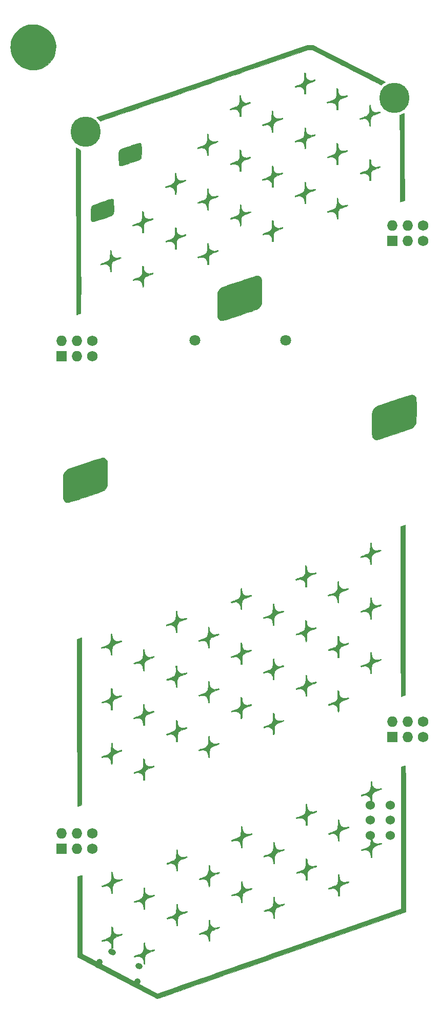
<source format=gbr>
G04 #@! TF.GenerationSoftware,KiCad,Pcbnew,(5.0.0-3-g5ebb6b6)*
G04 #@! TF.CreationDate,2019-05-30T13:54:23-04:00*
G04 #@! TF.ProjectId,HTHBadgeFinal,485448426164676546696E616C2E6B69,rev?*
G04 #@! TF.SameCoordinates,Original*
G04 #@! TF.FileFunction,Copper,L1,Top,Signal*
G04 #@! TF.FilePolarity,Positive*
%FSLAX46Y46*%
G04 Gerber Fmt 4.6, Leading zero omitted, Abs format (unit mm)*
G04 Created by KiCad (PCBNEW (5.0.0-3-g5ebb6b6)) date Thursday, May 30, 2019 at 01:54:23 PM*
%MOMM*%
%LPD*%
G01*
G04 APERTURE LIST*
G04 #@! TA.AperFunction,EtchedComponent*
%ADD10C,0.010000*%
G04 #@! TD*
G04 #@! TA.AperFunction,ComponentPad*
%ADD11C,1.727200*%
G04 #@! TD*
G04 #@! TA.AperFunction,ComponentPad*
%ADD12O,1.727200X1.727200*%
G04 #@! TD*
G04 #@! TA.AperFunction,ComponentPad*
%ADD13R,1.727200X1.727200*%
G04 #@! TD*
G04 #@! TA.AperFunction,ComponentPad*
%ADD14C,1.524000*%
G04 #@! TD*
G04 #@! TA.AperFunction,ComponentPad*
%ADD15C,1.800000*%
G04 #@! TD*
G04 #@! TA.AperFunction,ComponentPad*
%ADD16C,0.950000*%
G04 #@! TD*
G04 #@! TA.AperFunction,Conductor*
%ADD17C,0.950000*%
G04 #@! TD*
G04 #@! TA.AperFunction,ComponentPad*
%ADD18C,1.000000*%
G04 #@! TD*
G04 #@! TA.AperFunction,Conductor*
%ADD19C,1.000000*%
G04 #@! TD*
G04 #@! TA.AperFunction,ComponentPad*
%ADD20C,5.000000*%
G04 #@! TD*
G04 APERTURE END LIST*
D10*
G04 #@! TO.C,G\002A\002A\002A*
G36*
X102039761Y-20349241D02*
X102193575Y-20364867D01*
X102347685Y-20394998D01*
X102530353Y-20442637D01*
X102551308Y-20448488D01*
X103081806Y-20626839D01*
X103549501Y-20849562D01*
X103967893Y-21124338D01*
X104350483Y-21458845D01*
X104380587Y-21489064D01*
X104731943Y-21903928D01*
X105014415Y-22361715D01*
X105226299Y-22853819D01*
X105365892Y-23371633D01*
X105431489Y-23906550D01*
X105421386Y-24449962D01*
X105333880Y-24993264D01*
X105175867Y-25505709D01*
X104953491Y-25968492D01*
X104659715Y-26398504D01*
X104304107Y-26787725D01*
X103896233Y-27128136D01*
X103445662Y-27411719D01*
X102961962Y-27630455D01*
X102470702Y-27772973D01*
X102258510Y-27803660D01*
X101990205Y-27821610D01*
X101693364Y-27826925D01*
X101395562Y-27819705D01*
X101124373Y-27800053D01*
X100907375Y-27768070D01*
X100903333Y-27767210D01*
X100383172Y-27613300D01*
X99894937Y-27385123D01*
X99445435Y-27089266D01*
X99041471Y-26732317D01*
X98689851Y-26320863D01*
X98397382Y-25861491D01*
X98170869Y-25360787D01*
X98062638Y-25017833D01*
X98009885Y-24745386D01*
X97977676Y-24423110D01*
X97966406Y-24079510D01*
X97976471Y-23743091D01*
X98008264Y-23442358D01*
X98038655Y-23287974D01*
X98217151Y-22728813D01*
X98463273Y-22219839D01*
X98774824Y-21763352D01*
X99149603Y-21361653D01*
X99585414Y-21017045D01*
X100080057Y-20731828D01*
X100631334Y-20508304D01*
X100721794Y-20479301D01*
X100918307Y-20424011D01*
X101102011Y-20387193D01*
X101303000Y-20364498D01*
X101551365Y-20351578D01*
X101619975Y-20349487D01*
X101857981Y-20345116D01*
X102039761Y-20349241D01*
X102039761Y-20349241D01*
G37*
X102039761Y-20349241D02*
X102193575Y-20364867D01*
X102347685Y-20394998D01*
X102530353Y-20442637D01*
X102551308Y-20448488D01*
X103081806Y-20626839D01*
X103549501Y-20849562D01*
X103967893Y-21124338D01*
X104350483Y-21458845D01*
X104380587Y-21489064D01*
X104731943Y-21903928D01*
X105014415Y-22361715D01*
X105226299Y-22853819D01*
X105365892Y-23371633D01*
X105431489Y-23906550D01*
X105421386Y-24449962D01*
X105333880Y-24993264D01*
X105175867Y-25505709D01*
X104953491Y-25968492D01*
X104659715Y-26398504D01*
X104304107Y-26787725D01*
X103896233Y-27128136D01*
X103445662Y-27411719D01*
X102961962Y-27630455D01*
X102470702Y-27772973D01*
X102258510Y-27803660D01*
X101990205Y-27821610D01*
X101693364Y-27826925D01*
X101395562Y-27819705D01*
X101124373Y-27800053D01*
X100907375Y-27768070D01*
X100903333Y-27767210D01*
X100383172Y-27613300D01*
X99894937Y-27385123D01*
X99445435Y-27089266D01*
X99041471Y-26732317D01*
X98689851Y-26320863D01*
X98397382Y-25861491D01*
X98170869Y-25360787D01*
X98062638Y-25017833D01*
X98009885Y-24745386D01*
X97977676Y-24423110D01*
X97966406Y-24079510D01*
X97976471Y-23743091D01*
X98008264Y-23442358D01*
X98038655Y-23287974D01*
X98217151Y-22728813D01*
X98463273Y-22219839D01*
X98774824Y-21763352D01*
X99149603Y-21361653D01*
X99585414Y-21017045D01*
X100080057Y-20731828D01*
X100631334Y-20508304D01*
X100721794Y-20479301D01*
X100918307Y-20424011D01*
X101102011Y-20387193D01*
X101303000Y-20364498D01*
X101551365Y-20351578D01*
X101619975Y-20349487D01*
X101857981Y-20345116D01*
X102039761Y-20349241D01*
G36*
X146615924Y-28345623D02*
X146647684Y-28372014D01*
X146662130Y-28438952D01*
X146666279Y-28565214D01*
X146666596Y-28626750D01*
X146701201Y-28931724D01*
X146802013Y-29185842D01*
X146967743Y-29386985D01*
X147197100Y-29533033D01*
X147225223Y-29545254D01*
X147450250Y-29603028D01*
X147698294Y-29593689D01*
X147957151Y-29526223D01*
X148087261Y-29483504D01*
X148179900Y-29456956D01*
X148212520Y-29452140D01*
X148230534Y-29496045D01*
X148248270Y-29550237D01*
X148253357Y-29602204D01*
X148219664Y-29641778D01*
X148130988Y-29681190D01*
X148031279Y-29714058D01*
X147684484Y-29827159D01*
X147409754Y-29928448D01*
X147196451Y-30024249D01*
X147033938Y-30120886D01*
X146911578Y-30224684D01*
X146818734Y-30341965D01*
X146744869Y-30478833D01*
X146712495Y-30565142D01*
X146690182Y-30668998D01*
X146676229Y-30807200D01*
X146668933Y-30996545D01*
X146666596Y-31251416D01*
X146665666Y-31854666D01*
X146559833Y-31854666D01*
X146503049Y-31849873D01*
X146471362Y-31822774D01*
X146457469Y-31754285D01*
X146454067Y-31625324D01*
X146454000Y-31578140D01*
X146424468Y-31277788D01*
X146334184Y-31034210D01*
X146180612Y-30842706D01*
X145986364Y-30711081D01*
X145789012Y-30629260D01*
X145601585Y-30600304D01*
X145394629Y-30622527D01*
X145223052Y-30667424D01*
X145076354Y-30709876D01*
X144965219Y-30738065D01*
X144910523Y-30746779D01*
X144908380Y-30745995D01*
X144890985Y-30698684D01*
X144881107Y-30654278D01*
X144886591Y-30618622D01*
X144924261Y-30581948D01*
X145005295Y-30538647D01*
X145140868Y-30483105D01*
X145342159Y-30409713D01*
X145429232Y-30379111D01*
X145746350Y-30262382D01*
X145990624Y-30152775D01*
X146171458Y-30037308D01*
X146298252Y-29902999D01*
X146380409Y-29736866D01*
X146427331Y-29525926D01*
X146448419Y-29257198D01*
X146453070Y-28965416D01*
X146454000Y-28341000D01*
X146559833Y-28341000D01*
X146615924Y-28345623D01*
X146615924Y-28345623D01*
G37*
X146615924Y-28345623D02*
X146647684Y-28372014D01*
X146662130Y-28438952D01*
X146666279Y-28565214D01*
X146666596Y-28626750D01*
X146701201Y-28931724D01*
X146802013Y-29185842D01*
X146967743Y-29386985D01*
X147197100Y-29533033D01*
X147225223Y-29545254D01*
X147450250Y-29603028D01*
X147698294Y-29593689D01*
X147957151Y-29526223D01*
X148087261Y-29483504D01*
X148179900Y-29456956D01*
X148212520Y-29452140D01*
X148230534Y-29496045D01*
X148248270Y-29550237D01*
X148253357Y-29602204D01*
X148219664Y-29641778D01*
X148130988Y-29681190D01*
X148031279Y-29714058D01*
X147684484Y-29827159D01*
X147409754Y-29928448D01*
X147196451Y-30024249D01*
X147033938Y-30120886D01*
X146911578Y-30224684D01*
X146818734Y-30341965D01*
X146744869Y-30478833D01*
X146712495Y-30565142D01*
X146690182Y-30668998D01*
X146676229Y-30807200D01*
X146668933Y-30996545D01*
X146666596Y-31251416D01*
X146665666Y-31854666D01*
X146559833Y-31854666D01*
X146503049Y-31849873D01*
X146471362Y-31822774D01*
X146457469Y-31754285D01*
X146454067Y-31625324D01*
X146454000Y-31578140D01*
X146424468Y-31277788D01*
X146334184Y-31034210D01*
X146180612Y-30842706D01*
X145986364Y-30711081D01*
X145789012Y-30629260D01*
X145601585Y-30600304D01*
X145394629Y-30622527D01*
X145223052Y-30667424D01*
X145076354Y-30709876D01*
X144965219Y-30738065D01*
X144910523Y-30746779D01*
X144908380Y-30745995D01*
X144890985Y-30698684D01*
X144881107Y-30654278D01*
X144886591Y-30618622D01*
X144924261Y-30581948D01*
X145005295Y-30538647D01*
X145140868Y-30483105D01*
X145342159Y-30409713D01*
X145429232Y-30379111D01*
X145746350Y-30262382D01*
X145990624Y-30152775D01*
X146171458Y-30037308D01*
X146298252Y-29902999D01*
X146380409Y-29736866D01*
X146427331Y-29525926D01*
X146448419Y-29257198D01*
X146453070Y-28965416D01*
X146454000Y-28341000D01*
X146559833Y-28341000D01*
X146615924Y-28345623D01*
G36*
X151948110Y-30927409D02*
X151979697Y-30951654D01*
X151994730Y-31014087D01*
X151999345Y-31132730D01*
X151999666Y-31234174D01*
X152027076Y-31524846D01*
X152112606Y-31760344D01*
X152261209Y-31951388D01*
X152373114Y-32042449D01*
X152588165Y-32145979D01*
X152841110Y-32190368D01*
X153106788Y-32172979D01*
X153253357Y-32134727D01*
X153406631Y-32086434D01*
X153499555Y-32071170D01*
X153550063Y-32089726D01*
X153576092Y-32142889D01*
X153577741Y-32148995D01*
X153578127Y-32187531D01*
X153548877Y-32223030D01*
X153477533Y-32262099D01*
X153351635Y-32311343D01*
X153158724Y-32377370D01*
X153127595Y-32387689D01*
X152852651Y-32481580D01*
X152645127Y-32560556D01*
X152490652Y-32631579D01*
X152374856Y-32701610D01*
X152283368Y-32777613D01*
X152247916Y-32813872D01*
X152157484Y-32918644D01*
X152091942Y-33019174D01*
X152047360Y-33131735D01*
X152019810Y-33272601D01*
X152005364Y-33458047D01*
X152000092Y-33704346D01*
X151999666Y-33842231D01*
X151999666Y-34479333D01*
X151893833Y-34479333D01*
X151837049Y-34474540D01*
X151805362Y-34447441D01*
X151791469Y-34378952D01*
X151788067Y-34249991D01*
X151788000Y-34202806D01*
X151753452Y-33896576D01*
X151654728Y-33640671D01*
X151499201Y-33440157D01*
X151294248Y-33300097D01*
X151047244Y-33225556D01*
X150765565Y-33221599D01*
X150461127Y-33291719D01*
X150335235Y-33329531D01*
X150248501Y-33345062D01*
X150221666Y-33337515D01*
X150207798Y-33268222D01*
X150197677Y-33238409D01*
X150206083Y-33205337D01*
X150261785Y-33165959D01*
X150374321Y-33115740D01*
X150553233Y-33050143D01*
X150695093Y-33001957D01*
X150968755Y-32907426D01*
X151174857Y-32827039D01*
X151327659Y-32753168D01*
X151441423Y-32678186D01*
X151530409Y-32594466D01*
X151586750Y-32525020D01*
X151663418Y-32408565D01*
X151718380Y-32286606D01*
X151754966Y-32142350D01*
X151776502Y-31959005D01*
X151786319Y-31719778D01*
X151788000Y-31509682D01*
X151788000Y-30923333D01*
X151893833Y-30923333D01*
X151948110Y-30927409D01*
X151948110Y-30927409D01*
G37*
X151948110Y-30927409D02*
X151979697Y-30951654D01*
X151994730Y-31014087D01*
X151999345Y-31132730D01*
X151999666Y-31234174D01*
X152027076Y-31524846D01*
X152112606Y-31760344D01*
X152261209Y-31951388D01*
X152373114Y-32042449D01*
X152588165Y-32145979D01*
X152841110Y-32190368D01*
X153106788Y-32172979D01*
X153253357Y-32134727D01*
X153406631Y-32086434D01*
X153499555Y-32071170D01*
X153550063Y-32089726D01*
X153576092Y-32142889D01*
X153577741Y-32148995D01*
X153578127Y-32187531D01*
X153548877Y-32223030D01*
X153477533Y-32262099D01*
X153351635Y-32311343D01*
X153158724Y-32377370D01*
X153127595Y-32387689D01*
X152852651Y-32481580D01*
X152645127Y-32560556D01*
X152490652Y-32631579D01*
X152374856Y-32701610D01*
X152283368Y-32777613D01*
X152247916Y-32813872D01*
X152157484Y-32918644D01*
X152091942Y-33019174D01*
X152047360Y-33131735D01*
X152019810Y-33272601D01*
X152005364Y-33458047D01*
X152000092Y-33704346D01*
X151999666Y-33842231D01*
X151999666Y-34479333D01*
X151893833Y-34479333D01*
X151837049Y-34474540D01*
X151805362Y-34447441D01*
X151791469Y-34378952D01*
X151788067Y-34249991D01*
X151788000Y-34202806D01*
X151753452Y-33896576D01*
X151654728Y-33640671D01*
X151499201Y-33440157D01*
X151294248Y-33300097D01*
X151047244Y-33225556D01*
X150765565Y-33221599D01*
X150461127Y-33291719D01*
X150335235Y-33329531D01*
X150248501Y-33345062D01*
X150221666Y-33337515D01*
X150207798Y-33268222D01*
X150197677Y-33238409D01*
X150206083Y-33205337D01*
X150261785Y-33165959D01*
X150374321Y-33115740D01*
X150553233Y-33050143D01*
X150695093Y-33001957D01*
X150968755Y-32907426D01*
X151174857Y-32827039D01*
X151327659Y-32753168D01*
X151441423Y-32678186D01*
X151530409Y-32594466D01*
X151586750Y-32525020D01*
X151663418Y-32408565D01*
X151718380Y-32286606D01*
X151754966Y-32142350D01*
X151776502Y-31959005D01*
X151786319Y-31719778D01*
X151788000Y-31509682D01*
X151788000Y-30923333D01*
X151893833Y-30923333D01*
X151948110Y-30927409D01*
G36*
X135926326Y-32080734D02*
X135950737Y-32138764D01*
X135955333Y-32233582D01*
X135964692Y-32376833D01*
X135988404Y-32548336D01*
X136003017Y-32625166D01*
X136091320Y-32851072D01*
X136244379Y-33049978D01*
X136443910Y-33206930D01*
X136671629Y-33306975D01*
X136872311Y-33336097D01*
X136959723Y-33323920D01*
X137095704Y-33291990D01*
X137229027Y-33253782D01*
X137394396Y-33207033D01*
X137495714Y-33193564D01*
X137547355Y-33214760D01*
X137563697Y-33272004D01*
X137564000Y-33286023D01*
X137542867Y-33323890D01*
X137473205Y-33368614D01*
X137345611Y-33424598D01*
X137150688Y-33496243D01*
X137018440Y-33541540D01*
X136721187Y-33649016D01*
X136494274Y-33750072D01*
X136324675Y-33853070D01*
X136199362Y-33966369D01*
X136105309Y-34098329D01*
X136081104Y-34143074D01*
X136047977Y-34218479D01*
X136024808Y-34303920D01*
X136009902Y-34415646D01*
X136001566Y-34569902D01*
X135998106Y-34782934D01*
X135997666Y-34943313D01*
X135997666Y-35580000D01*
X135891833Y-35580000D01*
X135834554Y-35575057D01*
X135802865Y-35547366D01*
X135789211Y-35477633D01*
X135786040Y-35346567D01*
X135786000Y-35309667D01*
X135749947Y-35016673D01*
X135644989Y-34762644D01*
X135475919Y-34556920D01*
X135351976Y-34464402D01*
X135130355Y-34359413D01*
X134903978Y-34322785D01*
X134652294Y-34352681D01*
X134517501Y-34389793D01*
X134350697Y-34435333D01*
X134247293Y-34442417D01*
X134194122Y-34408726D01*
X134178016Y-34331938D01*
X134177981Y-34329948D01*
X134215735Y-34301742D01*
X134319821Y-34254257D01*
X134475736Y-34193397D01*
X134668979Y-34125061D01*
X134738250Y-34101948D01*
X134970018Y-34023917D01*
X135138444Y-33961030D01*
X135261351Y-33904344D01*
X135356566Y-33844921D01*
X135441915Y-33773819D01*
X135495469Y-33722166D01*
X135600197Y-33607841D01*
X135676707Y-33493504D01*
X135729246Y-33363142D01*
X135762060Y-33200742D01*
X135779393Y-32990290D01*
X135785492Y-32715773D01*
X135785763Y-32627250D01*
X135786554Y-32400079D01*
X135790049Y-32244205D01*
X135798273Y-32146261D01*
X135813248Y-32092879D01*
X135836997Y-32070692D01*
X135870666Y-32066333D01*
X135926326Y-32080734D01*
X135926326Y-32080734D01*
G37*
X135926326Y-32080734D02*
X135950737Y-32138764D01*
X135955333Y-32233582D01*
X135964692Y-32376833D01*
X135988404Y-32548336D01*
X136003017Y-32625166D01*
X136091320Y-32851072D01*
X136244379Y-33049978D01*
X136443910Y-33206930D01*
X136671629Y-33306975D01*
X136872311Y-33336097D01*
X136959723Y-33323920D01*
X137095704Y-33291990D01*
X137229027Y-33253782D01*
X137394396Y-33207033D01*
X137495714Y-33193564D01*
X137547355Y-33214760D01*
X137563697Y-33272004D01*
X137564000Y-33286023D01*
X137542867Y-33323890D01*
X137473205Y-33368614D01*
X137345611Y-33424598D01*
X137150688Y-33496243D01*
X137018440Y-33541540D01*
X136721187Y-33649016D01*
X136494274Y-33750072D01*
X136324675Y-33853070D01*
X136199362Y-33966369D01*
X136105309Y-34098329D01*
X136081104Y-34143074D01*
X136047977Y-34218479D01*
X136024808Y-34303920D01*
X136009902Y-34415646D01*
X136001566Y-34569902D01*
X135998106Y-34782934D01*
X135997666Y-34943313D01*
X135997666Y-35580000D01*
X135891833Y-35580000D01*
X135834554Y-35575057D01*
X135802865Y-35547366D01*
X135789211Y-35477633D01*
X135786040Y-35346567D01*
X135786000Y-35309667D01*
X135749947Y-35016673D01*
X135644989Y-34762644D01*
X135475919Y-34556920D01*
X135351976Y-34464402D01*
X135130355Y-34359413D01*
X134903978Y-34322785D01*
X134652294Y-34352681D01*
X134517501Y-34389793D01*
X134350697Y-34435333D01*
X134247293Y-34442417D01*
X134194122Y-34408726D01*
X134178016Y-34331938D01*
X134177981Y-34329948D01*
X134215735Y-34301742D01*
X134319821Y-34254257D01*
X134475736Y-34193397D01*
X134668979Y-34125061D01*
X134738250Y-34101948D01*
X134970018Y-34023917D01*
X135138444Y-33961030D01*
X135261351Y-33904344D01*
X135356566Y-33844921D01*
X135441915Y-33773819D01*
X135495469Y-33722166D01*
X135600197Y-33607841D01*
X135676707Y-33493504D01*
X135729246Y-33363142D01*
X135762060Y-33200742D01*
X135779393Y-32990290D01*
X135785492Y-32715773D01*
X135785763Y-32627250D01*
X135786554Y-32400079D01*
X135790049Y-32244205D01*
X135798273Y-32146261D01*
X135813248Y-32092879D01*
X135836997Y-32070692D01*
X135870666Y-32066333D01*
X135926326Y-32080734D01*
G36*
X147922939Y-23769000D02*
X153697219Y-26715288D01*
X154353905Y-27050360D01*
X154991641Y-27375768D01*
X155606192Y-27689351D01*
X156193322Y-27988947D01*
X156748796Y-28272395D01*
X157268379Y-28537534D01*
X157747835Y-28782202D01*
X158182930Y-29004238D01*
X158569428Y-29201480D01*
X158903094Y-29371768D01*
X159179692Y-29512941D01*
X159394988Y-29622836D01*
X159544745Y-29699292D01*
X159624729Y-29740149D01*
X159635139Y-29745476D01*
X159798779Y-29829376D01*
X159635139Y-29937587D01*
X159499808Y-30036932D01*
X159357184Y-30155937D01*
X159314250Y-30195358D01*
X159157001Y-30344918D01*
X158446417Y-29981739D01*
X158320410Y-29917375D01*
X158124244Y-29817228D01*
X157863183Y-29683983D01*
X157542492Y-29520326D01*
X157167435Y-29328943D01*
X156743275Y-29112520D01*
X156275277Y-28873742D01*
X155768705Y-28615295D01*
X155228822Y-28339864D01*
X154660893Y-28050137D01*
X154070182Y-27748797D01*
X153461953Y-27438532D01*
X152841469Y-27122027D01*
X152748843Y-27074779D01*
X147761852Y-24531000D01*
X147030162Y-24531000D01*
X139196164Y-27224256D01*
X138390522Y-27501224D01*
X137595193Y-27774637D01*
X136814836Y-28042895D01*
X136054110Y-28304395D01*
X135317674Y-28557537D01*
X134610186Y-28800719D01*
X133936304Y-29032342D01*
X133300688Y-29250802D01*
X132707995Y-29454501D01*
X132162885Y-29641835D01*
X131670015Y-29811205D01*
X131234045Y-29961009D01*
X130859633Y-30089645D01*
X130551437Y-30195514D01*
X130314117Y-30277013D01*
X130155666Y-30331398D01*
X129993722Y-30386984D01*
X129756274Y-30468532D01*
X129447884Y-30574474D01*
X129073114Y-30703242D01*
X128636527Y-30853268D01*
X128142683Y-31022984D01*
X127596146Y-31210822D01*
X127001476Y-31415214D01*
X126363237Y-31634591D01*
X125685989Y-31867387D01*
X124974296Y-32112033D01*
X124232718Y-32366960D01*
X123465819Y-32630601D01*
X122678159Y-32901388D01*
X121874301Y-33177752D01*
X121058807Y-33458127D01*
X120871650Y-33522475D01*
X120073518Y-33796864D01*
X119296879Y-34063820D01*
X118545511Y-34322047D01*
X117823193Y-34570247D01*
X117133702Y-34807124D01*
X116480816Y-35031380D01*
X115868314Y-35241719D01*
X115299973Y-35436844D01*
X114779572Y-35615459D01*
X114310888Y-35776266D01*
X113897700Y-35917968D01*
X113543786Y-36039269D01*
X113252924Y-36138873D01*
X113028892Y-36215481D01*
X112875467Y-36267798D01*
X112796429Y-36294526D01*
X112785983Y-36297889D01*
X112753888Y-36269984D01*
X112673977Y-36196240D01*
X112559756Y-36089197D01*
X112473781Y-36007959D01*
X112169730Y-35719807D01*
X129555281Y-29743654D01*
X146940833Y-23767500D01*
X147922939Y-23769000D01*
X147922939Y-23769000D01*
G37*
X147922939Y-23769000D02*
X153697219Y-26715288D01*
X154353905Y-27050360D01*
X154991641Y-27375768D01*
X155606192Y-27689351D01*
X156193322Y-27988947D01*
X156748796Y-28272395D01*
X157268379Y-28537534D01*
X157747835Y-28782202D01*
X158182930Y-29004238D01*
X158569428Y-29201480D01*
X158903094Y-29371768D01*
X159179692Y-29512941D01*
X159394988Y-29622836D01*
X159544745Y-29699292D01*
X159624729Y-29740149D01*
X159635139Y-29745476D01*
X159798779Y-29829376D01*
X159635139Y-29937587D01*
X159499808Y-30036932D01*
X159357184Y-30155937D01*
X159314250Y-30195358D01*
X159157001Y-30344918D01*
X158446417Y-29981739D01*
X158320410Y-29917375D01*
X158124244Y-29817228D01*
X157863183Y-29683983D01*
X157542492Y-29520326D01*
X157167435Y-29328943D01*
X156743275Y-29112520D01*
X156275277Y-28873742D01*
X155768705Y-28615295D01*
X155228822Y-28339864D01*
X154660893Y-28050137D01*
X154070182Y-27748797D01*
X153461953Y-27438532D01*
X152841469Y-27122027D01*
X152748843Y-27074779D01*
X147761852Y-24531000D01*
X147030162Y-24531000D01*
X139196164Y-27224256D01*
X138390522Y-27501224D01*
X137595193Y-27774637D01*
X136814836Y-28042895D01*
X136054110Y-28304395D01*
X135317674Y-28557537D01*
X134610186Y-28800719D01*
X133936304Y-29032342D01*
X133300688Y-29250802D01*
X132707995Y-29454501D01*
X132162885Y-29641835D01*
X131670015Y-29811205D01*
X131234045Y-29961009D01*
X130859633Y-30089645D01*
X130551437Y-30195514D01*
X130314117Y-30277013D01*
X130155666Y-30331398D01*
X129993722Y-30386984D01*
X129756274Y-30468532D01*
X129447884Y-30574474D01*
X129073114Y-30703242D01*
X128636527Y-30853268D01*
X128142683Y-31022984D01*
X127596146Y-31210822D01*
X127001476Y-31415214D01*
X126363237Y-31634591D01*
X125685989Y-31867387D01*
X124974296Y-32112033D01*
X124232718Y-32366960D01*
X123465819Y-32630601D01*
X122678159Y-32901388D01*
X121874301Y-33177752D01*
X121058807Y-33458127D01*
X120871650Y-33522475D01*
X120073518Y-33796864D01*
X119296879Y-34063820D01*
X118545511Y-34322047D01*
X117823193Y-34570247D01*
X117133702Y-34807124D01*
X116480816Y-35031380D01*
X115868314Y-35241719D01*
X115299973Y-35436844D01*
X114779572Y-35615459D01*
X114310888Y-35776266D01*
X113897700Y-35917968D01*
X113543786Y-36039269D01*
X113252924Y-36138873D01*
X113028892Y-36215481D01*
X112875467Y-36267798D01*
X112796429Y-36294526D01*
X112785983Y-36297889D01*
X112753888Y-36269984D01*
X112673977Y-36196240D01*
X112559756Y-36089197D01*
X112473781Y-36007959D01*
X112169730Y-35719807D01*
X129555281Y-29743654D01*
X146940833Y-23767500D01*
X147922939Y-23769000D01*
G36*
X157330264Y-33645592D02*
X157356010Y-33695375D01*
X157373149Y-33798529D01*
X157385210Y-33949687D01*
X157429807Y-34242147D01*
X157525791Y-34473415D01*
X157679316Y-34653871D01*
X157881213Y-34786250D01*
X158087012Y-34869865D01*
X158281326Y-34897317D01*
X158492755Y-34869744D01*
X158668368Y-34817586D01*
X158827676Y-34771589D01*
X158925131Y-34768974D01*
X158973017Y-34812231D01*
X158983888Y-34881500D01*
X158946203Y-34909607D01*
X158842378Y-34957708D01*
X158686855Y-35019805D01*
X158494073Y-35089903D01*
X158423620Y-35114150D01*
X158190077Y-35195430D01*
X158019806Y-35261263D01*
X157895020Y-35320657D01*
X157797935Y-35382623D01*
X157710764Y-35456168D01*
X157669145Y-35496322D01*
X157562892Y-35614309D01*
X157485069Y-35737341D01*
X157431574Y-35881073D01*
X157398302Y-36061162D01*
X157381150Y-36293264D01*
X157376015Y-36593035D01*
X157376000Y-36614746D01*
X157375235Y-36834935D01*
X157371483Y-36984184D01*
X157362560Y-37076218D01*
X157346278Y-37124758D01*
X157320452Y-37143529D01*
X157291333Y-37146333D01*
X157239813Y-37134748D01*
X157214577Y-37085942D01*
X157206877Y-36978839D01*
X157206666Y-36942350D01*
X157193354Y-36772969D01*
X157159875Y-36588050D01*
X157143113Y-36524359D01*
X157037513Y-36305307D01*
X156870055Y-36116739D01*
X156660465Y-35973626D01*
X156428469Y-35890943D01*
X156289688Y-35876569D01*
X156202418Y-35888744D01*
X156066407Y-35920688D01*
X155931356Y-35959387D01*
X155766419Y-36003356D01*
X155664772Y-36008493D01*
X155613230Y-35972298D01*
X155598648Y-35896282D01*
X155636377Y-35867965D01*
X155740348Y-35820351D01*
X155895991Y-35759399D01*
X156088735Y-35691066D01*
X156153251Y-35669478D01*
X156412683Y-35579758D01*
X156604968Y-35502699D01*
X156745320Y-35431330D01*
X156848950Y-35358678D01*
X156868567Y-35341618D01*
X156978872Y-35232749D01*
X157060408Y-35123821D01*
X157117974Y-34999062D01*
X157156372Y-34842702D01*
X157180400Y-34638970D01*
X157194859Y-34372094D01*
X157198659Y-34257083D01*
X157206774Y-34013783D01*
X157215554Y-33842729D01*
X157226834Y-33731507D01*
X157242452Y-33667705D01*
X157264241Y-33638910D01*
X157291004Y-33632666D01*
X157330264Y-33645592D01*
X157330264Y-33645592D01*
G37*
X157330264Y-33645592D02*
X157356010Y-33695375D01*
X157373149Y-33798529D01*
X157385210Y-33949687D01*
X157429807Y-34242147D01*
X157525791Y-34473415D01*
X157679316Y-34653871D01*
X157881213Y-34786250D01*
X158087012Y-34869865D01*
X158281326Y-34897317D01*
X158492755Y-34869744D01*
X158668368Y-34817586D01*
X158827676Y-34771589D01*
X158925131Y-34768974D01*
X158973017Y-34812231D01*
X158983888Y-34881500D01*
X158946203Y-34909607D01*
X158842378Y-34957708D01*
X158686855Y-35019805D01*
X158494073Y-35089903D01*
X158423620Y-35114150D01*
X158190077Y-35195430D01*
X158019806Y-35261263D01*
X157895020Y-35320657D01*
X157797935Y-35382623D01*
X157710764Y-35456168D01*
X157669145Y-35496322D01*
X157562892Y-35614309D01*
X157485069Y-35737341D01*
X157431574Y-35881073D01*
X157398302Y-36061162D01*
X157381150Y-36293264D01*
X157376015Y-36593035D01*
X157376000Y-36614746D01*
X157375235Y-36834935D01*
X157371483Y-36984184D01*
X157362560Y-37076218D01*
X157346278Y-37124758D01*
X157320452Y-37143529D01*
X157291333Y-37146333D01*
X157239813Y-37134748D01*
X157214577Y-37085942D01*
X157206877Y-36978839D01*
X157206666Y-36942350D01*
X157193354Y-36772969D01*
X157159875Y-36588050D01*
X157143113Y-36524359D01*
X157037513Y-36305307D01*
X156870055Y-36116739D01*
X156660465Y-35973626D01*
X156428469Y-35890943D01*
X156289688Y-35876569D01*
X156202418Y-35888744D01*
X156066407Y-35920688D01*
X155931356Y-35959387D01*
X155766419Y-36003356D01*
X155664772Y-36008493D01*
X155613230Y-35972298D01*
X155598648Y-35896282D01*
X155636377Y-35867965D01*
X155740348Y-35820351D01*
X155895991Y-35759399D01*
X156088735Y-35691066D01*
X156153251Y-35669478D01*
X156412683Y-35579758D01*
X156604968Y-35502699D01*
X156745320Y-35431330D01*
X156848950Y-35358678D01*
X156868567Y-35341618D01*
X156978872Y-35232749D01*
X157060408Y-35123821D01*
X157117974Y-34999062D01*
X157156372Y-34842702D01*
X157180400Y-34638970D01*
X157194859Y-34372094D01*
X157198659Y-34257083D01*
X157206774Y-34013783D01*
X157215554Y-33842729D01*
X157226834Y-33731507D01*
X157242452Y-33667705D01*
X157264241Y-33638910D01*
X157291004Y-33632666D01*
X157330264Y-33645592D01*
G36*
X141244830Y-34654907D02*
X141275599Y-34687262D01*
X141287483Y-34766180D01*
X141289333Y-34887171D01*
X141314133Y-35177264D01*
X141392486Y-35416228D01*
X141514575Y-35604252D01*
X141710865Y-35779959D01*
X141946983Y-35883337D01*
X142216643Y-35913063D01*
X142513554Y-35867811D01*
X142616206Y-35836280D01*
X142742097Y-35798468D01*
X142828831Y-35782937D01*
X142855666Y-35790484D01*
X142869534Y-35859777D01*
X142879656Y-35889590D01*
X142871249Y-35922662D01*
X142815548Y-35962040D01*
X142703011Y-36012259D01*
X142524100Y-36077856D01*
X142382239Y-36126042D01*
X142108578Y-36220573D01*
X141902476Y-36300960D01*
X141749673Y-36374831D01*
X141635909Y-36449813D01*
X141546924Y-36533533D01*
X141490583Y-36602979D01*
X141413915Y-36719434D01*
X141358952Y-36841393D01*
X141322367Y-36985649D01*
X141300830Y-37168994D01*
X141291013Y-37408221D01*
X141289333Y-37618317D01*
X141288547Y-37851916D01*
X141285031Y-38013845D01*
X141277047Y-38117093D01*
X141262857Y-38174651D01*
X141240721Y-38199509D01*
X141210878Y-38204666D01*
X141169366Y-38193183D01*
X141141680Y-38147525D01*
X141122254Y-38050877D01*
X141105522Y-37886426D01*
X141105521Y-37886413D01*
X141054620Y-37580028D01*
X140956149Y-37337998D01*
X140804836Y-37151335D01*
X140595411Y-37011052D01*
X140590833Y-37008776D01*
X140392575Y-36934216D01*
X140195309Y-36915579D01*
X139970952Y-36951726D01*
X139872635Y-36979624D01*
X139688229Y-37028518D01*
X139576550Y-37038557D01*
X139542876Y-37025476D01*
X139513751Y-36974327D01*
X139536789Y-36923295D01*
X139619286Y-36867679D01*
X139768540Y-36802780D01*
X139991846Y-36723896D01*
X140031275Y-36710864D01*
X140301269Y-36617263D01*
X140505838Y-36532504D01*
X140662145Y-36446793D01*
X140787356Y-36350337D01*
X140898635Y-36233343D01*
X140925570Y-36200631D01*
X141056500Y-36038096D01*
X141083364Y-34648666D01*
X141186348Y-34648666D01*
X141244830Y-34654907D01*
X141244830Y-34654907D01*
G37*
X141244830Y-34654907D02*
X141275599Y-34687262D01*
X141287483Y-34766180D01*
X141289333Y-34887171D01*
X141314133Y-35177264D01*
X141392486Y-35416228D01*
X141514575Y-35604252D01*
X141710865Y-35779959D01*
X141946983Y-35883337D01*
X142216643Y-35913063D01*
X142513554Y-35867811D01*
X142616206Y-35836280D01*
X142742097Y-35798468D01*
X142828831Y-35782937D01*
X142855666Y-35790484D01*
X142869534Y-35859777D01*
X142879656Y-35889590D01*
X142871249Y-35922662D01*
X142815548Y-35962040D01*
X142703011Y-36012259D01*
X142524100Y-36077856D01*
X142382239Y-36126042D01*
X142108578Y-36220573D01*
X141902476Y-36300960D01*
X141749673Y-36374831D01*
X141635909Y-36449813D01*
X141546924Y-36533533D01*
X141490583Y-36602979D01*
X141413915Y-36719434D01*
X141358952Y-36841393D01*
X141322367Y-36985649D01*
X141300830Y-37168994D01*
X141291013Y-37408221D01*
X141289333Y-37618317D01*
X141288547Y-37851916D01*
X141285031Y-38013845D01*
X141277047Y-38117093D01*
X141262857Y-38174651D01*
X141240721Y-38199509D01*
X141210878Y-38204666D01*
X141169366Y-38193183D01*
X141141680Y-38147525D01*
X141122254Y-38050877D01*
X141105522Y-37886426D01*
X141105521Y-37886413D01*
X141054620Y-37580028D01*
X140956149Y-37337998D01*
X140804836Y-37151335D01*
X140595411Y-37011052D01*
X140590833Y-37008776D01*
X140392575Y-36934216D01*
X140195309Y-36915579D01*
X139970952Y-36951726D01*
X139872635Y-36979624D01*
X139688229Y-37028518D01*
X139576550Y-37038557D01*
X139542876Y-37025476D01*
X139513751Y-36974327D01*
X139536789Y-36923295D01*
X139619286Y-36867679D01*
X139768540Y-36802780D01*
X139991846Y-36723896D01*
X140031275Y-36710864D01*
X140301269Y-36617263D01*
X140505838Y-36532504D01*
X140662145Y-36446793D01*
X140787356Y-36350337D01*
X140898635Y-36233343D01*
X140925570Y-36200631D01*
X141056500Y-36038096D01*
X141083364Y-34648666D01*
X141186348Y-34648666D01*
X141244830Y-34654907D01*
G36*
X146634584Y-37413465D02*
X146658543Y-37466590D01*
X146665572Y-37580299D01*
X146665666Y-37604316D01*
X146699663Y-37908829D01*
X146797582Y-38172848D01*
X146953313Y-38387573D01*
X147160747Y-38544199D01*
X147374285Y-38625349D01*
X147513771Y-38651580D01*
X147636871Y-38651985D01*
X147783415Y-38624972D01*
X147858006Y-38606004D01*
X148040069Y-38559314D01*
X148155683Y-38536000D01*
X148219781Y-38536092D01*
X148247297Y-38559622D01*
X148253166Y-38606622D01*
X148253166Y-38606833D01*
X148241101Y-38645671D01*
X148197150Y-38684901D01*
X148109681Y-38730343D01*
X147967061Y-38787818D01*
X147757659Y-38863148D01*
X147702833Y-38882223D01*
X147435390Y-38978264D01*
X147235150Y-39059824D01*
X147087727Y-39135033D01*
X146978732Y-39212021D01*
X146893777Y-39298919D01*
X146841704Y-39368833D01*
X146770900Y-39500126D01*
X146720340Y-39664164D01*
X146687698Y-39874581D01*
X146670651Y-40145015D01*
X146666701Y-40395416D01*
X146665314Y-40612946D01*
X146660761Y-40759609D01*
X146650909Y-40849197D01*
X146633629Y-40895503D01*
X146606787Y-40912321D01*
X146586567Y-40914000D01*
X146544827Y-40903197D01*
X146518033Y-40859377D01*
X146500761Y-40765417D01*
X146487586Y-40604198D01*
X146487378Y-40600974D01*
X146433460Y-40290492D01*
X146319245Y-40036546D01*
X146151105Y-39843479D01*
X145935414Y-39715638D01*
X145678542Y-39657368D01*
X145386861Y-39673013D01*
X145195897Y-39720288D01*
X145054340Y-39763950D01*
X144973373Y-39781902D01*
X144932926Y-39774168D01*
X144912926Y-39740772D01*
X144906282Y-39720628D01*
X144890938Y-39648607D01*
X144894384Y-39626271D01*
X144937716Y-39608723D01*
X145044730Y-39569495D01*
X145199060Y-39514493D01*
X145374500Y-39453041D01*
X145662224Y-39350082D01*
X145881746Y-39262384D01*
X146046152Y-39181533D01*
X146168529Y-39099115D01*
X146261963Y-39006717D01*
X146339541Y-38895923D01*
X146394338Y-38797333D01*
X146426921Y-38718118D01*
X146450830Y-38614304D01*
X146467932Y-38470596D01*
X146480090Y-38271700D01*
X146488571Y-38024750D01*
X146495903Y-37782490D01*
X146503831Y-37612297D01*
X146514311Y-37501581D01*
X146529300Y-37437754D01*
X146550754Y-37408227D01*
X146580630Y-37400411D01*
X146585614Y-37400333D01*
X146634584Y-37413465D01*
X146634584Y-37413465D01*
G37*
X146634584Y-37413465D02*
X146658543Y-37466590D01*
X146665572Y-37580299D01*
X146665666Y-37604316D01*
X146699663Y-37908829D01*
X146797582Y-38172848D01*
X146953313Y-38387573D01*
X147160747Y-38544199D01*
X147374285Y-38625349D01*
X147513771Y-38651580D01*
X147636871Y-38651985D01*
X147783415Y-38624972D01*
X147858006Y-38606004D01*
X148040069Y-38559314D01*
X148155683Y-38536000D01*
X148219781Y-38536092D01*
X148247297Y-38559622D01*
X148253166Y-38606622D01*
X148253166Y-38606833D01*
X148241101Y-38645671D01*
X148197150Y-38684901D01*
X148109681Y-38730343D01*
X147967061Y-38787818D01*
X147757659Y-38863148D01*
X147702833Y-38882223D01*
X147435390Y-38978264D01*
X147235150Y-39059824D01*
X147087727Y-39135033D01*
X146978732Y-39212021D01*
X146893777Y-39298919D01*
X146841704Y-39368833D01*
X146770900Y-39500126D01*
X146720340Y-39664164D01*
X146687698Y-39874581D01*
X146670651Y-40145015D01*
X146666701Y-40395416D01*
X146665314Y-40612946D01*
X146660761Y-40759609D01*
X146650909Y-40849197D01*
X146633629Y-40895503D01*
X146606787Y-40912321D01*
X146586567Y-40914000D01*
X146544827Y-40903197D01*
X146518033Y-40859377D01*
X146500761Y-40765417D01*
X146487586Y-40604198D01*
X146487378Y-40600974D01*
X146433460Y-40290492D01*
X146319245Y-40036546D01*
X146151105Y-39843479D01*
X145935414Y-39715638D01*
X145678542Y-39657368D01*
X145386861Y-39673013D01*
X145195897Y-39720288D01*
X145054340Y-39763950D01*
X144973373Y-39781902D01*
X144932926Y-39774168D01*
X144912926Y-39740772D01*
X144906282Y-39720628D01*
X144890938Y-39648607D01*
X144894384Y-39626271D01*
X144937716Y-39608723D01*
X145044730Y-39569495D01*
X145199060Y-39514493D01*
X145374500Y-39453041D01*
X145662224Y-39350082D01*
X145881746Y-39262384D01*
X146046152Y-39181533D01*
X146168529Y-39099115D01*
X146261963Y-39006717D01*
X146339541Y-38895923D01*
X146394338Y-38797333D01*
X146426921Y-38718118D01*
X146450830Y-38614304D01*
X146467932Y-38470596D01*
X146480090Y-38271700D01*
X146488571Y-38024750D01*
X146495903Y-37782490D01*
X146503831Y-37612297D01*
X146514311Y-37501581D01*
X146529300Y-37437754D01*
X146550754Y-37408227D01*
X146580630Y-37400411D01*
X146585614Y-37400333D01*
X146634584Y-37413465D01*
G36*
X130571590Y-38463290D02*
X130603351Y-38489681D01*
X130617797Y-38556618D01*
X130621945Y-38682881D01*
X130622263Y-38744416D01*
X130649892Y-39030756D01*
X130734625Y-39264133D01*
X130882327Y-39458984D01*
X130931030Y-39504470D01*
X131136811Y-39644494D01*
X131360213Y-39712894D01*
X131613183Y-39711479D01*
X131885566Y-39649060D01*
X132039796Y-39604820D01*
X132130835Y-39592363D01*
X132174709Y-39613587D01*
X132187444Y-39670391D01*
X132187666Y-39684854D01*
X132161992Y-39725305D01*
X132079440Y-39774491D01*
X131931720Y-39836389D01*
X131710541Y-39914971D01*
X131700509Y-39918362D01*
X131421358Y-40016274D01*
X131209812Y-40100898D01*
X131051544Y-40180303D01*
X130932229Y-40262553D01*
X130837542Y-40355715D01*
X130771260Y-40441580D01*
X130723016Y-40512190D01*
X130688363Y-40575483D01*
X130664714Y-40647042D01*
X130649482Y-40742450D01*
X130640080Y-40877289D01*
X130633922Y-41067143D01*
X130629003Y-41298470D01*
X130615507Y-41972333D01*
X130512586Y-41972333D01*
X130457832Y-41967320D01*
X130427012Y-41939715D01*
X130413271Y-41870668D01*
X130409753Y-41741331D01*
X130409666Y-41689365D01*
X130374890Y-41394817D01*
X130274290Y-41142212D01*
X130113459Y-40939863D01*
X129897990Y-40796080D01*
X129777956Y-40750653D01*
X129622648Y-40713776D01*
X129480323Y-40707401D01*
X129319971Y-40733200D01*
X129134672Y-40785289D01*
X128998349Y-40826121D01*
X128899391Y-40852741D01*
X128859758Y-40859372D01*
X128846635Y-40816089D01*
X128836774Y-40766463D01*
X128840165Y-40729273D01*
X128871934Y-40693290D01*
X128943728Y-40652532D01*
X129067190Y-40601015D01*
X129253969Y-40532759D01*
X129372500Y-40491262D01*
X129587413Y-40413058D01*
X129784436Y-40334905D01*
X129943877Y-40265053D01*
X130046045Y-40211751D01*
X130056773Y-40204593D01*
X130152391Y-40111164D01*
X130250867Y-39976328D01*
X130300190Y-39889399D01*
X130343673Y-39796688D01*
X130373841Y-39710885D01*
X130393109Y-39613786D01*
X130403893Y-39487190D01*
X130408607Y-39312893D01*
X130409666Y-39072691D01*
X130409666Y-38458666D01*
X130515500Y-38458666D01*
X130571590Y-38463290D01*
X130571590Y-38463290D01*
G37*
X130571590Y-38463290D02*
X130603351Y-38489681D01*
X130617797Y-38556618D01*
X130621945Y-38682881D01*
X130622263Y-38744416D01*
X130649892Y-39030756D01*
X130734625Y-39264133D01*
X130882327Y-39458984D01*
X130931030Y-39504470D01*
X131136811Y-39644494D01*
X131360213Y-39712894D01*
X131613183Y-39711479D01*
X131885566Y-39649060D01*
X132039796Y-39604820D01*
X132130835Y-39592363D01*
X132174709Y-39613587D01*
X132187444Y-39670391D01*
X132187666Y-39684854D01*
X132161992Y-39725305D01*
X132079440Y-39774491D01*
X131931720Y-39836389D01*
X131710541Y-39914971D01*
X131700509Y-39918362D01*
X131421358Y-40016274D01*
X131209812Y-40100898D01*
X131051544Y-40180303D01*
X130932229Y-40262553D01*
X130837542Y-40355715D01*
X130771260Y-40441580D01*
X130723016Y-40512190D01*
X130688363Y-40575483D01*
X130664714Y-40647042D01*
X130649482Y-40742450D01*
X130640080Y-40877289D01*
X130633922Y-41067143D01*
X130629003Y-41298470D01*
X130615507Y-41972333D01*
X130512586Y-41972333D01*
X130457832Y-41967320D01*
X130427012Y-41939715D01*
X130413271Y-41870668D01*
X130409753Y-41741331D01*
X130409666Y-41689365D01*
X130374890Y-41394817D01*
X130274290Y-41142212D01*
X130113459Y-40939863D01*
X129897990Y-40796080D01*
X129777956Y-40750653D01*
X129622648Y-40713776D01*
X129480323Y-40707401D01*
X129319971Y-40733200D01*
X129134672Y-40785289D01*
X128998349Y-40826121D01*
X128899391Y-40852741D01*
X128859758Y-40859372D01*
X128846635Y-40816089D01*
X128836774Y-40766463D01*
X128840165Y-40729273D01*
X128871934Y-40693290D01*
X128943728Y-40652532D01*
X129067190Y-40601015D01*
X129253969Y-40532759D01*
X129372500Y-40491262D01*
X129587413Y-40413058D01*
X129784436Y-40334905D01*
X129943877Y-40265053D01*
X130046045Y-40211751D01*
X130056773Y-40204593D01*
X130152391Y-40111164D01*
X130250867Y-39976328D01*
X130300190Y-39889399D01*
X130343673Y-39796688D01*
X130373841Y-39710885D01*
X130393109Y-39613786D01*
X130403893Y-39487190D01*
X130408607Y-39312893D01*
X130409666Y-39072691D01*
X130409666Y-38458666D01*
X130515500Y-38458666D01*
X130571590Y-38463290D01*
G36*
X151938662Y-39987784D02*
X151970090Y-40014636D01*
X151988823Y-40080469D01*
X152001008Y-40202530D01*
X152008261Y-40319055D01*
X152024983Y-40512023D01*
X152053653Y-40650073D01*
X152102028Y-40762852D01*
X152141062Y-40826694D01*
X152326610Y-41038710D01*
X152550523Y-41176814D01*
X152806792Y-41239202D01*
X153089408Y-41224071D01*
X153287195Y-41170831D01*
X153418322Y-41126908D01*
X153512225Y-41099271D01*
X153546520Y-41093807D01*
X153564534Y-41137712D01*
X153582270Y-41191904D01*
X153587357Y-41243871D01*
X153553664Y-41283444D01*
X153464988Y-41322857D01*
X153365279Y-41355725D01*
X153018484Y-41468826D01*
X152743754Y-41570114D01*
X152530451Y-41665916D01*
X152367938Y-41762553D01*
X152245578Y-41866350D01*
X152152734Y-41983631D01*
X152078869Y-42120500D01*
X152046495Y-42206809D01*
X152024182Y-42310665D01*
X152010229Y-42448866D01*
X152002933Y-42638212D01*
X152000596Y-42893083D01*
X151999666Y-43496333D01*
X151893833Y-43496333D01*
X151838662Y-43492009D01*
X151807023Y-43466774D01*
X151792382Y-43402228D01*
X151788206Y-43279974D01*
X151788000Y-43198313D01*
X151753732Y-42901262D01*
X151653107Y-42653168D01*
X151489396Y-42458380D01*
X151265867Y-42321250D01*
X151085984Y-42264179D01*
X150954096Y-42240521D01*
X150840844Y-42239808D01*
X150710920Y-42264727D01*
X150578109Y-42302825D01*
X150406593Y-42351197D01*
X150299794Y-42368230D01*
X150243366Y-42352870D01*
X150222960Y-42304065D01*
X150221666Y-42276643D01*
X150242798Y-42238776D01*
X150312461Y-42194051D01*
X150440054Y-42138068D01*
X150634978Y-42066423D01*
X150767226Y-42021126D01*
X151085149Y-41907154D01*
X151329710Y-41797576D01*
X151510381Y-41679260D01*
X151636633Y-41539073D01*
X151717937Y-41363884D01*
X151763764Y-41140561D01*
X151783586Y-40855970D01*
X151787070Y-40607083D01*
X151788000Y-39982666D01*
X151888394Y-39982666D01*
X151938662Y-39987784D01*
X151938662Y-39987784D01*
G37*
X151938662Y-39987784D02*
X151970090Y-40014636D01*
X151988823Y-40080469D01*
X152001008Y-40202530D01*
X152008261Y-40319055D01*
X152024983Y-40512023D01*
X152053653Y-40650073D01*
X152102028Y-40762852D01*
X152141062Y-40826694D01*
X152326610Y-41038710D01*
X152550523Y-41176814D01*
X152806792Y-41239202D01*
X153089408Y-41224071D01*
X153287195Y-41170831D01*
X153418322Y-41126908D01*
X153512225Y-41099271D01*
X153546520Y-41093807D01*
X153564534Y-41137712D01*
X153582270Y-41191904D01*
X153587357Y-41243871D01*
X153553664Y-41283444D01*
X153464988Y-41322857D01*
X153365279Y-41355725D01*
X153018484Y-41468826D01*
X152743754Y-41570114D01*
X152530451Y-41665916D01*
X152367938Y-41762553D01*
X152245578Y-41866350D01*
X152152734Y-41983631D01*
X152078869Y-42120500D01*
X152046495Y-42206809D01*
X152024182Y-42310665D01*
X152010229Y-42448866D01*
X152002933Y-42638212D01*
X152000596Y-42893083D01*
X151999666Y-43496333D01*
X151893833Y-43496333D01*
X151838662Y-43492009D01*
X151807023Y-43466774D01*
X151792382Y-43402228D01*
X151788206Y-43279974D01*
X151788000Y-43198313D01*
X151753732Y-42901262D01*
X151653107Y-42653168D01*
X151489396Y-42458380D01*
X151265867Y-42321250D01*
X151085984Y-42264179D01*
X150954096Y-42240521D01*
X150840844Y-42239808D01*
X150710920Y-42264727D01*
X150578109Y-42302825D01*
X150406593Y-42351197D01*
X150299794Y-42368230D01*
X150243366Y-42352870D01*
X150222960Y-42304065D01*
X150221666Y-42276643D01*
X150242798Y-42238776D01*
X150312461Y-42194051D01*
X150440054Y-42138068D01*
X150634978Y-42066423D01*
X150767226Y-42021126D01*
X151085149Y-41907154D01*
X151329710Y-41797576D01*
X151510381Y-41679260D01*
X151636633Y-41539073D01*
X151717937Y-41363884D01*
X151763764Y-41140561D01*
X151783586Y-40855970D01*
X151787070Y-40607083D01*
X151788000Y-39982666D01*
X151888394Y-39982666D01*
X151938662Y-39987784D01*
G36*
X119344839Y-39945739D02*
X119416493Y-39964917D01*
X119471337Y-40007405D01*
X119511601Y-40082095D01*
X119539517Y-40197877D01*
X119557316Y-40363644D01*
X119567230Y-40588287D01*
X119571490Y-40880696D01*
X119572333Y-41208909D01*
X119571352Y-41562181D01*
X119567134Y-41841691D01*
X119557770Y-42058338D01*
X119541349Y-42223016D01*
X119515961Y-42346621D01*
X119479695Y-42440050D01*
X119430640Y-42514199D01*
X119366886Y-42579963D01*
X119325648Y-42615848D01*
X119256521Y-42653709D01*
X119117921Y-42713171D01*
X118921124Y-42790377D01*
X118677405Y-42881470D01*
X118398039Y-42982593D01*
X118094302Y-43089890D01*
X117777469Y-43199504D01*
X117458817Y-43307577D01*
X117149620Y-43410254D01*
X116861154Y-43503676D01*
X116604695Y-43583988D01*
X116391518Y-43647332D01*
X116232899Y-43689852D01*
X116140113Y-43707691D01*
X116132741Y-43708000D01*
X116015265Y-43679807D01*
X115938049Y-43629716D01*
X115912705Y-43597108D01*
X115892723Y-43548853D01*
X115877029Y-43474154D01*
X115864551Y-43362213D01*
X115854215Y-43202234D01*
X115844949Y-42983420D01*
X115835680Y-42694974D01*
X115831819Y-42560799D01*
X115825387Y-42270123D01*
X115822707Y-41999447D01*
X115823660Y-41763054D01*
X115828125Y-41575224D01*
X115835985Y-41450240D01*
X115841414Y-41414654D01*
X115908277Y-41239124D01*
X116011425Y-41078997D01*
X116129915Y-40965284D01*
X116155265Y-40949947D01*
X116233044Y-40916711D01*
X116377662Y-40862918D01*
X116577922Y-40792214D01*
X116822624Y-40708246D01*
X117100571Y-40614660D01*
X117400562Y-40515101D01*
X117711401Y-40413217D01*
X118021887Y-40312653D01*
X118320823Y-40217055D01*
X118597010Y-40130070D01*
X118839249Y-40055343D01*
X119036341Y-39996522D01*
X119177089Y-39957251D01*
X119250293Y-39941178D01*
X119254143Y-39940981D01*
X119344839Y-39945739D01*
X119344839Y-39945739D01*
G37*
X119344839Y-39945739D02*
X119416493Y-39964917D01*
X119471337Y-40007405D01*
X119511601Y-40082095D01*
X119539517Y-40197877D01*
X119557316Y-40363644D01*
X119567230Y-40588287D01*
X119571490Y-40880696D01*
X119572333Y-41208909D01*
X119571352Y-41562181D01*
X119567134Y-41841691D01*
X119557770Y-42058338D01*
X119541349Y-42223016D01*
X119515961Y-42346621D01*
X119479695Y-42440050D01*
X119430640Y-42514199D01*
X119366886Y-42579963D01*
X119325648Y-42615848D01*
X119256521Y-42653709D01*
X119117921Y-42713171D01*
X118921124Y-42790377D01*
X118677405Y-42881470D01*
X118398039Y-42982593D01*
X118094302Y-43089890D01*
X117777469Y-43199504D01*
X117458817Y-43307577D01*
X117149620Y-43410254D01*
X116861154Y-43503676D01*
X116604695Y-43583988D01*
X116391518Y-43647332D01*
X116232899Y-43689852D01*
X116140113Y-43707691D01*
X116132741Y-43708000D01*
X116015265Y-43679807D01*
X115938049Y-43629716D01*
X115912705Y-43597108D01*
X115892723Y-43548853D01*
X115877029Y-43474154D01*
X115864551Y-43362213D01*
X115854215Y-43202234D01*
X115844949Y-42983420D01*
X115835680Y-42694974D01*
X115831819Y-42560799D01*
X115825387Y-42270123D01*
X115822707Y-41999447D01*
X115823660Y-41763054D01*
X115828125Y-41575224D01*
X115835985Y-41450240D01*
X115841414Y-41414654D01*
X115908277Y-41239124D01*
X116011425Y-41078997D01*
X116129915Y-40965284D01*
X116155265Y-40949947D01*
X116233044Y-40916711D01*
X116377662Y-40862918D01*
X116577922Y-40792214D01*
X116822624Y-40708246D01*
X117100571Y-40614660D01*
X117400562Y-40515101D01*
X117711401Y-40413217D01*
X118021887Y-40312653D01*
X118320823Y-40217055D01*
X118597010Y-40130070D01*
X118839249Y-40055343D01*
X119036341Y-39996522D01*
X119177089Y-39957251D01*
X119250293Y-39941178D01*
X119254143Y-39940981D01*
X119344839Y-39945739D01*
G36*
X135947735Y-41087865D02*
X135979403Y-41113934D01*
X135993711Y-41180247D01*
X135997533Y-41305511D01*
X135997666Y-41371354D01*
X136031562Y-41675769D01*
X136130682Y-41932207D01*
X136291175Y-42135406D01*
X136509189Y-42280102D01*
X136712511Y-42348048D01*
X136838998Y-42365875D01*
X136973915Y-42358966D01*
X137147681Y-42324893D01*
X137216699Y-42307794D01*
X137368154Y-42269347D01*
X137483239Y-42240677D01*
X137541477Y-42226871D01*
X137544667Y-42226333D01*
X137561476Y-42260973D01*
X137575258Y-42307147D01*
X137581208Y-42339043D01*
X137573501Y-42366657D01*
X137541803Y-42394928D01*
X137475775Y-42428797D01*
X137365082Y-42473207D01*
X137199388Y-42533097D01*
X136968355Y-42613409D01*
X136847327Y-42655116D01*
X136562934Y-42768073D01*
X136350179Y-42889782D01*
X136196038Y-43029802D01*
X136087487Y-43197695D01*
X136076617Y-43220803D01*
X136044923Y-43305510D01*
X136022890Y-43407385D01*
X136008909Y-43542801D01*
X136001372Y-43728132D01*
X135998671Y-43979752D01*
X135998596Y-44014916D01*
X135997666Y-44639333D01*
X135891833Y-44639333D01*
X135836887Y-44635072D01*
X135805259Y-44610089D01*
X135790518Y-44546081D01*
X135786232Y-44424744D01*
X135786000Y-44338145D01*
X135778879Y-44150162D01*
X135751964Y-44008277D01*
X135696926Y-43874702D01*
X135674436Y-43831979D01*
X135512399Y-43614324D01*
X135304136Y-43465074D01*
X135056535Y-43386696D01*
X134776480Y-43381657D01*
X134547225Y-43428087D01*
X134389351Y-43472173D01*
X134294056Y-43490568D01*
X134243083Y-43482758D01*
X134218174Y-43448229D01*
X134209208Y-43418578D01*
X134211495Y-43381036D01*
X134247334Y-43344129D01*
X134328803Y-43301424D01*
X134467986Y-43246491D01*
X134659354Y-43178949D01*
X134932183Y-43082526D01*
X135137948Y-43002700D01*
X135290907Y-42932508D01*
X135405318Y-42864990D01*
X135495440Y-42793182D01*
X135540337Y-42748793D01*
X135630464Y-42642009D01*
X135696037Y-42529586D01*
X135740716Y-42395875D01*
X135768162Y-42225228D01*
X135782035Y-42001998D01*
X135785995Y-41710537D01*
X135786000Y-41698526D01*
X135786000Y-41083333D01*
X135891833Y-41083333D01*
X135947735Y-41087865D01*
X135947735Y-41087865D01*
G37*
X135947735Y-41087865D02*
X135979403Y-41113934D01*
X135993711Y-41180247D01*
X135997533Y-41305511D01*
X135997666Y-41371354D01*
X136031562Y-41675769D01*
X136130682Y-41932207D01*
X136291175Y-42135406D01*
X136509189Y-42280102D01*
X136712511Y-42348048D01*
X136838998Y-42365875D01*
X136973915Y-42358966D01*
X137147681Y-42324893D01*
X137216699Y-42307794D01*
X137368154Y-42269347D01*
X137483239Y-42240677D01*
X137541477Y-42226871D01*
X137544667Y-42226333D01*
X137561476Y-42260973D01*
X137575258Y-42307147D01*
X137581208Y-42339043D01*
X137573501Y-42366657D01*
X137541803Y-42394928D01*
X137475775Y-42428797D01*
X137365082Y-42473207D01*
X137199388Y-42533097D01*
X136968355Y-42613409D01*
X136847327Y-42655116D01*
X136562934Y-42768073D01*
X136350179Y-42889782D01*
X136196038Y-43029802D01*
X136087487Y-43197695D01*
X136076617Y-43220803D01*
X136044923Y-43305510D01*
X136022890Y-43407385D01*
X136008909Y-43542801D01*
X136001372Y-43728132D01*
X135998671Y-43979752D01*
X135998596Y-44014916D01*
X135997666Y-44639333D01*
X135891833Y-44639333D01*
X135836887Y-44635072D01*
X135805259Y-44610089D01*
X135790518Y-44546081D01*
X135786232Y-44424744D01*
X135786000Y-44338145D01*
X135778879Y-44150162D01*
X135751964Y-44008277D01*
X135696926Y-43874702D01*
X135674436Y-43831979D01*
X135512399Y-43614324D01*
X135304136Y-43465074D01*
X135056535Y-43386696D01*
X134776480Y-43381657D01*
X134547225Y-43428087D01*
X134389351Y-43472173D01*
X134294056Y-43490568D01*
X134243083Y-43482758D01*
X134218174Y-43448229D01*
X134209208Y-43418578D01*
X134211495Y-43381036D01*
X134247334Y-43344129D01*
X134328803Y-43301424D01*
X134467986Y-43246491D01*
X134659354Y-43178949D01*
X134932183Y-43082526D01*
X135137948Y-43002700D01*
X135290907Y-42932508D01*
X135405318Y-42864990D01*
X135495440Y-42793182D01*
X135540337Y-42748793D01*
X135630464Y-42642009D01*
X135696037Y-42529586D01*
X135740716Y-42395875D01*
X135768162Y-42225228D01*
X135782035Y-42001998D01*
X135785995Y-41710537D01*
X135786000Y-41698526D01*
X135786000Y-41083333D01*
X135891833Y-41083333D01*
X135947735Y-41087865D01*
G36*
X157367670Y-42653990D02*
X157399310Y-42679225D01*
X157413951Y-42743771D01*
X157418127Y-42866025D01*
X157418333Y-42947686D01*
X157452365Y-43248455D01*
X157553721Y-43499231D01*
X157721287Y-43698211D01*
X157953950Y-43843591D01*
X157977890Y-43853920D01*
X158163354Y-43907519D01*
X158361206Y-43911581D01*
X158595330Y-43865635D01*
X158682566Y-43840060D01*
X158836626Y-43795796D01*
X158927519Y-43783363D01*
X158971383Y-43804943D01*
X158984355Y-43862717D01*
X158984666Y-43880882D01*
X158965686Y-43919346D01*
X158901824Y-43962594D01*
X158782700Y-44015573D01*
X158597934Y-44083229D01*
X158466083Y-44127983D01*
X158193403Y-44222140D01*
X157988180Y-44302424D01*
X157836116Y-44376972D01*
X157722914Y-44453921D01*
X157634274Y-44541407D01*
X157557610Y-44644979D01*
X157513063Y-44715412D01*
X157481066Y-44781303D01*
X157459181Y-44858367D01*
X157444972Y-44962317D01*
X157435999Y-45108868D01*
X157429825Y-45313733D01*
X157426003Y-45493298D01*
X157412507Y-46163333D01*
X157309586Y-46163333D01*
X157251970Y-46157379D01*
X157221177Y-46126124D01*
X157208859Y-46049480D01*
X157206666Y-45915650D01*
X157175343Y-45606118D01*
X157080608Y-45351942D01*
X156921312Y-45151104D01*
X156696306Y-45001588D01*
X156682454Y-44995024D01*
X156494212Y-44923251D01*
X156320812Y-44899021D01*
X156132385Y-44921742D01*
X155930390Y-44980114D01*
X155796376Y-45022859D01*
X155698881Y-45049430D01*
X155660583Y-45054197D01*
X155643638Y-45007334D01*
X155633774Y-44962572D01*
X155639160Y-44925482D01*
X155677571Y-44888254D01*
X155760721Y-44844890D01*
X155900324Y-44789391D01*
X156108094Y-44715761D01*
X156131625Y-44707667D01*
X156429174Y-44599716D01*
X156656619Y-44501717D01*
X156826553Y-44405481D01*
X156951573Y-44302818D01*
X157044275Y-44185539D01*
X157103629Y-44075691D01*
X157144654Y-43980435D01*
X157173041Y-43889027D01*
X157191093Y-43783005D01*
X157201112Y-43643912D01*
X157205401Y-43453288D01*
X157206253Y-43252916D01*
X157206666Y-42649666D01*
X157312500Y-42649666D01*
X157367670Y-42653990D01*
X157367670Y-42653990D01*
G37*
X157367670Y-42653990D02*
X157399310Y-42679225D01*
X157413951Y-42743771D01*
X157418127Y-42866025D01*
X157418333Y-42947686D01*
X157452365Y-43248455D01*
X157553721Y-43499231D01*
X157721287Y-43698211D01*
X157953950Y-43843591D01*
X157977890Y-43853920D01*
X158163354Y-43907519D01*
X158361206Y-43911581D01*
X158595330Y-43865635D01*
X158682566Y-43840060D01*
X158836626Y-43795796D01*
X158927519Y-43783363D01*
X158971383Y-43804943D01*
X158984355Y-43862717D01*
X158984666Y-43880882D01*
X158965686Y-43919346D01*
X158901824Y-43962594D01*
X158782700Y-44015573D01*
X158597934Y-44083229D01*
X158466083Y-44127983D01*
X158193403Y-44222140D01*
X157988180Y-44302424D01*
X157836116Y-44376972D01*
X157722914Y-44453921D01*
X157634274Y-44541407D01*
X157557610Y-44644979D01*
X157513063Y-44715412D01*
X157481066Y-44781303D01*
X157459181Y-44858367D01*
X157444972Y-44962317D01*
X157435999Y-45108868D01*
X157429825Y-45313733D01*
X157426003Y-45493298D01*
X157412507Y-46163333D01*
X157309586Y-46163333D01*
X157251970Y-46157379D01*
X157221177Y-46126124D01*
X157208859Y-46049480D01*
X157206666Y-45915650D01*
X157175343Y-45606118D01*
X157080608Y-45351942D01*
X156921312Y-45151104D01*
X156696306Y-45001588D01*
X156682454Y-44995024D01*
X156494212Y-44923251D01*
X156320812Y-44899021D01*
X156132385Y-44921742D01*
X155930390Y-44980114D01*
X155796376Y-45022859D01*
X155698881Y-45049430D01*
X155660583Y-45054197D01*
X155643638Y-45007334D01*
X155633774Y-44962572D01*
X155639160Y-44925482D01*
X155677571Y-44888254D01*
X155760721Y-44844890D01*
X155900324Y-44789391D01*
X156108094Y-44715761D01*
X156131625Y-44707667D01*
X156429174Y-44599716D01*
X156656619Y-44501717D01*
X156826553Y-44405481D01*
X156951573Y-44302818D01*
X157044275Y-44185539D01*
X157103629Y-44075691D01*
X157144654Y-43980435D01*
X157173041Y-43889027D01*
X157191093Y-43783005D01*
X157201112Y-43643912D01*
X157205401Y-43453288D01*
X157206253Y-43252916D01*
X157206666Y-42649666D01*
X157312500Y-42649666D01*
X157367670Y-42653990D01*
G36*
X141265926Y-43735409D02*
X141307718Y-43823462D01*
X141328021Y-43980890D01*
X141331088Y-44101269D01*
X141371542Y-44347333D01*
X141482174Y-44571137D01*
X141649047Y-44758726D01*
X141858225Y-44896142D01*
X142095769Y-44969428D01*
X142206311Y-44977763D01*
X142293723Y-44965587D01*
X142429704Y-44933657D01*
X142563027Y-44895448D01*
X142728396Y-44848699D01*
X142829714Y-44835231D01*
X142881355Y-44856427D01*
X142897697Y-44913671D01*
X142898000Y-44927689D01*
X142876867Y-44965557D01*
X142807205Y-45010281D01*
X142679611Y-45066265D01*
X142484688Y-45137910D01*
X142352440Y-45183206D01*
X142034517Y-45297178D01*
X141789955Y-45406757D01*
X141609284Y-45525073D01*
X141483032Y-45665259D01*
X141401729Y-45840448D01*
X141355901Y-46063772D01*
X141336080Y-46348362D01*
X141332596Y-46597250D01*
X141331666Y-47221666D01*
X141225833Y-47221666D01*
X141165766Y-47215814D01*
X141134167Y-47184599D01*
X141121945Y-47107538D01*
X141120000Y-46983161D01*
X141110116Y-46810694D01*
X141084988Y-46640695D01*
X141067936Y-46570411D01*
X140965831Y-46365453D01*
X140800648Y-46186423D01*
X140593299Y-46048569D01*
X140364694Y-45967136D01*
X140219276Y-45951666D01*
X140122656Y-45964121D01*
X139979543Y-45996520D01*
X139845005Y-46034622D01*
X139708911Y-46075438D01*
X139610414Y-46102058D01*
X139571326Y-46108705D01*
X139554821Y-46066450D01*
X139537867Y-46013912D01*
X139534085Y-45976861D01*
X139555645Y-45943363D01*
X139614361Y-45907342D01*
X139722050Y-45862718D01*
X139890527Y-45803413D01*
X140051191Y-45749833D01*
X140332024Y-45652496D01*
X140544521Y-45566329D01*
X140702838Y-45483439D01*
X140821132Y-45395931D01*
X140913559Y-45295911D01*
X140946496Y-45250575D01*
X141013628Y-45138108D01*
X141061513Y-45016510D01*
X141093093Y-44869154D01*
X141111306Y-44679409D01*
X141119094Y-44430648D01*
X141120000Y-44269196D01*
X141120811Y-44041570D01*
X141124506Y-43885312D01*
X141132972Y-43787127D01*
X141148098Y-43733722D01*
X141171773Y-43711804D01*
X141199729Y-43708000D01*
X141265926Y-43735409D01*
X141265926Y-43735409D01*
G37*
X141265926Y-43735409D02*
X141307718Y-43823462D01*
X141328021Y-43980890D01*
X141331088Y-44101269D01*
X141371542Y-44347333D01*
X141482174Y-44571137D01*
X141649047Y-44758726D01*
X141858225Y-44896142D01*
X142095769Y-44969428D01*
X142206311Y-44977763D01*
X142293723Y-44965587D01*
X142429704Y-44933657D01*
X142563027Y-44895448D01*
X142728396Y-44848699D01*
X142829714Y-44835231D01*
X142881355Y-44856427D01*
X142897697Y-44913671D01*
X142898000Y-44927689D01*
X142876867Y-44965557D01*
X142807205Y-45010281D01*
X142679611Y-45066265D01*
X142484688Y-45137910D01*
X142352440Y-45183206D01*
X142034517Y-45297178D01*
X141789955Y-45406757D01*
X141609284Y-45525073D01*
X141483032Y-45665259D01*
X141401729Y-45840448D01*
X141355901Y-46063772D01*
X141336080Y-46348362D01*
X141332596Y-46597250D01*
X141331666Y-47221666D01*
X141225833Y-47221666D01*
X141165766Y-47215814D01*
X141134167Y-47184599D01*
X141121945Y-47107538D01*
X141120000Y-46983161D01*
X141110116Y-46810694D01*
X141084988Y-46640695D01*
X141067936Y-46570411D01*
X140965831Y-46365453D01*
X140800648Y-46186423D01*
X140593299Y-46048569D01*
X140364694Y-45967136D01*
X140219276Y-45951666D01*
X140122656Y-45964121D01*
X139979543Y-45996520D01*
X139845005Y-46034622D01*
X139708911Y-46075438D01*
X139610414Y-46102058D01*
X139571326Y-46108705D01*
X139554821Y-46066450D01*
X139537867Y-46013912D01*
X139534085Y-45976861D01*
X139555645Y-45943363D01*
X139614361Y-45907342D01*
X139722050Y-45862718D01*
X139890527Y-45803413D01*
X140051191Y-45749833D01*
X140332024Y-45652496D01*
X140544521Y-45566329D01*
X140702838Y-45483439D01*
X140821132Y-45395931D01*
X140913559Y-45295911D01*
X140946496Y-45250575D01*
X141013628Y-45138108D01*
X141061513Y-45016510D01*
X141093093Y-44869154D01*
X141111306Y-44679409D01*
X141119094Y-44430648D01*
X141120000Y-44269196D01*
X141120811Y-44041570D01*
X141124506Y-43885312D01*
X141132972Y-43787127D01*
X141148098Y-43733722D01*
X141171773Y-43711804D01*
X141199729Y-43708000D01*
X141265926Y-43735409D01*
G36*
X125240111Y-44906150D02*
X125266660Y-44955589D01*
X125285113Y-45058132D01*
X125299237Y-45212318D01*
X125356170Y-45525835D01*
X125471543Y-45780396D01*
X125639755Y-45972191D01*
X125855200Y-46097413D01*
X126112276Y-46152255D01*
X126405380Y-46132908D01*
X126586559Y-46087181D01*
X126730891Y-46044538D01*
X126814732Y-46029890D01*
X126856995Y-46041849D01*
X126872309Y-46066187D01*
X126887595Y-46119443D01*
X126878606Y-46161866D01*
X126833519Y-46201031D01*
X126740510Y-46244511D01*
X126587758Y-46299882D01*
X126419750Y-46356126D01*
X126156611Y-46445225D01*
X125960038Y-46517693D01*
X125815199Y-46580200D01*
X125707263Y-46639415D01*
X125621399Y-46702011D01*
X125590227Y-46729201D01*
X125506378Y-46813367D01*
X125444052Y-46901212D01*
X125399530Y-47007315D01*
X125369095Y-47146257D01*
X125349026Y-47332616D01*
X125335608Y-47580970D01*
X125329666Y-47750833D01*
X125321338Y-48003964D01*
X125313292Y-48184918D01*
X125303427Y-48306152D01*
X125289645Y-48380121D01*
X125269847Y-48419283D01*
X125241934Y-48436094D01*
X125213250Y-48441694D01*
X125159862Y-48442988D01*
X125131317Y-48414845D01*
X125119865Y-48338369D01*
X125117763Y-48208860D01*
X125099832Y-47941389D01*
X125040867Y-47727218D01*
X124932242Y-47541429D01*
X124854910Y-47449542D01*
X124701598Y-47310378D01*
X124532897Y-47222574D01*
X124446593Y-47194248D01*
X124321858Y-47160743D01*
X124225553Y-47147840D01*
X124127041Y-47156870D01*
X123995683Y-47189163D01*
X123895432Y-47218175D01*
X123728774Y-47263896D01*
X123625056Y-47282408D01*
X123567672Y-47275489D01*
X123545651Y-47255651D01*
X123521203Y-47183080D01*
X123523163Y-47161072D01*
X123565950Y-47133013D01*
X123673168Y-47085884D01*
X123828568Y-47026295D01*
X124013090Y-46961795D01*
X124310647Y-46856456D01*
X124538530Y-46760690D01*
X124709914Y-46666624D01*
X124837974Y-46566386D01*
X124935886Y-46452103D01*
X124979291Y-46384458D01*
X125024535Y-46303424D01*
X125056828Y-46228099D01*
X125078781Y-46141772D01*
X125092999Y-46027727D01*
X125102090Y-45869251D01*
X125108663Y-45649632D01*
X125111216Y-45538916D01*
X125117555Y-45291231D01*
X125124872Y-45115941D01*
X125134860Y-45000777D01*
X125149214Y-44933473D01*
X125169626Y-44901758D01*
X125197792Y-44893364D01*
X125200355Y-44893333D01*
X125240111Y-44906150D01*
X125240111Y-44906150D01*
G37*
X125240111Y-44906150D02*
X125266660Y-44955589D01*
X125285113Y-45058132D01*
X125299237Y-45212318D01*
X125356170Y-45525835D01*
X125471543Y-45780396D01*
X125639755Y-45972191D01*
X125855200Y-46097413D01*
X126112276Y-46152255D01*
X126405380Y-46132908D01*
X126586559Y-46087181D01*
X126730891Y-46044538D01*
X126814732Y-46029890D01*
X126856995Y-46041849D01*
X126872309Y-46066187D01*
X126887595Y-46119443D01*
X126878606Y-46161866D01*
X126833519Y-46201031D01*
X126740510Y-46244511D01*
X126587758Y-46299882D01*
X126419750Y-46356126D01*
X126156611Y-46445225D01*
X125960038Y-46517693D01*
X125815199Y-46580200D01*
X125707263Y-46639415D01*
X125621399Y-46702011D01*
X125590227Y-46729201D01*
X125506378Y-46813367D01*
X125444052Y-46901212D01*
X125399530Y-47007315D01*
X125369095Y-47146257D01*
X125349026Y-47332616D01*
X125335608Y-47580970D01*
X125329666Y-47750833D01*
X125321338Y-48003964D01*
X125313292Y-48184918D01*
X125303427Y-48306152D01*
X125289645Y-48380121D01*
X125269847Y-48419283D01*
X125241934Y-48436094D01*
X125213250Y-48441694D01*
X125159862Y-48442988D01*
X125131317Y-48414845D01*
X125119865Y-48338369D01*
X125117763Y-48208860D01*
X125099832Y-47941389D01*
X125040867Y-47727218D01*
X124932242Y-47541429D01*
X124854910Y-47449542D01*
X124701598Y-47310378D01*
X124532897Y-47222574D01*
X124446593Y-47194248D01*
X124321858Y-47160743D01*
X124225553Y-47147840D01*
X124127041Y-47156870D01*
X123995683Y-47189163D01*
X123895432Y-47218175D01*
X123728774Y-47263896D01*
X123625056Y-47282408D01*
X123567672Y-47275489D01*
X123545651Y-47255651D01*
X123521203Y-47183080D01*
X123523163Y-47161072D01*
X123565950Y-47133013D01*
X123673168Y-47085884D01*
X123828568Y-47026295D01*
X124013090Y-46961795D01*
X124310647Y-46856456D01*
X124538530Y-46760690D01*
X124709914Y-46666624D01*
X124837974Y-46566386D01*
X124935886Y-46452103D01*
X124979291Y-46384458D01*
X125024535Y-46303424D01*
X125056828Y-46228099D01*
X125078781Y-46141772D01*
X125092999Y-46027727D01*
X125102090Y-45869251D01*
X125108663Y-45649632D01*
X125111216Y-45538916D01*
X125117555Y-45291231D01*
X125124872Y-45115941D01*
X125134860Y-45000777D01*
X125149214Y-44933473D01*
X125169626Y-44901758D01*
X125197792Y-44893364D01*
X125200355Y-44893333D01*
X125240111Y-44906150D01*
G36*
X162944961Y-35039829D02*
X162946507Y-35163003D01*
X162948338Y-35362134D01*
X162950431Y-35632865D01*
X162952760Y-35970842D01*
X162955301Y-36371710D01*
X162958030Y-36831114D01*
X162960922Y-37344698D01*
X162963953Y-37908109D01*
X162967099Y-38516990D01*
X162970335Y-39166987D01*
X162973636Y-39853745D01*
X162976979Y-40572909D01*
X162980338Y-41320123D01*
X162983689Y-42091033D01*
X162984191Y-42208756D01*
X163014808Y-49409012D01*
X162690860Y-49524016D01*
X162531225Y-49580896D01*
X162398127Y-49628699D01*
X162315355Y-49658872D01*
X162305623Y-49662539D01*
X162297300Y-49657678D01*
X162289750Y-49633877D01*
X162282936Y-49587347D01*
X162276822Y-49514297D01*
X162271371Y-49410940D01*
X162266547Y-49273485D01*
X162262314Y-49098145D01*
X162258636Y-48881128D01*
X162255475Y-48618647D01*
X162252796Y-48306913D01*
X162250562Y-47942135D01*
X162248738Y-47520525D01*
X162247286Y-47038293D01*
X162246170Y-46491651D01*
X162245354Y-45876809D01*
X162244801Y-45189979D01*
X162244476Y-44427370D01*
X162244342Y-43585194D01*
X162244333Y-43274815D01*
X162244147Y-42530278D01*
X162243605Y-41800013D01*
X162242727Y-41089391D01*
X162241533Y-40403782D01*
X162240045Y-39748558D01*
X162238283Y-39129088D01*
X162236268Y-38550744D01*
X162234022Y-38018897D01*
X162231564Y-37538918D01*
X162228916Y-37116176D01*
X162226099Y-36756044D01*
X162223133Y-36463891D01*
X162220039Y-36245089D01*
X162216838Y-36105009D01*
X162216490Y-36094911D01*
X162188648Y-35326250D01*
X162332907Y-35275962D01*
X162452073Y-35227521D01*
X162604420Y-35156675D01*
X162705521Y-35105553D01*
X162826783Y-35044267D01*
X162913305Y-35005263D01*
X162943726Y-34996966D01*
X162944961Y-35039829D01*
X162944961Y-35039829D01*
G37*
X162944961Y-35039829D02*
X162946507Y-35163003D01*
X162948338Y-35362134D01*
X162950431Y-35632865D01*
X162952760Y-35970842D01*
X162955301Y-36371710D01*
X162958030Y-36831114D01*
X162960922Y-37344698D01*
X162963953Y-37908109D01*
X162967099Y-38516990D01*
X162970335Y-39166987D01*
X162973636Y-39853745D01*
X162976979Y-40572909D01*
X162980338Y-41320123D01*
X162983689Y-42091033D01*
X162984191Y-42208756D01*
X163014808Y-49409012D01*
X162690860Y-49524016D01*
X162531225Y-49580896D01*
X162398127Y-49628699D01*
X162315355Y-49658872D01*
X162305623Y-49662539D01*
X162297300Y-49657678D01*
X162289750Y-49633877D01*
X162282936Y-49587347D01*
X162276822Y-49514297D01*
X162271371Y-49410940D01*
X162266547Y-49273485D01*
X162262314Y-49098145D01*
X162258636Y-48881128D01*
X162255475Y-48618647D01*
X162252796Y-48306913D01*
X162250562Y-47942135D01*
X162248738Y-47520525D01*
X162247286Y-47038293D01*
X162246170Y-46491651D01*
X162245354Y-45876809D01*
X162244801Y-45189979D01*
X162244476Y-44427370D01*
X162244342Y-43585194D01*
X162244333Y-43274815D01*
X162244147Y-42530278D01*
X162243605Y-41800013D01*
X162242727Y-41089391D01*
X162241533Y-40403782D01*
X162240045Y-39748558D01*
X162238283Y-39129088D01*
X162236268Y-38550744D01*
X162234022Y-38018897D01*
X162231564Y-37538918D01*
X162228916Y-37116176D01*
X162226099Y-36756044D01*
X162223133Y-36463891D01*
X162220039Y-36245089D01*
X162216838Y-36105009D01*
X162216490Y-36094911D01*
X162188648Y-35326250D01*
X162332907Y-35275962D01*
X162452073Y-35227521D01*
X162604420Y-35156675D01*
X162705521Y-35105553D01*
X162826783Y-35044267D01*
X162913305Y-35005263D01*
X162943726Y-34996966D01*
X162944961Y-35039829D01*
G36*
X146648408Y-46422155D02*
X146679741Y-46448157D01*
X146697702Y-46512644D01*
X146708307Y-46632920D01*
X146714259Y-46752578D01*
X146726636Y-46934679D01*
X146749373Y-47062054D01*
X146790772Y-47164622D01*
X146858085Y-47270802D01*
X147048821Y-47479223D01*
X147272954Y-47609974D01*
X147529496Y-47662755D01*
X147817459Y-47637267D01*
X147950341Y-47602280D01*
X148093762Y-47559906D01*
X148201457Y-47532354D01*
X148252112Y-47525019D01*
X148253233Y-47525618D01*
X148270965Y-47573300D01*
X148280892Y-47617721D01*
X148275408Y-47653377D01*
X148237738Y-47690051D01*
X148156704Y-47733352D01*
X148021131Y-47788894D01*
X147819840Y-47862286D01*
X147732767Y-47892888D01*
X147415649Y-48009617D01*
X147171375Y-48119224D01*
X146990541Y-48234691D01*
X146863747Y-48369000D01*
X146781590Y-48535133D01*
X146734668Y-48746073D01*
X146713580Y-49014801D01*
X146708929Y-49306583D01*
X146708000Y-49931000D01*
X146602166Y-49931000D01*
X146545382Y-49926207D01*
X146513695Y-49899107D01*
X146499802Y-49830618D01*
X146496400Y-49701658D01*
X146496333Y-49654473D01*
X146463195Y-49347032D01*
X146363869Y-49092200D01*
X146198484Y-48890201D01*
X145967170Y-48741259D01*
X145967166Y-48741258D01*
X145736851Y-48673420D01*
X145483245Y-48676103D01*
X145204848Y-48745776D01*
X145074738Y-48788495D01*
X144982099Y-48815043D01*
X144949479Y-48819859D01*
X144931465Y-48775954D01*
X144913729Y-48721762D01*
X144908642Y-48669795D01*
X144942335Y-48630221D01*
X145031011Y-48590809D01*
X145130720Y-48557941D01*
X145477515Y-48444840D01*
X145752245Y-48343551D01*
X145965548Y-48247750D01*
X146128061Y-48151113D01*
X146250421Y-48047315D01*
X146343265Y-47930034D01*
X146417130Y-47793166D01*
X146449504Y-47706857D01*
X146471817Y-47603001D01*
X146485770Y-47464799D01*
X146493066Y-47275454D01*
X146495403Y-47020583D01*
X146496333Y-46417333D01*
X146597684Y-46417333D01*
X146648408Y-46422155D01*
X146648408Y-46422155D01*
G37*
X146648408Y-46422155D02*
X146679741Y-46448157D01*
X146697702Y-46512644D01*
X146708307Y-46632920D01*
X146714259Y-46752578D01*
X146726636Y-46934679D01*
X146749373Y-47062054D01*
X146790772Y-47164622D01*
X146858085Y-47270802D01*
X147048821Y-47479223D01*
X147272954Y-47609974D01*
X147529496Y-47662755D01*
X147817459Y-47637267D01*
X147950341Y-47602280D01*
X148093762Y-47559906D01*
X148201457Y-47532354D01*
X148252112Y-47525019D01*
X148253233Y-47525618D01*
X148270965Y-47573300D01*
X148280892Y-47617721D01*
X148275408Y-47653377D01*
X148237738Y-47690051D01*
X148156704Y-47733352D01*
X148021131Y-47788894D01*
X147819840Y-47862286D01*
X147732767Y-47892888D01*
X147415649Y-48009617D01*
X147171375Y-48119224D01*
X146990541Y-48234691D01*
X146863747Y-48369000D01*
X146781590Y-48535133D01*
X146734668Y-48746073D01*
X146713580Y-49014801D01*
X146708929Y-49306583D01*
X146708000Y-49931000D01*
X146602166Y-49931000D01*
X146545382Y-49926207D01*
X146513695Y-49899107D01*
X146499802Y-49830618D01*
X146496400Y-49701658D01*
X146496333Y-49654473D01*
X146463195Y-49347032D01*
X146363869Y-49092200D01*
X146198484Y-48890201D01*
X145967170Y-48741259D01*
X145967166Y-48741258D01*
X145736851Y-48673420D01*
X145483245Y-48676103D01*
X145204848Y-48745776D01*
X145074738Y-48788495D01*
X144982099Y-48815043D01*
X144949479Y-48819859D01*
X144931465Y-48775954D01*
X144913729Y-48721762D01*
X144908642Y-48669795D01*
X144942335Y-48630221D01*
X145031011Y-48590809D01*
X145130720Y-48557941D01*
X145477515Y-48444840D01*
X145752245Y-48343551D01*
X145965548Y-48247750D01*
X146128061Y-48151113D01*
X146250421Y-48047315D01*
X146343265Y-47930034D01*
X146417130Y-47793166D01*
X146449504Y-47706857D01*
X146471817Y-47603001D01*
X146485770Y-47464799D01*
X146493066Y-47275454D01*
X146495403Y-47020583D01*
X146496333Y-46417333D01*
X146597684Y-46417333D01*
X146648408Y-46422155D01*
G36*
X130575113Y-47481374D02*
X130606770Y-47512025D01*
X130619311Y-47587905D01*
X130621569Y-47719083D01*
X130641168Y-47994120D01*
X130703951Y-48213876D01*
X130816797Y-48399561D01*
X130857978Y-48447978D01*
X131057327Y-48622238D01*
X131278330Y-48722391D01*
X131529968Y-48750453D01*
X131821226Y-48708440D01*
X131911124Y-48684387D01*
X132054248Y-48646728D01*
X132138036Y-48637354D01*
X132182549Y-48655141D01*
X132193212Y-48668588D01*
X132218046Y-48741374D01*
X132216159Y-48763957D01*
X132173527Y-48791176D01*
X132065439Y-48838147D01*
X131907077Y-48898826D01*
X131713626Y-48967165D01*
X131662078Y-48984566D01*
X131373284Y-49087101D01*
X131153974Y-49181229D01*
X130990754Y-49275852D01*
X130870229Y-49379869D01*
X130779004Y-49502181D01*
X130723024Y-49608545D01*
X130682492Y-49702990D01*
X130654452Y-49794414D01*
X130636631Y-49901222D01*
X130626754Y-50041818D01*
X130622549Y-50234604D01*
X130621746Y-50428416D01*
X130620835Y-50665861D01*
X130617364Y-50831458D01*
X130609655Y-50938022D01*
X130596029Y-50998367D01*
X130574809Y-51025308D01*
X130544315Y-51031659D01*
X130542745Y-51031666D01*
X130500423Y-51019736D01*
X130472213Y-50972594D01*
X130452210Y-50873215D01*
X130436321Y-50724750D01*
X130374816Y-50406525D01*
X130256943Y-50147550D01*
X130088371Y-49951687D01*
X129874764Y-49822797D01*
X129621792Y-49764745D01*
X129335120Y-49781391D01*
X129130860Y-49834955D01*
X128981666Y-49878682D01*
X128893987Y-49882301D01*
X128852876Y-49842062D01*
X128843333Y-49762812D01*
X128881112Y-49737315D01*
X128984582Y-49691544D01*
X129138947Y-49631490D01*
X129329407Y-49563142D01*
X129376867Y-49546843D01*
X129675118Y-49438637D01*
X129902725Y-49338783D01*
X130072132Y-49239371D01*
X130195783Y-49132490D01*
X130286126Y-49010229D01*
X130319382Y-48947771D01*
X130354831Y-48865859D01*
X130379685Y-48779806D01*
X130395767Y-48672854D01*
X130404903Y-48528244D01*
X130408917Y-48329215D01*
X130409666Y-48118467D01*
X130409666Y-47475666D01*
X130515500Y-47475666D01*
X130575113Y-47481374D01*
X130575113Y-47481374D01*
G37*
X130575113Y-47481374D02*
X130606770Y-47512025D01*
X130619311Y-47587905D01*
X130621569Y-47719083D01*
X130641168Y-47994120D01*
X130703951Y-48213876D01*
X130816797Y-48399561D01*
X130857978Y-48447978D01*
X131057327Y-48622238D01*
X131278330Y-48722391D01*
X131529968Y-48750453D01*
X131821226Y-48708440D01*
X131911124Y-48684387D01*
X132054248Y-48646728D01*
X132138036Y-48637354D01*
X132182549Y-48655141D01*
X132193212Y-48668588D01*
X132218046Y-48741374D01*
X132216159Y-48763957D01*
X132173527Y-48791176D01*
X132065439Y-48838147D01*
X131907077Y-48898826D01*
X131713626Y-48967165D01*
X131662078Y-48984566D01*
X131373284Y-49087101D01*
X131153974Y-49181229D01*
X130990754Y-49275852D01*
X130870229Y-49379869D01*
X130779004Y-49502181D01*
X130723024Y-49608545D01*
X130682492Y-49702990D01*
X130654452Y-49794414D01*
X130636631Y-49901222D01*
X130626754Y-50041818D01*
X130622549Y-50234604D01*
X130621746Y-50428416D01*
X130620835Y-50665861D01*
X130617364Y-50831458D01*
X130609655Y-50938022D01*
X130596029Y-50998367D01*
X130574809Y-51025308D01*
X130544315Y-51031659D01*
X130542745Y-51031666D01*
X130500423Y-51019736D01*
X130472213Y-50972594D01*
X130452210Y-50873215D01*
X130436321Y-50724750D01*
X130374816Y-50406525D01*
X130256943Y-50147550D01*
X130088371Y-49951687D01*
X129874764Y-49822797D01*
X129621792Y-49764745D01*
X129335120Y-49781391D01*
X129130860Y-49834955D01*
X128981666Y-49878682D01*
X128893987Y-49882301D01*
X128852876Y-49842062D01*
X128843333Y-49762812D01*
X128881112Y-49737315D01*
X128984582Y-49691544D01*
X129138947Y-49631490D01*
X129329407Y-49563142D01*
X129376867Y-49546843D01*
X129675118Y-49438637D01*
X129902725Y-49338783D01*
X130072132Y-49239371D01*
X130195783Y-49132490D01*
X130286126Y-49010229D01*
X130319382Y-48947771D01*
X130354831Y-48865859D01*
X130379685Y-48779806D01*
X130395767Y-48672854D01*
X130404903Y-48528244D01*
X130408917Y-48329215D01*
X130409666Y-48118467D01*
X130409666Y-47475666D01*
X130515500Y-47475666D01*
X130575113Y-47481374D01*
G36*
X151950251Y-49010835D02*
X151977465Y-49055589D01*
X151995960Y-49150797D01*
X152011166Y-49313328D01*
X152011570Y-49318651D01*
X152059864Y-49614361D01*
X152158360Y-49848057D01*
X152312349Y-50029498D01*
X152449764Y-50127018D01*
X152695152Y-50230412D01*
X152955641Y-50257788D01*
X153243156Y-50210073D01*
X153300102Y-50193139D01*
X153441672Y-50149598D01*
X153522637Y-50131713D01*
X153563077Y-50139475D01*
X153583069Y-50172878D01*
X153589717Y-50193038D01*
X153605073Y-50266475D01*
X153601615Y-50290317D01*
X153558325Y-50308788D01*
X153450762Y-50348780D01*
X153294805Y-50404534D01*
X153106331Y-50470286D01*
X153092857Y-50474933D01*
X152812974Y-50573974D01*
X152600755Y-50657589D01*
X152442712Y-50734489D01*
X152325355Y-50813387D01*
X152235197Y-50902995D01*
X152158749Y-51012027D01*
X152099868Y-51116333D01*
X152068372Y-51186314D01*
X152046810Y-51268371D01*
X152033696Y-51378540D01*
X152027541Y-51532855D01*
X152026857Y-51747352D01*
X152028180Y-51888916D01*
X152035528Y-52513333D01*
X151932930Y-52513333D01*
X151873121Y-52506453D01*
X151842589Y-52471743D01*
X151831604Y-52388094D01*
X151830333Y-52290803D01*
X151798555Y-51979517D01*
X151701933Y-51720948D01*
X151538533Y-51511151D01*
X151392326Y-51396938D01*
X151179117Y-51293113D01*
X150954139Y-51257165D01*
X150699414Y-51287432D01*
X150573315Y-51321289D01*
X150411113Y-51366158D01*
X150312366Y-51380489D01*
X150262235Y-51365982D01*
X150255316Y-51357667D01*
X150232871Y-51287235D01*
X150234968Y-51268992D01*
X150277311Y-51241697D01*
X150384541Y-51194115D01*
X150541176Y-51132591D01*
X150731734Y-51063472D01*
X150762736Y-51052686D01*
X151046418Y-50949465D01*
X151261655Y-50857663D01*
X151422416Y-50769287D01*
X151542665Y-50676346D01*
X151636371Y-50570847D01*
X151658202Y-50540240D01*
X151723681Y-50428139D01*
X151770733Y-50301937D01*
X151802061Y-50145812D01*
X151820372Y-49943943D01*
X151828371Y-49680508D01*
X151829323Y-49539416D01*
X151830645Y-49316720D01*
X151834955Y-49165166D01*
X151844246Y-49071236D01*
X151860512Y-49021412D01*
X151885744Y-49002174D01*
X151908889Y-48999666D01*
X151950251Y-49010835D01*
X151950251Y-49010835D01*
G37*
X151950251Y-49010835D02*
X151977465Y-49055589D01*
X151995960Y-49150797D01*
X152011166Y-49313328D01*
X152011570Y-49318651D01*
X152059864Y-49614361D01*
X152158360Y-49848057D01*
X152312349Y-50029498D01*
X152449764Y-50127018D01*
X152695152Y-50230412D01*
X152955641Y-50257788D01*
X153243156Y-50210073D01*
X153300102Y-50193139D01*
X153441672Y-50149598D01*
X153522637Y-50131713D01*
X153563077Y-50139475D01*
X153583069Y-50172878D01*
X153589717Y-50193038D01*
X153605073Y-50266475D01*
X153601615Y-50290317D01*
X153558325Y-50308788D01*
X153450762Y-50348780D01*
X153294805Y-50404534D01*
X153106331Y-50470286D01*
X153092857Y-50474933D01*
X152812974Y-50573974D01*
X152600755Y-50657589D01*
X152442712Y-50734489D01*
X152325355Y-50813387D01*
X152235197Y-50902995D01*
X152158749Y-51012027D01*
X152099868Y-51116333D01*
X152068372Y-51186314D01*
X152046810Y-51268371D01*
X152033696Y-51378540D01*
X152027541Y-51532855D01*
X152026857Y-51747352D01*
X152028180Y-51888916D01*
X152035528Y-52513333D01*
X151932930Y-52513333D01*
X151873121Y-52506453D01*
X151842589Y-52471743D01*
X151831604Y-52388094D01*
X151830333Y-52290803D01*
X151798555Y-51979517D01*
X151701933Y-51720948D01*
X151538533Y-51511151D01*
X151392326Y-51396938D01*
X151179117Y-51293113D01*
X150954139Y-51257165D01*
X150699414Y-51287432D01*
X150573315Y-51321289D01*
X150411113Y-51366158D01*
X150312366Y-51380489D01*
X150262235Y-51365982D01*
X150255316Y-51357667D01*
X150232871Y-51287235D01*
X150234968Y-51268992D01*
X150277311Y-51241697D01*
X150384541Y-51194115D01*
X150541176Y-51132591D01*
X150731734Y-51063472D01*
X150762736Y-51052686D01*
X151046418Y-50949465D01*
X151261655Y-50857663D01*
X151422416Y-50769287D01*
X151542665Y-50676346D01*
X151636371Y-50570847D01*
X151658202Y-50540240D01*
X151723681Y-50428139D01*
X151770733Y-50301937D01*
X151802061Y-50145812D01*
X151820372Y-49943943D01*
X151828371Y-49680508D01*
X151829323Y-49539416D01*
X151830645Y-49316720D01*
X151834955Y-49165166D01*
X151844246Y-49071236D01*
X151860512Y-49021412D01*
X151885744Y-49002174D01*
X151908889Y-48999666D01*
X151950251Y-49010835D01*
G36*
X114783416Y-49195730D02*
X114879226Y-49249864D01*
X114910114Y-49276644D01*
X114934002Y-49307817D01*
X114951935Y-49353949D01*
X114964958Y-49425605D01*
X114974115Y-49533352D01*
X114980452Y-49687755D01*
X114985014Y-49899379D01*
X114988845Y-50178791D01*
X114991215Y-50382280D01*
X114994684Y-50708387D01*
X114996164Y-50961490D01*
X114994859Y-51153245D01*
X114989974Y-51295308D01*
X114980716Y-51399333D01*
X114966289Y-51476975D01*
X114945899Y-51539890D01*
X114918751Y-51599733D01*
X114906548Y-51623991D01*
X114817263Y-51760123D01*
X114706834Y-51878083D01*
X114664930Y-51910455D01*
X114587744Y-51948059D01*
X114442135Y-52006318D01*
X114239610Y-52081443D01*
X113991675Y-52169639D01*
X113709838Y-52267118D01*
X113405606Y-52370086D01*
X113090486Y-52474752D01*
X112775984Y-52577325D01*
X112473609Y-52674013D01*
X112194867Y-52761024D01*
X111951265Y-52834568D01*
X111754310Y-52890852D01*
X111615510Y-52926085D01*
X111550447Y-52936666D01*
X111407137Y-52902368D01*
X111334477Y-52847644D01*
X111308950Y-52813520D01*
X111289152Y-52767298D01*
X111274174Y-52698169D01*
X111263105Y-52595329D01*
X111255036Y-52447970D01*
X111249058Y-52245285D01*
X111244261Y-51976469D01*
X111241050Y-51737677D01*
X111237951Y-51370599D01*
X111240041Y-51077497D01*
X111249087Y-50847752D01*
X111266860Y-50670743D01*
X111295126Y-50535849D01*
X111335655Y-50432449D01*
X111390215Y-50349924D01*
X111460575Y-50277652D01*
X111488149Y-50253748D01*
X111555002Y-50217748D01*
X111691342Y-50160039D01*
X111885931Y-50084455D01*
X112127536Y-49994829D01*
X112404919Y-49894993D01*
X112706845Y-49788782D01*
X113022079Y-49680030D01*
X113339384Y-49572568D01*
X113647526Y-49470232D01*
X113935267Y-49376853D01*
X114191372Y-49296267D01*
X114404606Y-49232305D01*
X114563733Y-49188801D01*
X114657517Y-49169590D01*
X114667568Y-49169000D01*
X114783416Y-49195730D01*
X114783416Y-49195730D01*
G37*
X114783416Y-49195730D02*
X114879226Y-49249864D01*
X114910114Y-49276644D01*
X114934002Y-49307817D01*
X114951935Y-49353949D01*
X114964958Y-49425605D01*
X114974115Y-49533352D01*
X114980452Y-49687755D01*
X114985014Y-49899379D01*
X114988845Y-50178791D01*
X114991215Y-50382280D01*
X114994684Y-50708387D01*
X114996164Y-50961490D01*
X114994859Y-51153245D01*
X114989974Y-51295308D01*
X114980716Y-51399333D01*
X114966289Y-51476975D01*
X114945899Y-51539890D01*
X114918751Y-51599733D01*
X114906548Y-51623991D01*
X114817263Y-51760123D01*
X114706834Y-51878083D01*
X114664930Y-51910455D01*
X114587744Y-51948059D01*
X114442135Y-52006318D01*
X114239610Y-52081443D01*
X113991675Y-52169639D01*
X113709838Y-52267118D01*
X113405606Y-52370086D01*
X113090486Y-52474752D01*
X112775984Y-52577325D01*
X112473609Y-52674013D01*
X112194867Y-52761024D01*
X111951265Y-52834568D01*
X111754310Y-52890852D01*
X111615510Y-52926085D01*
X111550447Y-52936666D01*
X111407137Y-52902368D01*
X111334477Y-52847644D01*
X111308950Y-52813520D01*
X111289152Y-52767298D01*
X111274174Y-52698169D01*
X111263105Y-52595329D01*
X111255036Y-52447970D01*
X111249058Y-52245285D01*
X111244261Y-51976469D01*
X111241050Y-51737677D01*
X111237951Y-51370599D01*
X111240041Y-51077497D01*
X111249087Y-50847752D01*
X111266860Y-50670743D01*
X111295126Y-50535849D01*
X111335655Y-50432449D01*
X111390215Y-50349924D01*
X111460575Y-50277652D01*
X111488149Y-50253748D01*
X111555002Y-50217748D01*
X111691342Y-50160039D01*
X111885931Y-50084455D01*
X112127536Y-49994829D01*
X112404919Y-49894993D01*
X112706845Y-49788782D01*
X113022079Y-49680030D01*
X113339384Y-49572568D01*
X113647526Y-49470232D01*
X113935267Y-49376853D01*
X114191372Y-49296267D01*
X114404606Y-49232305D01*
X114563733Y-49188801D01*
X114657517Y-49169590D01*
X114667568Y-49169000D01*
X114783416Y-49195730D01*
G36*
X135965613Y-50112813D02*
X135989709Y-50163787D01*
X135997411Y-50273553D01*
X135997666Y-50314420D01*
X136031085Y-50634455D01*
X136126719Y-50904066D01*
X136277633Y-51117992D01*
X136476892Y-51270973D01*
X136717562Y-51357747D01*
X136992707Y-51373054D01*
X137295394Y-51311632D01*
X137307102Y-51307795D01*
X137470781Y-51265711D01*
X137567661Y-51271534D01*
X137601162Y-51325863D01*
X137598093Y-51358807D01*
X137551042Y-51402540D01*
X137426155Y-51464840D01*
X137227743Y-51543763D01*
X137038467Y-51610926D01*
X136770508Y-51705572D01*
X136569652Y-51786011D01*
X136421530Y-51861086D01*
X136311777Y-51939643D01*
X136226026Y-52030524D01*
X136149911Y-52142575D01*
X136135434Y-52166849D01*
X136090530Y-52247476D01*
X136058450Y-52322911D01*
X136036590Y-52409853D01*
X136022342Y-52524999D01*
X136013102Y-52685050D01*
X136006263Y-52906704D01*
X136003748Y-53010750D01*
X135997113Y-53258485D01*
X135989571Y-53433818D01*
X135979418Y-53549007D01*
X135964952Y-53616312D01*
X135944469Y-53647992D01*
X135916264Y-53656309D01*
X135914043Y-53656333D01*
X135874159Y-53643572D01*
X135848215Y-53594142D01*
X135831130Y-53491322D01*
X135819511Y-53345369D01*
X135765353Y-53035894D01*
X135650715Y-52781136D01*
X135482806Y-52585938D01*
X135268838Y-52455145D01*
X135016021Y-52393602D01*
X134731567Y-52406153D01*
X134508644Y-52464688D01*
X134372914Y-52509229D01*
X134295814Y-52523534D01*
X134257502Y-52509150D01*
X134244061Y-52485313D01*
X134222093Y-52408032D01*
X134219666Y-52386377D01*
X134257513Y-52360631D01*
X134361088Y-52315190D01*
X134515438Y-52256042D01*
X134705615Y-52189173D01*
X134746034Y-52175599D01*
X135055648Y-52064058D01*
X135293664Y-51957274D01*
X135472237Y-51847627D01*
X135603527Y-51727496D01*
X135699691Y-51589259D01*
X135708981Y-51571984D01*
X135746419Y-51491672D01*
X135773471Y-51405191D01*
X135792371Y-51295983D01*
X135805353Y-51147493D01*
X135814653Y-50943165D01*
X135820487Y-50745916D01*
X135827645Y-50499001D01*
X135835329Y-50324351D01*
X135845404Y-50209577D01*
X135859731Y-50142289D01*
X135880172Y-50110097D01*
X135908590Y-50100609D01*
X135917523Y-50100333D01*
X135965613Y-50112813D01*
X135965613Y-50112813D01*
G37*
X135965613Y-50112813D02*
X135989709Y-50163787D01*
X135997411Y-50273553D01*
X135997666Y-50314420D01*
X136031085Y-50634455D01*
X136126719Y-50904066D01*
X136277633Y-51117992D01*
X136476892Y-51270973D01*
X136717562Y-51357747D01*
X136992707Y-51373054D01*
X137295394Y-51311632D01*
X137307102Y-51307795D01*
X137470781Y-51265711D01*
X137567661Y-51271534D01*
X137601162Y-51325863D01*
X137598093Y-51358807D01*
X137551042Y-51402540D01*
X137426155Y-51464840D01*
X137227743Y-51543763D01*
X137038467Y-51610926D01*
X136770508Y-51705572D01*
X136569652Y-51786011D01*
X136421530Y-51861086D01*
X136311777Y-51939643D01*
X136226026Y-52030524D01*
X136149911Y-52142575D01*
X136135434Y-52166849D01*
X136090530Y-52247476D01*
X136058450Y-52322911D01*
X136036590Y-52409853D01*
X136022342Y-52524999D01*
X136013102Y-52685050D01*
X136006263Y-52906704D01*
X136003748Y-53010750D01*
X135997113Y-53258485D01*
X135989571Y-53433818D01*
X135979418Y-53549007D01*
X135964952Y-53616312D01*
X135944469Y-53647992D01*
X135916264Y-53656309D01*
X135914043Y-53656333D01*
X135874159Y-53643572D01*
X135848215Y-53594142D01*
X135831130Y-53491322D01*
X135819511Y-53345369D01*
X135765353Y-53035894D01*
X135650715Y-52781136D01*
X135482806Y-52585938D01*
X135268838Y-52455145D01*
X135016021Y-52393602D01*
X134731567Y-52406153D01*
X134508644Y-52464688D01*
X134372914Y-52509229D01*
X134295814Y-52523534D01*
X134257502Y-52509150D01*
X134244061Y-52485313D01*
X134222093Y-52408032D01*
X134219666Y-52386377D01*
X134257513Y-52360631D01*
X134361088Y-52315190D01*
X134515438Y-52256042D01*
X134705615Y-52189173D01*
X134746034Y-52175599D01*
X135055648Y-52064058D01*
X135293664Y-51957274D01*
X135472237Y-51847627D01*
X135603527Y-51727496D01*
X135699691Y-51589259D01*
X135708981Y-51571984D01*
X135746419Y-51491672D01*
X135773471Y-51405191D01*
X135792371Y-51295983D01*
X135805353Y-51147493D01*
X135814653Y-50943165D01*
X135820487Y-50745916D01*
X135827645Y-50499001D01*
X135835329Y-50324351D01*
X135845404Y-50209577D01*
X135859731Y-50142289D01*
X135880172Y-50110097D01*
X135908590Y-50100609D01*
X135917523Y-50100333D01*
X135965613Y-50112813D01*
G36*
X119861257Y-51247957D02*
X119893017Y-51274348D01*
X119907464Y-51341285D01*
X119911612Y-51467547D01*
X119911929Y-51529083D01*
X119946629Y-51830032D01*
X120046530Y-52081066D01*
X120208506Y-52277959D01*
X120429428Y-52416490D01*
X120612730Y-52475423D01*
X120740071Y-52498514D01*
X120850046Y-52500188D01*
X120975485Y-52477712D01*
X121138190Y-52431716D01*
X121285862Y-52388943D01*
X121398071Y-52360367D01*
X121454083Y-52351178D01*
X121456619Y-52352004D01*
X121474014Y-52399315D01*
X121483892Y-52443721D01*
X121478408Y-52479377D01*
X121440738Y-52516051D01*
X121359704Y-52559352D01*
X121224131Y-52614894D01*
X121022840Y-52688286D01*
X120935767Y-52718888D01*
X120645401Y-52826126D01*
X120424609Y-52923260D01*
X120260367Y-53018788D01*
X120139651Y-53121205D01*
X120049435Y-53239008D01*
X120000396Y-53329063D01*
X119964667Y-53412212D01*
X119939816Y-53500401D01*
X119923940Y-53610801D01*
X119915135Y-53760583D01*
X119911496Y-53966919D01*
X119911000Y-54135365D01*
X119911000Y-54757000D01*
X119805166Y-54757000D01*
X119748382Y-54752207D01*
X119716695Y-54725107D01*
X119702802Y-54656618D01*
X119699400Y-54527658D01*
X119699333Y-54480473D01*
X119666195Y-54173032D01*
X119566869Y-53918200D01*
X119401484Y-53716201D01*
X119170170Y-53567259D01*
X119170166Y-53567258D01*
X118939851Y-53499420D01*
X118686245Y-53502103D01*
X118407848Y-53571776D01*
X118277738Y-53614495D01*
X118185099Y-53641043D01*
X118152479Y-53645859D01*
X118134449Y-53601944D01*
X118117016Y-53548666D01*
X118112488Y-53505133D01*
X118138638Y-53468510D01*
X118209334Y-53430476D01*
X118338444Y-53382710D01*
X118461007Y-53342259D01*
X118742865Y-53249312D01*
X118956679Y-53173881D01*
X119115772Y-53110069D01*
X119233467Y-53051980D01*
X119323084Y-52993717D01*
X119397947Y-52929384D01*
X119401414Y-52926026D01*
X119509798Y-52809425D01*
X119588657Y-52691273D01*
X119642465Y-52555310D01*
X119675696Y-52385276D01*
X119692824Y-52164912D01*
X119698323Y-51877956D01*
X119698403Y-51846583D01*
X119699333Y-51243333D01*
X119805166Y-51243333D01*
X119861257Y-51247957D01*
X119861257Y-51247957D01*
G37*
X119861257Y-51247957D02*
X119893017Y-51274348D01*
X119907464Y-51341285D01*
X119911612Y-51467547D01*
X119911929Y-51529083D01*
X119946629Y-51830032D01*
X120046530Y-52081066D01*
X120208506Y-52277959D01*
X120429428Y-52416490D01*
X120612730Y-52475423D01*
X120740071Y-52498514D01*
X120850046Y-52500188D01*
X120975485Y-52477712D01*
X121138190Y-52431716D01*
X121285862Y-52388943D01*
X121398071Y-52360367D01*
X121454083Y-52351178D01*
X121456619Y-52352004D01*
X121474014Y-52399315D01*
X121483892Y-52443721D01*
X121478408Y-52479377D01*
X121440738Y-52516051D01*
X121359704Y-52559352D01*
X121224131Y-52614894D01*
X121022840Y-52688286D01*
X120935767Y-52718888D01*
X120645401Y-52826126D01*
X120424609Y-52923260D01*
X120260367Y-53018788D01*
X120139651Y-53121205D01*
X120049435Y-53239008D01*
X120000396Y-53329063D01*
X119964667Y-53412212D01*
X119939816Y-53500401D01*
X119923940Y-53610801D01*
X119915135Y-53760583D01*
X119911496Y-53966919D01*
X119911000Y-54135365D01*
X119911000Y-54757000D01*
X119805166Y-54757000D01*
X119748382Y-54752207D01*
X119716695Y-54725107D01*
X119702802Y-54656618D01*
X119699400Y-54527658D01*
X119699333Y-54480473D01*
X119666195Y-54173032D01*
X119566869Y-53918200D01*
X119401484Y-53716201D01*
X119170170Y-53567259D01*
X119170166Y-53567258D01*
X118939851Y-53499420D01*
X118686245Y-53502103D01*
X118407848Y-53571776D01*
X118277738Y-53614495D01*
X118185099Y-53641043D01*
X118152479Y-53645859D01*
X118134449Y-53601944D01*
X118117016Y-53548666D01*
X118112488Y-53505133D01*
X118138638Y-53468510D01*
X118209334Y-53430476D01*
X118338444Y-53382710D01*
X118461007Y-53342259D01*
X118742865Y-53249312D01*
X118956679Y-53173881D01*
X119115772Y-53110069D01*
X119233467Y-53051980D01*
X119323084Y-52993717D01*
X119397947Y-52929384D01*
X119401414Y-52926026D01*
X119509798Y-52809425D01*
X119588657Y-52691273D01*
X119642465Y-52555310D01*
X119675696Y-52385276D01*
X119692824Y-52164912D01*
X119698323Y-51877956D01*
X119698403Y-51846583D01*
X119699333Y-51243333D01*
X119805166Y-51243333D01*
X119861257Y-51247957D01*
G36*
X141286362Y-52730954D02*
X141317156Y-52762208D01*
X141329474Y-52838852D01*
X141331666Y-52972682D01*
X141362989Y-53282215D01*
X141457725Y-53536391D01*
X141617021Y-53737228D01*
X141842026Y-53886744D01*
X141855879Y-53893308D01*
X142033254Y-53962451D01*
X142195308Y-53988960D01*
X142371333Y-53973567D01*
X142590618Y-53917001D01*
X142606661Y-53912044D01*
X142742983Y-53871211D01*
X142841941Y-53844591D01*
X142881575Y-53837960D01*
X142894925Y-53881213D01*
X142904558Y-53928514D01*
X142900250Y-53965175D01*
X142865846Y-54001698D01*
X142789886Y-54043979D01*
X142660911Y-54097917D01*
X142467461Y-54169406D01*
X142367124Y-54205063D01*
X142084852Y-54308746D01*
X141871283Y-54398882D01*
X141713383Y-54484001D01*
X141598116Y-54572631D01*
X141512447Y-54673303D01*
X141443341Y-54794545D01*
X141433014Y-54816288D01*
X141392608Y-54910527D01*
X141364656Y-55001962D01*
X141346893Y-55108980D01*
X141337053Y-55249971D01*
X141332869Y-55443324D01*
X141332080Y-55635416D01*
X141331666Y-56238666D01*
X141225833Y-56238666D01*
X141170662Y-56234343D01*
X141139023Y-56209107D01*
X141124382Y-56144561D01*
X141120206Y-56022307D01*
X141120000Y-55940646D01*
X141097295Y-55671646D01*
X141023308Y-55454796D01*
X140889228Y-55269004D01*
X140806151Y-55189217D01*
X140600811Y-55050617D01*
X140376021Y-54983754D01*
X140120602Y-54986973D01*
X139855767Y-55048273D01*
X139701481Y-55092507D01*
X139610396Y-55104969D01*
X139566521Y-55083841D01*
X139553864Y-55027303D01*
X139553666Y-55013905D01*
X139581897Y-54972825D01*
X139671328Y-54921069D01*
X139829069Y-54855221D01*
X140045627Y-54777544D01*
X140321712Y-54679596D01*
X140530443Y-54596102D01*
X140686085Y-54519011D01*
X140802904Y-54440271D01*
X140895165Y-54351830D01*
X140970072Y-54255753D01*
X141018316Y-54185143D01*
X141052969Y-54121849D01*
X141076618Y-54050290D01*
X141091850Y-53954882D01*
X141101252Y-53820043D01*
X141107410Y-53630190D01*
X141112329Y-53398862D01*
X141125826Y-52725000D01*
X141228746Y-52725000D01*
X141286362Y-52730954D01*
X141286362Y-52730954D01*
G37*
X141286362Y-52730954D02*
X141317156Y-52762208D01*
X141329474Y-52838852D01*
X141331666Y-52972682D01*
X141362989Y-53282215D01*
X141457725Y-53536391D01*
X141617021Y-53737228D01*
X141842026Y-53886744D01*
X141855879Y-53893308D01*
X142033254Y-53962451D01*
X142195308Y-53988960D01*
X142371333Y-53973567D01*
X142590618Y-53917001D01*
X142606661Y-53912044D01*
X142742983Y-53871211D01*
X142841941Y-53844591D01*
X142881575Y-53837960D01*
X142894925Y-53881213D01*
X142904558Y-53928514D01*
X142900250Y-53965175D01*
X142865846Y-54001698D01*
X142789886Y-54043979D01*
X142660911Y-54097917D01*
X142467461Y-54169406D01*
X142367124Y-54205063D01*
X142084852Y-54308746D01*
X141871283Y-54398882D01*
X141713383Y-54484001D01*
X141598116Y-54572631D01*
X141512447Y-54673303D01*
X141443341Y-54794545D01*
X141433014Y-54816288D01*
X141392608Y-54910527D01*
X141364656Y-55001962D01*
X141346893Y-55108980D01*
X141337053Y-55249971D01*
X141332869Y-55443324D01*
X141332080Y-55635416D01*
X141331666Y-56238666D01*
X141225833Y-56238666D01*
X141170662Y-56234343D01*
X141139023Y-56209107D01*
X141124382Y-56144561D01*
X141120206Y-56022307D01*
X141120000Y-55940646D01*
X141097295Y-55671646D01*
X141023308Y-55454796D01*
X140889228Y-55269004D01*
X140806151Y-55189217D01*
X140600811Y-55050617D01*
X140376021Y-54983754D01*
X140120602Y-54986973D01*
X139855767Y-55048273D01*
X139701481Y-55092507D01*
X139610396Y-55104969D01*
X139566521Y-55083841D01*
X139553864Y-55027303D01*
X139553666Y-55013905D01*
X139581897Y-54972825D01*
X139671328Y-54921069D01*
X139829069Y-54855221D01*
X140045627Y-54777544D01*
X140321712Y-54679596D01*
X140530443Y-54596102D01*
X140686085Y-54519011D01*
X140802904Y-54440271D01*
X140895165Y-54351830D01*
X140970072Y-54255753D01*
X141018316Y-54185143D01*
X141052969Y-54121849D01*
X141076618Y-54050290D01*
X141091850Y-53954882D01*
X141101252Y-53820043D01*
X141107410Y-53630190D01*
X141112329Y-53398862D01*
X141125826Y-52725000D01*
X141228746Y-52725000D01*
X141286362Y-52730954D01*
G36*
X125279924Y-53914957D02*
X125311684Y-53941348D01*
X125326130Y-54008285D01*
X125330279Y-54134547D01*
X125330596Y-54196083D01*
X125366294Y-54500533D01*
X125466105Y-54754823D01*
X125622302Y-54953598D01*
X125827158Y-55091503D01*
X126072946Y-55163185D01*
X126351940Y-55163288D01*
X126629482Y-55096202D01*
X126757297Y-55053253D01*
X126847346Y-55026732D01*
X126877165Y-55022119D01*
X126894672Y-55065455D01*
X126911546Y-55117289D01*
X126915227Y-55157703D01*
X126889978Y-55193383D01*
X126822887Y-55231618D01*
X126701046Y-55279702D01*
X126511544Y-55344924D01*
X126504055Y-55347431D01*
X126230216Y-55440861D01*
X126023876Y-55516504D01*
X125871350Y-55580622D01*
X125758957Y-55639475D01*
X125673014Y-55699325D01*
X125609357Y-55756833D01*
X125508516Y-55868766D01*
X125434824Y-55984425D01*
X125384239Y-56119542D01*
X125352721Y-56289849D01*
X125336227Y-56511079D01*
X125330716Y-56798964D01*
X125330596Y-56841916D01*
X125329666Y-57466333D01*
X125228177Y-57466333D01*
X125178624Y-57461909D01*
X125147553Y-57437437D01*
X125129474Y-57376112D01*
X125118896Y-57261132D01*
X125111760Y-57110109D01*
X125100662Y-56924742D01*
X125081115Y-56796182D01*
X125045700Y-56696575D01*
X124986996Y-56598068D01*
X124968072Y-56570718D01*
X124777265Y-56362203D01*
X124553126Y-56231391D01*
X124296608Y-56178573D01*
X124008663Y-56204037D01*
X123875658Y-56239052D01*
X123732237Y-56281426D01*
X123624542Y-56308978D01*
X123573887Y-56316313D01*
X123572766Y-56315714D01*
X123555034Y-56268032D01*
X123545107Y-56223611D01*
X123550591Y-56187955D01*
X123588261Y-56151282D01*
X123669295Y-56107980D01*
X123804868Y-56052439D01*
X124006159Y-55979047D01*
X124093232Y-55948444D01*
X124410350Y-55831715D01*
X124654624Y-55722108D01*
X124835458Y-55606641D01*
X124962252Y-55472332D01*
X125044409Y-55306199D01*
X125091331Y-55095259D01*
X125112419Y-54826531D01*
X125117070Y-54534750D01*
X125118000Y-53910333D01*
X125223833Y-53910333D01*
X125279924Y-53914957D01*
X125279924Y-53914957D01*
G37*
X125279924Y-53914957D02*
X125311684Y-53941348D01*
X125326130Y-54008285D01*
X125330279Y-54134547D01*
X125330596Y-54196083D01*
X125366294Y-54500533D01*
X125466105Y-54754823D01*
X125622302Y-54953598D01*
X125827158Y-55091503D01*
X126072946Y-55163185D01*
X126351940Y-55163288D01*
X126629482Y-55096202D01*
X126757297Y-55053253D01*
X126847346Y-55026732D01*
X126877165Y-55022119D01*
X126894672Y-55065455D01*
X126911546Y-55117289D01*
X126915227Y-55157703D01*
X126889978Y-55193383D01*
X126822887Y-55231618D01*
X126701046Y-55279702D01*
X126511544Y-55344924D01*
X126504055Y-55347431D01*
X126230216Y-55440861D01*
X126023876Y-55516504D01*
X125871350Y-55580622D01*
X125758957Y-55639475D01*
X125673014Y-55699325D01*
X125609357Y-55756833D01*
X125508516Y-55868766D01*
X125434824Y-55984425D01*
X125384239Y-56119542D01*
X125352721Y-56289849D01*
X125336227Y-56511079D01*
X125330716Y-56798964D01*
X125330596Y-56841916D01*
X125329666Y-57466333D01*
X125228177Y-57466333D01*
X125178624Y-57461909D01*
X125147553Y-57437437D01*
X125129474Y-57376112D01*
X125118896Y-57261132D01*
X125111760Y-57110109D01*
X125100662Y-56924742D01*
X125081115Y-56796182D01*
X125045700Y-56696575D01*
X124986996Y-56598068D01*
X124968072Y-56570718D01*
X124777265Y-56362203D01*
X124553126Y-56231391D01*
X124296608Y-56178573D01*
X124008663Y-56204037D01*
X123875658Y-56239052D01*
X123732237Y-56281426D01*
X123624542Y-56308978D01*
X123573887Y-56316313D01*
X123572766Y-56315714D01*
X123555034Y-56268032D01*
X123545107Y-56223611D01*
X123550591Y-56187955D01*
X123588261Y-56151282D01*
X123669295Y-56107980D01*
X123804868Y-56052439D01*
X124006159Y-55979047D01*
X124093232Y-55948444D01*
X124410350Y-55831715D01*
X124654624Y-55722108D01*
X124835458Y-55606641D01*
X124962252Y-55472332D01*
X125044409Y-55306199D01*
X125091331Y-55095259D01*
X125112419Y-54826531D01*
X125117070Y-54534750D01*
X125118000Y-53910333D01*
X125223833Y-53910333D01*
X125279924Y-53914957D01*
G36*
X130571938Y-56504135D02*
X130599617Y-56549745D01*
X130619047Y-56646298D01*
X130635784Y-56810596D01*
X130635855Y-56811431D01*
X130658529Y-56988672D01*
X130692446Y-57150906D01*
X130730399Y-57263925D01*
X130731685Y-57266514D01*
X130890460Y-57497389D01*
X131094830Y-57659365D01*
X131337802Y-57749898D01*
X131612381Y-57766441D01*
X131911573Y-57706450D01*
X131926885Y-57701452D01*
X132082736Y-57658880D01*
X132174110Y-57657465D01*
X132197089Y-57670489D01*
X132227086Y-57722178D01*
X132205125Y-57773381D01*
X132123864Y-57828883D01*
X131975959Y-57893470D01*
X131754065Y-57971928D01*
X131714369Y-57985050D01*
X131411067Y-58092453D01*
X131178170Y-58194499D01*
X131002412Y-58298778D01*
X130870529Y-58412879D01*
X130788937Y-58514518D01*
X130750002Y-58575805D01*
X130721801Y-58638458D01*
X130702247Y-58717451D01*
X130689253Y-58827757D01*
X130680731Y-58984347D01*
X130674593Y-59202195D01*
X130671401Y-59357467D01*
X130657968Y-60048666D01*
X130554984Y-60048666D01*
X130496944Y-60042572D01*
X130466118Y-60010789D01*
X130453918Y-59933061D01*
X130451763Y-59805250D01*
X130431690Y-59527453D01*
X130367912Y-59305597D01*
X130254185Y-59119693D01*
X130227803Y-59088364D01*
X130020111Y-58911111D01*
X129776983Y-58809605D01*
X129502424Y-58784670D01*
X129200436Y-58837131D01*
X129125127Y-58861053D01*
X128999235Y-58898864D01*
X128912501Y-58914396D01*
X128885666Y-58906848D01*
X128871798Y-58837555D01*
X128861677Y-58807742D01*
X128870083Y-58774671D01*
X128925785Y-58735293D01*
X129038321Y-58685073D01*
X129217233Y-58619477D01*
X129359093Y-58571290D01*
X129632755Y-58476759D01*
X129838857Y-58396372D01*
X129991659Y-58322502D01*
X130105423Y-58247520D01*
X130194409Y-58163799D01*
X130250750Y-58094354D01*
X130327418Y-57977899D01*
X130382380Y-57855940D01*
X130418966Y-57711684D01*
X130440502Y-57528339D01*
X130450319Y-57289112D01*
X130452000Y-57079016D01*
X130452785Y-56845416D01*
X130456301Y-56683487D01*
X130464285Y-56580239D01*
X130478476Y-56522681D01*
X130500611Y-56497824D01*
X130530454Y-56492666D01*
X130571938Y-56504135D01*
X130571938Y-56504135D01*
G37*
X130571938Y-56504135D02*
X130599617Y-56549745D01*
X130619047Y-56646298D01*
X130635784Y-56810596D01*
X130635855Y-56811431D01*
X130658529Y-56988672D01*
X130692446Y-57150906D01*
X130730399Y-57263925D01*
X130731685Y-57266514D01*
X130890460Y-57497389D01*
X131094830Y-57659365D01*
X131337802Y-57749898D01*
X131612381Y-57766441D01*
X131911573Y-57706450D01*
X131926885Y-57701452D01*
X132082736Y-57658880D01*
X132174110Y-57657465D01*
X132197089Y-57670489D01*
X132227086Y-57722178D01*
X132205125Y-57773381D01*
X132123864Y-57828883D01*
X131975959Y-57893470D01*
X131754065Y-57971928D01*
X131714369Y-57985050D01*
X131411067Y-58092453D01*
X131178170Y-58194499D01*
X131002412Y-58298778D01*
X130870529Y-58412879D01*
X130788937Y-58514518D01*
X130750002Y-58575805D01*
X130721801Y-58638458D01*
X130702247Y-58717451D01*
X130689253Y-58827757D01*
X130680731Y-58984347D01*
X130674593Y-59202195D01*
X130671401Y-59357467D01*
X130657968Y-60048666D01*
X130554984Y-60048666D01*
X130496944Y-60042572D01*
X130466118Y-60010789D01*
X130453918Y-59933061D01*
X130451763Y-59805250D01*
X130431690Y-59527453D01*
X130367912Y-59305597D01*
X130254185Y-59119693D01*
X130227803Y-59088364D01*
X130020111Y-58911111D01*
X129776983Y-58809605D01*
X129502424Y-58784670D01*
X129200436Y-58837131D01*
X129125127Y-58861053D01*
X128999235Y-58898864D01*
X128912501Y-58914396D01*
X128885666Y-58906848D01*
X128871798Y-58837555D01*
X128861677Y-58807742D01*
X128870083Y-58774671D01*
X128925785Y-58735293D01*
X129038321Y-58685073D01*
X129217233Y-58619477D01*
X129359093Y-58571290D01*
X129632755Y-58476759D01*
X129838857Y-58396372D01*
X129991659Y-58322502D01*
X130105423Y-58247520D01*
X130194409Y-58163799D01*
X130250750Y-58094354D01*
X130327418Y-57977899D01*
X130382380Y-57855940D01*
X130418966Y-57711684D01*
X130440502Y-57528339D01*
X130450319Y-57289112D01*
X130452000Y-57079016D01*
X130452785Y-56845416D01*
X130456301Y-56683487D01*
X130464285Y-56580239D01*
X130478476Y-56522681D01*
X130500611Y-56497824D01*
X130530454Y-56492666D01*
X130571938Y-56504135D01*
G36*
X114529867Y-57648532D02*
X114556438Y-57698140D01*
X114574875Y-57801004D01*
X114588777Y-57952971D01*
X114645990Y-58266741D01*
X114762221Y-58522155D01*
X114931870Y-58715311D01*
X115149339Y-58842309D01*
X115409029Y-58899248D01*
X115705342Y-58882229D01*
X115867819Y-58844088D01*
X116043165Y-58805917D01*
X116149478Y-58813028D01*
X116185615Y-58865162D01*
X116174980Y-58913404D01*
X116128716Y-58946508D01*
X116017063Y-58998589D01*
X115855395Y-59063216D01*
X115659088Y-59133958D01*
X115598935Y-59154344D01*
X115352517Y-59239922D01*
X115171755Y-59311511D01*
X115040454Y-59376772D01*
X114942418Y-59443364D01*
X114890508Y-59489388D01*
X114793733Y-59591288D01*
X114722905Y-59691613D01*
X114674073Y-59805891D01*
X114643286Y-59949655D01*
X114626593Y-60138434D01*
X114620043Y-60387760D01*
X114619333Y-60555306D01*
X114619333Y-61191666D01*
X114513500Y-61191666D01*
X114453886Y-61185958D01*
X114422229Y-61155308D01*
X114409688Y-61079428D01*
X114407430Y-60948250D01*
X114387010Y-60668530D01*
X114322468Y-60445441D01*
X114207966Y-60260098D01*
X114187115Y-60235515D01*
X113977019Y-60053313D01*
X113735772Y-59949819D01*
X113463342Y-59925027D01*
X113159699Y-59978931D01*
X113080793Y-60004053D01*
X112954902Y-60041864D01*
X112868168Y-60057396D01*
X112841333Y-60049848D01*
X112827465Y-59980555D01*
X112817343Y-59950742D01*
X112825741Y-59917874D01*
X112881207Y-59878660D01*
X112993238Y-59828607D01*
X113171334Y-59763226D01*
X113322544Y-59711873D01*
X113632296Y-59600381D01*
X113870549Y-59493801D01*
X114049533Y-59384485D01*
X114181480Y-59264785D01*
X114278621Y-59127055D01*
X114289389Y-59107317D01*
X114327082Y-59027897D01*
X114354209Y-58943515D01*
X114372989Y-58837617D01*
X114385643Y-58693652D01*
X114394390Y-58495067D01*
X114400171Y-58281250D01*
X114406787Y-58033550D01*
X114414306Y-57858247D01*
X114424436Y-57743076D01*
X114438884Y-57675771D01*
X114459356Y-57644066D01*
X114487560Y-57635695D01*
X114490022Y-57635666D01*
X114529867Y-57648532D01*
X114529867Y-57648532D01*
G37*
X114529867Y-57648532D02*
X114556438Y-57698140D01*
X114574875Y-57801004D01*
X114588777Y-57952971D01*
X114645990Y-58266741D01*
X114762221Y-58522155D01*
X114931870Y-58715311D01*
X115149339Y-58842309D01*
X115409029Y-58899248D01*
X115705342Y-58882229D01*
X115867819Y-58844088D01*
X116043165Y-58805917D01*
X116149478Y-58813028D01*
X116185615Y-58865162D01*
X116174980Y-58913404D01*
X116128716Y-58946508D01*
X116017063Y-58998589D01*
X115855395Y-59063216D01*
X115659088Y-59133958D01*
X115598935Y-59154344D01*
X115352517Y-59239922D01*
X115171755Y-59311511D01*
X115040454Y-59376772D01*
X114942418Y-59443364D01*
X114890508Y-59489388D01*
X114793733Y-59591288D01*
X114722905Y-59691613D01*
X114674073Y-59805891D01*
X114643286Y-59949655D01*
X114626593Y-60138434D01*
X114620043Y-60387760D01*
X114619333Y-60555306D01*
X114619333Y-61191666D01*
X114513500Y-61191666D01*
X114453886Y-61185958D01*
X114422229Y-61155308D01*
X114409688Y-61079428D01*
X114407430Y-60948250D01*
X114387010Y-60668530D01*
X114322468Y-60445441D01*
X114207966Y-60260098D01*
X114187115Y-60235515D01*
X113977019Y-60053313D01*
X113735772Y-59949819D01*
X113463342Y-59925027D01*
X113159699Y-59978931D01*
X113080793Y-60004053D01*
X112954902Y-60041864D01*
X112868168Y-60057396D01*
X112841333Y-60049848D01*
X112827465Y-59980555D01*
X112817343Y-59950742D01*
X112825741Y-59917874D01*
X112881207Y-59878660D01*
X112993238Y-59828607D01*
X113171334Y-59763226D01*
X113322544Y-59711873D01*
X113632296Y-59600381D01*
X113870549Y-59493801D01*
X114049533Y-59384485D01*
X114181480Y-59264785D01*
X114278621Y-59127055D01*
X114289389Y-59107317D01*
X114327082Y-59027897D01*
X114354209Y-58943515D01*
X114372989Y-58837617D01*
X114385643Y-58693652D01*
X114394390Y-58495067D01*
X114400171Y-58281250D01*
X114406787Y-58033550D01*
X114414306Y-57858247D01*
X114424436Y-57743076D01*
X114438884Y-57675771D01*
X114459356Y-57644066D01*
X114487560Y-57635695D01*
X114490022Y-57635666D01*
X114529867Y-57648532D01*
G36*
X119851317Y-60265994D02*
X119883148Y-60294874D01*
X119901953Y-60364820D01*
X119914594Y-60493678D01*
X119919954Y-60573358D01*
X119969203Y-60876545D01*
X120075435Y-61119293D01*
X120240831Y-61305703D01*
X120349469Y-61380870D01*
X120583872Y-61483885D01*
X120824162Y-61515174D01*
X121089652Y-61476358D01*
X121179498Y-61450531D01*
X121336760Y-61405674D01*
X121431627Y-61392060D01*
X121479668Y-61407909D01*
X121485726Y-61415529D01*
X121507722Y-61488471D01*
X121505208Y-61508142D01*
X121462422Y-61536729D01*
X121354718Y-61585513D01*
X121197551Y-61648066D01*
X121006373Y-61717959D01*
X120971602Y-61730109D01*
X120694880Y-61829530D01*
X120486003Y-61914490D01*
X120331251Y-61993240D01*
X120216904Y-62074031D01*
X120129244Y-62165113D01*
X120054551Y-62274737D01*
X120048208Y-62285434D01*
X120003508Y-62365710D01*
X119971594Y-62440904D01*
X119949884Y-62527695D01*
X119935798Y-62642763D01*
X119926756Y-62802787D01*
X119920177Y-63024446D01*
X119917783Y-63128416D01*
X119911615Y-63375225D01*
X119904678Y-63549782D01*
X119895144Y-63664497D01*
X119881181Y-63731776D01*
X119860959Y-63764029D01*
X119832646Y-63773664D01*
X119822533Y-63774000D01*
X119770470Y-63759173D01*
X119746387Y-63700494D01*
X119740631Y-63594083D01*
X119706984Y-63266500D01*
X119610759Y-62993459D01*
X119452919Y-62776779D01*
X119234425Y-62618277D01*
X119220568Y-62611234D01*
X119023989Y-62534088D01*
X118831537Y-62508930D01*
X118616317Y-62534813D01*
X118435100Y-62583606D01*
X118280791Y-62627838D01*
X118189687Y-62640302D01*
X118145811Y-62619212D01*
X118133187Y-62562781D01*
X118133000Y-62549816D01*
X118163091Y-62507518D01*
X118257603Y-62453532D01*
X118422887Y-62384758D01*
X118609250Y-62317387D01*
X118935942Y-62199697D01*
X119190121Y-62092787D01*
X119380830Y-61984693D01*
X119517111Y-61863456D01*
X119608008Y-61717114D01*
X119662563Y-61533707D01*
X119689819Y-61301273D01*
X119698819Y-61007851D01*
X119699333Y-60875526D01*
X119699333Y-60260333D01*
X119799599Y-60260333D01*
X119851317Y-60265994D01*
X119851317Y-60265994D01*
G37*
X119851317Y-60265994D02*
X119883148Y-60294874D01*
X119901953Y-60364820D01*
X119914594Y-60493678D01*
X119919954Y-60573358D01*
X119969203Y-60876545D01*
X120075435Y-61119293D01*
X120240831Y-61305703D01*
X120349469Y-61380870D01*
X120583872Y-61483885D01*
X120824162Y-61515174D01*
X121089652Y-61476358D01*
X121179498Y-61450531D01*
X121336760Y-61405674D01*
X121431627Y-61392060D01*
X121479668Y-61407909D01*
X121485726Y-61415529D01*
X121507722Y-61488471D01*
X121505208Y-61508142D01*
X121462422Y-61536729D01*
X121354718Y-61585513D01*
X121197551Y-61648066D01*
X121006373Y-61717959D01*
X120971602Y-61730109D01*
X120694880Y-61829530D01*
X120486003Y-61914490D01*
X120331251Y-61993240D01*
X120216904Y-62074031D01*
X120129244Y-62165113D01*
X120054551Y-62274737D01*
X120048208Y-62285434D01*
X120003508Y-62365710D01*
X119971594Y-62440904D01*
X119949884Y-62527695D01*
X119935798Y-62642763D01*
X119926756Y-62802787D01*
X119920177Y-63024446D01*
X119917783Y-63128416D01*
X119911615Y-63375225D01*
X119904678Y-63549782D01*
X119895144Y-63664497D01*
X119881181Y-63731776D01*
X119860959Y-63764029D01*
X119832646Y-63773664D01*
X119822533Y-63774000D01*
X119770470Y-63759173D01*
X119746387Y-63700494D01*
X119740631Y-63594083D01*
X119706984Y-63266500D01*
X119610759Y-62993459D01*
X119452919Y-62776779D01*
X119234425Y-62618277D01*
X119220568Y-62611234D01*
X119023989Y-62534088D01*
X118831537Y-62508930D01*
X118616317Y-62534813D01*
X118435100Y-62583606D01*
X118280791Y-62627838D01*
X118189687Y-62640302D01*
X118145811Y-62619212D01*
X118133187Y-62562781D01*
X118133000Y-62549816D01*
X118163091Y-62507518D01*
X118257603Y-62453532D01*
X118422887Y-62384758D01*
X118609250Y-62317387D01*
X118935942Y-62199697D01*
X119190121Y-62092787D01*
X119380830Y-61984693D01*
X119517111Y-61863456D01*
X119608008Y-61717114D01*
X119662563Y-61533707D01*
X119689819Y-61301273D01*
X119698819Y-61007851D01*
X119699333Y-60875526D01*
X119699333Y-60260333D01*
X119799599Y-60260333D01*
X119851317Y-60265994D01*
G36*
X109092288Y-40875688D02*
X109247184Y-40950609D01*
X109376542Y-41007817D01*
X109459520Y-41038299D01*
X109474477Y-41041000D01*
X109479683Y-41055497D01*
X109484635Y-41100560D01*
X109489349Y-41178546D01*
X109493839Y-41291814D01*
X109498120Y-41442719D01*
X109502207Y-41633620D01*
X109506115Y-41866874D01*
X109509858Y-42144838D01*
X109513452Y-42469870D01*
X109516912Y-42844327D01*
X109520251Y-43270566D01*
X109523485Y-43750946D01*
X109526630Y-44287822D01*
X109529699Y-44883553D01*
X109532707Y-45540497D01*
X109535670Y-46261009D01*
X109538602Y-47047449D01*
X109541517Y-47902172D01*
X109544432Y-48827538D01*
X109547360Y-49825902D01*
X109550317Y-50899622D01*
X109553317Y-52051057D01*
X109556376Y-53282562D01*
X109559346Y-54527986D01*
X109561778Y-55613494D01*
X109563930Y-56674174D01*
X109565804Y-57706968D01*
X109567401Y-58708815D01*
X109568723Y-59676658D01*
X109569770Y-60607436D01*
X109570543Y-61498091D01*
X109571043Y-62345564D01*
X109571272Y-63146795D01*
X109571231Y-63898726D01*
X109570920Y-64598297D01*
X109570341Y-65242449D01*
X109569495Y-65828124D01*
X109568383Y-66352262D01*
X109567006Y-66811803D01*
X109565365Y-67203690D01*
X109563461Y-67524862D01*
X109561295Y-67772261D01*
X109558869Y-67942828D01*
X109556183Y-68033503D01*
X109554563Y-68048247D01*
X109498642Y-68076884D01*
X109385226Y-68121315D01*
X109237744Y-68172431D01*
X109221833Y-68177621D01*
X109069472Y-68227335D01*
X108945684Y-68268279D01*
X108875377Y-68292208D01*
X108872583Y-68293223D01*
X108865794Y-68280827D01*
X108859575Y-68236345D01*
X108853903Y-68156662D01*
X108848756Y-68038664D01*
X108844113Y-67879237D01*
X108839952Y-67675267D01*
X108836251Y-67423640D01*
X108832989Y-67121241D01*
X108830143Y-66764957D01*
X108827691Y-66351674D01*
X108825612Y-65878277D01*
X108823884Y-65341652D01*
X108822486Y-64738685D01*
X108821395Y-64066262D01*
X108820589Y-63321269D01*
X108820047Y-62500592D01*
X108819747Y-61601116D01*
X108819666Y-60737552D01*
X108819477Y-59818729D01*
X108818925Y-58848234D01*
X108818029Y-57836513D01*
X108816813Y-56794012D01*
X108815297Y-55731179D01*
X108813503Y-54658457D01*
X108811451Y-53586294D01*
X108809164Y-52525136D01*
X108806662Y-51485428D01*
X108803967Y-50477618D01*
X108801100Y-49512149D01*
X108798082Y-48599470D01*
X108794935Y-47750026D01*
X108791681Y-46974262D01*
X108791510Y-46936378D01*
X108763354Y-40710376D01*
X109092288Y-40875688D01*
X109092288Y-40875688D01*
G37*
X109092288Y-40875688D02*
X109247184Y-40950609D01*
X109376542Y-41007817D01*
X109459520Y-41038299D01*
X109474477Y-41041000D01*
X109479683Y-41055497D01*
X109484635Y-41100560D01*
X109489349Y-41178546D01*
X109493839Y-41291814D01*
X109498120Y-41442719D01*
X109502207Y-41633620D01*
X109506115Y-41866874D01*
X109509858Y-42144838D01*
X109513452Y-42469870D01*
X109516912Y-42844327D01*
X109520251Y-43270566D01*
X109523485Y-43750946D01*
X109526630Y-44287822D01*
X109529699Y-44883553D01*
X109532707Y-45540497D01*
X109535670Y-46261009D01*
X109538602Y-47047449D01*
X109541517Y-47902172D01*
X109544432Y-48827538D01*
X109547360Y-49825902D01*
X109550317Y-50899622D01*
X109553317Y-52051057D01*
X109556376Y-53282562D01*
X109559346Y-54527986D01*
X109561778Y-55613494D01*
X109563930Y-56674174D01*
X109565804Y-57706968D01*
X109567401Y-58708815D01*
X109568723Y-59676658D01*
X109569770Y-60607436D01*
X109570543Y-61498091D01*
X109571043Y-62345564D01*
X109571272Y-63146795D01*
X109571231Y-63898726D01*
X109570920Y-64598297D01*
X109570341Y-65242449D01*
X109569495Y-65828124D01*
X109568383Y-66352262D01*
X109567006Y-66811803D01*
X109565365Y-67203690D01*
X109563461Y-67524862D01*
X109561295Y-67772261D01*
X109558869Y-67942828D01*
X109556183Y-68033503D01*
X109554563Y-68048247D01*
X109498642Y-68076884D01*
X109385226Y-68121315D01*
X109237744Y-68172431D01*
X109221833Y-68177621D01*
X109069472Y-68227335D01*
X108945684Y-68268279D01*
X108875377Y-68292208D01*
X108872583Y-68293223D01*
X108865794Y-68280827D01*
X108859575Y-68236345D01*
X108853903Y-68156662D01*
X108848756Y-68038664D01*
X108844113Y-67879237D01*
X108839952Y-67675267D01*
X108836251Y-67423640D01*
X108832989Y-67121241D01*
X108830143Y-66764957D01*
X108827691Y-66351674D01*
X108825612Y-65878277D01*
X108823884Y-65341652D01*
X108822486Y-64738685D01*
X108821395Y-64066262D01*
X108820589Y-63321269D01*
X108820047Y-62500592D01*
X108819747Y-61601116D01*
X108819666Y-60737552D01*
X108819477Y-59818729D01*
X108818925Y-58848234D01*
X108818029Y-57836513D01*
X108816813Y-56794012D01*
X108815297Y-55731179D01*
X108813503Y-54658457D01*
X108811451Y-53586294D01*
X108809164Y-52525136D01*
X108806662Y-51485428D01*
X108803967Y-50477618D01*
X108801100Y-49512149D01*
X108798082Y-48599470D01*
X108794935Y-47750026D01*
X108791681Y-46974262D01*
X108791510Y-46936378D01*
X108763354Y-40710376D01*
X109092288Y-40875688D01*
G36*
X138830604Y-61896320D02*
X139008660Y-61962717D01*
X139162299Y-62052707D01*
X139223968Y-62107987D01*
X139269879Y-62161923D01*
X139308279Y-62216508D01*
X139339840Y-62279452D01*
X139365233Y-62358469D01*
X139385129Y-62461271D01*
X139400200Y-62595570D01*
X139411117Y-62769079D01*
X139418551Y-62989509D01*
X139423173Y-63264573D01*
X139425654Y-63601984D01*
X139426666Y-64009453D01*
X139426876Y-64439390D01*
X139426806Y-64920454D01*
X139425858Y-65324954D01*
X139423088Y-65660991D01*
X139417557Y-65936667D01*
X139408321Y-66160085D01*
X139394439Y-66339346D01*
X139374970Y-66482552D01*
X139348972Y-66597805D01*
X139315503Y-66693208D01*
X139273622Y-66776861D01*
X139222387Y-66856868D01*
X139160856Y-66941330D01*
X139131564Y-66980284D01*
X139075801Y-67052571D01*
X139020046Y-67117689D01*
X138958406Y-67178112D01*
X138884986Y-67236318D01*
X138793892Y-67294780D01*
X138679230Y-67355975D01*
X138535106Y-67422378D01*
X138355626Y-67496465D01*
X138134895Y-67580710D01*
X137867019Y-67677590D01*
X137546105Y-67789579D01*
X137166258Y-67919154D01*
X136721584Y-68068790D01*
X136206189Y-68240962D01*
X135837086Y-68363927D01*
X135274921Y-68550941D01*
X134787075Y-68712534D01*
X134367600Y-68850224D01*
X134010547Y-68965526D01*
X133709969Y-69059959D01*
X133459917Y-69135037D01*
X133254442Y-69192279D01*
X133087597Y-69233200D01*
X132953433Y-69259317D01*
X132846003Y-69272147D01*
X132759357Y-69273207D01*
X132687547Y-69264012D01*
X132624626Y-69246081D01*
X132564645Y-69220929D01*
X132533937Y-69206138D01*
X132352531Y-69070940D01*
X132217510Y-68872545D01*
X132144589Y-68657305D01*
X132131823Y-68549256D01*
X132121842Y-68358069D01*
X132114670Y-68085230D01*
X132110332Y-67732223D01*
X132108851Y-67300533D01*
X132110250Y-66791645D01*
X132111495Y-66585206D01*
X132124166Y-64726500D01*
X132235721Y-64488586D01*
X132393881Y-64220398D01*
X132594156Y-63986969D01*
X132815844Y-63811964D01*
X132840292Y-63797500D01*
X132915838Y-63763963D01*
X133062368Y-63707851D01*
X133271841Y-63631825D01*
X133536213Y-63538545D01*
X133847444Y-63430671D01*
X134197492Y-63310865D01*
X134578314Y-63181787D01*
X134981868Y-63046097D01*
X135400113Y-62906457D01*
X135825007Y-62765526D01*
X136248508Y-62625966D01*
X136662573Y-62490436D01*
X137059162Y-62361598D01*
X137430232Y-62242113D01*
X137767741Y-62134640D01*
X138063647Y-62041840D01*
X138309909Y-61966374D01*
X138498484Y-61910903D01*
X138621330Y-61878087D01*
X138666561Y-61869929D01*
X138830604Y-61896320D01*
X138830604Y-61896320D01*
G37*
X138830604Y-61896320D02*
X139008660Y-61962717D01*
X139162299Y-62052707D01*
X139223968Y-62107987D01*
X139269879Y-62161923D01*
X139308279Y-62216508D01*
X139339840Y-62279452D01*
X139365233Y-62358469D01*
X139385129Y-62461271D01*
X139400200Y-62595570D01*
X139411117Y-62769079D01*
X139418551Y-62989509D01*
X139423173Y-63264573D01*
X139425654Y-63601984D01*
X139426666Y-64009453D01*
X139426876Y-64439390D01*
X139426806Y-64920454D01*
X139425858Y-65324954D01*
X139423088Y-65660991D01*
X139417557Y-65936667D01*
X139408321Y-66160085D01*
X139394439Y-66339346D01*
X139374970Y-66482552D01*
X139348972Y-66597805D01*
X139315503Y-66693208D01*
X139273622Y-66776861D01*
X139222387Y-66856868D01*
X139160856Y-66941330D01*
X139131564Y-66980284D01*
X139075801Y-67052571D01*
X139020046Y-67117689D01*
X138958406Y-67178112D01*
X138884986Y-67236318D01*
X138793892Y-67294780D01*
X138679230Y-67355975D01*
X138535106Y-67422378D01*
X138355626Y-67496465D01*
X138134895Y-67580710D01*
X137867019Y-67677590D01*
X137546105Y-67789579D01*
X137166258Y-67919154D01*
X136721584Y-68068790D01*
X136206189Y-68240962D01*
X135837086Y-68363927D01*
X135274921Y-68550941D01*
X134787075Y-68712534D01*
X134367600Y-68850224D01*
X134010547Y-68965526D01*
X133709969Y-69059959D01*
X133459917Y-69135037D01*
X133254442Y-69192279D01*
X133087597Y-69233200D01*
X132953433Y-69259317D01*
X132846003Y-69272147D01*
X132759357Y-69273207D01*
X132687547Y-69264012D01*
X132624626Y-69246081D01*
X132564645Y-69220929D01*
X132533937Y-69206138D01*
X132352531Y-69070940D01*
X132217510Y-68872545D01*
X132144589Y-68657305D01*
X132131823Y-68549256D01*
X132121842Y-68358069D01*
X132114670Y-68085230D01*
X132110332Y-67732223D01*
X132108851Y-67300533D01*
X132110250Y-66791645D01*
X132111495Y-66585206D01*
X132124166Y-64726500D01*
X132235721Y-64488586D01*
X132393881Y-64220398D01*
X132594156Y-63986969D01*
X132815844Y-63811964D01*
X132840292Y-63797500D01*
X132915838Y-63763963D01*
X133062368Y-63707851D01*
X133271841Y-63631825D01*
X133536213Y-63538545D01*
X133847444Y-63430671D01*
X134197492Y-63310865D01*
X134578314Y-63181787D01*
X134981868Y-63046097D01*
X135400113Y-62906457D01*
X135825007Y-62765526D01*
X136248508Y-62625966D01*
X136662573Y-62490436D01*
X137059162Y-62361598D01*
X137430232Y-62242113D01*
X137767741Y-62134640D01*
X138063647Y-62041840D01*
X138309909Y-61966374D01*
X138498484Y-61910903D01*
X138621330Y-61878087D01*
X138666561Y-61869929D01*
X138830604Y-61896320D01*
G36*
X164466808Y-81578364D02*
X164672765Y-81685780D01*
X164826689Y-81858362D01*
X164913880Y-82057148D01*
X164925946Y-82144861D01*
X164935450Y-82316422D01*
X164942381Y-82571053D01*
X164946728Y-82907974D01*
X164948477Y-83326405D01*
X164947619Y-83825568D01*
X164945612Y-84199833D01*
X164932500Y-86189500D01*
X164833322Y-86375429D01*
X164729521Y-86537121D01*
X164590788Y-86709706D01*
X164438393Y-86870126D01*
X164293608Y-86995321D01*
X164214165Y-87046622D01*
X164143850Y-87075558D01*
X164001753Y-87127677D01*
X163796058Y-87200265D01*
X163534950Y-87290612D01*
X163226611Y-87396005D01*
X162879227Y-87513731D01*
X162500979Y-87641079D01*
X162100052Y-87775337D01*
X161684630Y-87913792D01*
X161262896Y-88053732D01*
X160843034Y-88192445D01*
X160433227Y-88327219D01*
X160041660Y-88455341D01*
X159676515Y-88574101D01*
X159345977Y-88680784D01*
X159058230Y-88772680D01*
X158821456Y-88847076D01*
X158643839Y-88901259D01*
X158533564Y-88932519D01*
X158503992Y-88939038D01*
X158316893Y-88937072D01*
X158165736Y-88902243D01*
X157940163Y-88777558D01*
X157772191Y-88592267D01*
X157719794Y-88496666D01*
X157703058Y-88451515D01*
X157689039Y-88389497D01*
X157677426Y-88302892D01*
X157667909Y-88183982D01*
X157660177Y-88025048D01*
X157653918Y-87818370D01*
X157648822Y-87556231D01*
X157644577Y-87230911D01*
X157640873Y-86834691D01*
X157638148Y-86469692D01*
X157635186Y-86019882D01*
X157633295Y-85646241D01*
X157632766Y-85340276D01*
X157633890Y-85093491D01*
X157636959Y-84897395D01*
X157642263Y-84743491D01*
X157650095Y-84623287D01*
X157660745Y-84528289D01*
X157674504Y-84450002D01*
X157691664Y-84379933D01*
X157712173Y-84310692D01*
X157851357Y-83986297D01*
X158048283Y-83713863D01*
X158285275Y-83510720D01*
X158370211Y-83467943D01*
X158526639Y-83402976D01*
X158746366Y-83318541D01*
X159021197Y-83217363D01*
X159342937Y-83102165D01*
X159703394Y-82975672D01*
X160094372Y-82840607D01*
X160507678Y-82699694D01*
X160935117Y-82555658D01*
X161368495Y-82411222D01*
X161799619Y-82269110D01*
X162220294Y-82132046D01*
X162622326Y-82002755D01*
X162997520Y-81883958D01*
X163337684Y-81778382D01*
X163634622Y-81688750D01*
X163880141Y-81617785D01*
X164066046Y-81568211D01*
X164184143Y-81542753D01*
X164213931Y-81539894D01*
X164466808Y-81578364D01*
X164466808Y-81578364D01*
G37*
X164466808Y-81578364D02*
X164672765Y-81685780D01*
X164826689Y-81858362D01*
X164913880Y-82057148D01*
X164925946Y-82144861D01*
X164935450Y-82316422D01*
X164942381Y-82571053D01*
X164946728Y-82907974D01*
X164948477Y-83326405D01*
X164947619Y-83825568D01*
X164945612Y-84199833D01*
X164932500Y-86189500D01*
X164833322Y-86375429D01*
X164729521Y-86537121D01*
X164590788Y-86709706D01*
X164438393Y-86870126D01*
X164293608Y-86995321D01*
X164214165Y-87046622D01*
X164143850Y-87075558D01*
X164001753Y-87127677D01*
X163796058Y-87200265D01*
X163534950Y-87290612D01*
X163226611Y-87396005D01*
X162879227Y-87513731D01*
X162500979Y-87641079D01*
X162100052Y-87775337D01*
X161684630Y-87913792D01*
X161262896Y-88053732D01*
X160843034Y-88192445D01*
X160433227Y-88327219D01*
X160041660Y-88455341D01*
X159676515Y-88574101D01*
X159345977Y-88680784D01*
X159058230Y-88772680D01*
X158821456Y-88847076D01*
X158643839Y-88901259D01*
X158533564Y-88932519D01*
X158503992Y-88939038D01*
X158316893Y-88937072D01*
X158165736Y-88902243D01*
X157940163Y-88777558D01*
X157772191Y-88592267D01*
X157719794Y-88496666D01*
X157703058Y-88451515D01*
X157689039Y-88389497D01*
X157677426Y-88302892D01*
X157667909Y-88183982D01*
X157660177Y-88025048D01*
X157653918Y-87818370D01*
X157648822Y-87556231D01*
X157644577Y-87230911D01*
X157640873Y-86834691D01*
X157638148Y-86469692D01*
X157635186Y-86019882D01*
X157633295Y-85646241D01*
X157632766Y-85340276D01*
X157633890Y-85093491D01*
X157636959Y-84897395D01*
X157642263Y-84743491D01*
X157650095Y-84623287D01*
X157660745Y-84528289D01*
X157674504Y-84450002D01*
X157691664Y-84379933D01*
X157712173Y-84310692D01*
X157851357Y-83986297D01*
X158048283Y-83713863D01*
X158285275Y-83510720D01*
X158370211Y-83467943D01*
X158526639Y-83402976D01*
X158746366Y-83318541D01*
X159021197Y-83217363D01*
X159342937Y-83102165D01*
X159703394Y-82975672D01*
X160094372Y-82840607D01*
X160507678Y-82699694D01*
X160935117Y-82555658D01*
X161368495Y-82411222D01*
X161799619Y-82269110D01*
X162220294Y-82132046D01*
X162622326Y-82002755D01*
X162997520Y-81883958D01*
X163337684Y-81778382D01*
X163634622Y-81688750D01*
X163880141Y-81617785D01*
X164066046Y-81568211D01*
X164184143Y-81542753D01*
X164213931Y-81539894D01*
X164466808Y-81578364D01*
G36*
X113414354Y-91963537D02*
X113629409Y-92069310D01*
X113800015Y-92231228D01*
X113896973Y-92404672D01*
X113909128Y-92481390D01*
X113919402Y-92641328D01*
X113927765Y-92883058D01*
X113934187Y-93205154D01*
X113938636Y-93606189D01*
X113941084Y-94084736D01*
X113941586Y-94500172D01*
X113941172Y-96476500D01*
X113837380Y-96699440D01*
X113670825Y-96996700D01*
X113474782Y-97228444D01*
X113337022Y-97343591D01*
X113264953Y-97380351D01*
X113120490Y-97440037D01*
X112911748Y-97519927D01*
X112646843Y-97617302D01*
X112333890Y-97729440D01*
X111981004Y-97853621D01*
X111596302Y-97987125D01*
X111187900Y-98127231D01*
X110763912Y-98271218D01*
X110332455Y-98416366D01*
X109901643Y-98559953D01*
X109479593Y-98699261D01*
X109074421Y-98831567D01*
X108694241Y-98954152D01*
X108347170Y-99064295D01*
X108041322Y-99159275D01*
X107784815Y-99236371D01*
X107585763Y-99292864D01*
X107452282Y-99326032D01*
X107399646Y-99333966D01*
X107251060Y-99313910D01*
X107093991Y-99264281D01*
X107061953Y-99249676D01*
X106872653Y-99110060D01*
X106734558Y-98908074D01*
X106653057Y-98652548D01*
X106639449Y-98557491D01*
X106633872Y-98458518D01*
X106629344Y-98285504D01*
X106625934Y-98049066D01*
X106623715Y-97759825D01*
X106622757Y-97428399D01*
X106623131Y-97065407D01*
X106624910Y-96681468D01*
X106625916Y-96538990D01*
X106639500Y-94781148D01*
X106778104Y-94499722D01*
X106976674Y-94189491D01*
X107148338Y-94006599D01*
X107379968Y-93794902D01*
X110186587Y-92860284D01*
X110830393Y-92646747D01*
X111395035Y-92461284D01*
X111881158Y-92303696D01*
X112289404Y-92173781D01*
X112620416Y-92071338D01*
X112874835Y-91996165D01*
X113053306Y-91948062D01*
X113156471Y-91926828D01*
X113172630Y-91925666D01*
X113414354Y-91963537D01*
X113414354Y-91963537D01*
G37*
X113414354Y-91963537D02*
X113629409Y-92069310D01*
X113800015Y-92231228D01*
X113896973Y-92404672D01*
X113909128Y-92481390D01*
X113919402Y-92641328D01*
X113927765Y-92883058D01*
X113934187Y-93205154D01*
X113938636Y-93606189D01*
X113941084Y-94084736D01*
X113941586Y-94500172D01*
X113941172Y-96476500D01*
X113837380Y-96699440D01*
X113670825Y-96996700D01*
X113474782Y-97228444D01*
X113337022Y-97343591D01*
X113264953Y-97380351D01*
X113120490Y-97440037D01*
X112911748Y-97519927D01*
X112646843Y-97617302D01*
X112333890Y-97729440D01*
X111981004Y-97853621D01*
X111596302Y-97987125D01*
X111187900Y-98127231D01*
X110763912Y-98271218D01*
X110332455Y-98416366D01*
X109901643Y-98559953D01*
X109479593Y-98699261D01*
X109074421Y-98831567D01*
X108694241Y-98954152D01*
X108347170Y-99064295D01*
X108041322Y-99159275D01*
X107784815Y-99236371D01*
X107585763Y-99292864D01*
X107452282Y-99326032D01*
X107399646Y-99333966D01*
X107251060Y-99313910D01*
X107093991Y-99264281D01*
X107061953Y-99249676D01*
X106872653Y-99110060D01*
X106734558Y-98908074D01*
X106653057Y-98652548D01*
X106639449Y-98557491D01*
X106633872Y-98458518D01*
X106629344Y-98285504D01*
X106625934Y-98049066D01*
X106623715Y-97759825D01*
X106622757Y-97428399D01*
X106623131Y-97065407D01*
X106624910Y-96681468D01*
X106625916Y-96538990D01*
X106639500Y-94781148D01*
X106778104Y-94499722D01*
X106976674Y-94189491D01*
X107148338Y-94006599D01*
X107379968Y-93794902D01*
X110186587Y-92860284D01*
X110830393Y-92646747D01*
X111395035Y-92461284D01*
X111881158Y-92303696D01*
X112289404Y-92173781D01*
X112620416Y-92071338D01*
X112874835Y-91996165D01*
X113053306Y-91948062D01*
X113156471Y-91926828D01*
X113172630Y-91925666D01*
X113414354Y-91963537D01*
G36*
X157493192Y-105984253D02*
X157524736Y-106007864D01*
X157540017Y-106068943D01*
X157544921Y-106185265D01*
X157545333Y-106299935D01*
X157559342Y-106549157D01*
X157600722Y-106725785D01*
X157613785Y-106755018D01*
X157772381Y-106985466D01*
X157976714Y-107147169D01*
X158219704Y-107237555D01*
X158494272Y-107254051D01*
X158793336Y-107194086D01*
X158808551Y-107189118D01*
X158964403Y-107146547D01*
X159055777Y-107145131D01*
X159078756Y-107158156D01*
X159109622Y-107220836D01*
X159070079Y-107282320D01*
X158955533Y-107346398D01*
X158767581Y-107414883D01*
X158446328Y-107522335D01*
X158195832Y-107618672D01*
X158004183Y-107711070D01*
X157859470Y-107806706D01*
X157749785Y-107912756D01*
X157663217Y-108036399D01*
X157627505Y-108101888D01*
X157594812Y-108176897D01*
X157571951Y-108263078D01*
X157557258Y-108376591D01*
X157549067Y-108533594D01*
X157545716Y-108750244D01*
X157545333Y-108899646D01*
X157545333Y-109536333D01*
X157439500Y-109536333D01*
X157379886Y-109530625D01*
X157348229Y-109499974D01*
X157335688Y-109424094D01*
X157333430Y-109292916D01*
X157313356Y-109015120D01*
X157249579Y-108793264D01*
X157135852Y-108607360D01*
X157109470Y-108576030D01*
X156901777Y-108398778D01*
X156658650Y-108297272D01*
X156384091Y-108272336D01*
X156082103Y-108324798D01*
X156006793Y-108348719D01*
X155880902Y-108386531D01*
X155794168Y-108402062D01*
X155767333Y-108394515D01*
X155753465Y-108325222D01*
X155743343Y-108295409D01*
X155751750Y-108262337D01*
X155807451Y-108222959D01*
X155919988Y-108172740D01*
X156098899Y-108107143D01*
X156240760Y-108058957D01*
X156514421Y-107964426D01*
X156720523Y-107884039D01*
X156873326Y-107810168D01*
X156987090Y-107735186D01*
X157076075Y-107651466D01*
X157132416Y-107582020D01*
X157209084Y-107465565D01*
X157264047Y-107343606D01*
X157300632Y-107199350D01*
X157322169Y-107016005D01*
X157331986Y-106776778D01*
X157333666Y-106566682D01*
X157333666Y-105980333D01*
X157439500Y-105980333D01*
X157493192Y-105984253D01*
X157493192Y-105984253D01*
G37*
X157493192Y-105984253D02*
X157524736Y-106007864D01*
X157540017Y-106068943D01*
X157544921Y-106185265D01*
X157545333Y-106299935D01*
X157559342Y-106549157D01*
X157600722Y-106725785D01*
X157613785Y-106755018D01*
X157772381Y-106985466D01*
X157976714Y-107147169D01*
X158219704Y-107237555D01*
X158494272Y-107254051D01*
X158793336Y-107194086D01*
X158808551Y-107189118D01*
X158964403Y-107146547D01*
X159055777Y-107145131D01*
X159078756Y-107158156D01*
X159109622Y-107220836D01*
X159070079Y-107282320D01*
X158955533Y-107346398D01*
X158767581Y-107414883D01*
X158446328Y-107522335D01*
X158195832Y-107618672D01*
X158004183Y-107711070D01*
X157859470Y-107806706D01*
X157749785Y-107912756D01*
X157663217Y-108036399D01*
X157627505Y-108101888D01*
X157594812Y-108176897D01*
X157571951Y-108263078D01*
X157557258Y-108376591D01*
X157549067Y-108533594D01*
X157545716Y-108750244D01*
X157545333Y-108899646D01*
X157545333Y-109536333D01*
X157439500Y-109536333D01*
X157379886Y-109530625D01*
X157348229Y-109499974D01*
X157335688Y-109424094D01*
X157333430Y-109292916D01*
X157313356Y-109015120D01*
X157249579Y-108793264D01*
X157135852Y-108607360D01*
X157109470Y-108576030D01*
X156901777Y-108398778D01*
X156658650Y-108297272D01*
X156384091Y-108272336D01*
X156082103Y-108324798D01*
X156006793Y-108348719D01*
X155880902Y-108386531D01*
X155794168Y-108402062D01*
X155767333Y-108394515D01*
X155753465Y-108325222D01*
X155743343Y-108295409D01*
X155751750Y-108262337D01*
X155807451Y-108222959D01*
X155919988Y-108172740D01*
X156098899Y-108107143D01*
X156240760Y-108058957D01*
X156514421Y-107964426D01*
X156720523Y-107884039D01*
X156873326Y-107810168D01*
X156987090Y-107735186D01*
X157076075Y-107651466D01*
X157132416Y-107582020D01*
X157209084Y-107465565D01*
X157264047Y-107343606D01*
X157300632Y-107199350D01*
X157322169Y-107016005D01*
X157331986Y-106776778D01*
X157333666Y-106566682D01*
X157333666Y-105980333D01*
X157439500Y-105980333D01*
X157493192Y-105984253D01*
G36*
X146774563Y-109752478D02*
X146805676Y-109777165D01*
X146823731Y-109838940D01*
X146834294Y-109954684D01*
X146841239Y-110100924D01*
X146852999Y-110288554D01*
X146873900Y-110419164D01*
X146910966Y-110520374D01*
X146971221Y-110619803D01*
X146974341Y-110624319D01*
X147159092Y-110821477D01*
X147387370Y-110949920D01*
X147649979Y-111007177D01*
X147937722Y-110990781D01*
X148140100Y-110937322D01*
X148268379Y-110894493D01*
X148338965Y-110880364D01*
X148374186Y-110895963D01*
X148396368Y-110942320D01*
X148398939Y-110949256D01*
X148407770Y-110992068D01*
X148389309Y-111028003D01*
X148330449Y-111065172D01*
X148218084Y-111111681D01*
X148039106Y-111175639D01*
X148025171Y-111180483D01*
X147759782Y-111273177D01*
X147561408Y-111344579D01*
X147416923Y-111400708D01*
X147313201Y-111447582D01*
X147237114Y-111491217D01*
X147175537Y-111537632D01*
X147115343Y-111592845D01*
X147106041Y-111601851D01*
X147009311Y-111703714D01*
X146938516Y-111804026D01*
X146889707Y-111918315D01*
X146858936Y-112062109D01*
X146842252Y-112250938D01*
X146835708Y-112500328D01*
X146835000Y-112667640D01*
X146835000Y-113304000D01*
X146729166Y-113304000D01*
X146673264Y-113299467D01*
X146641596Y-113273398D01*
X146627288Y-113207086D01*
X146623466Y-113081821D01*
X146623333Y-113015978D01*
X146588628Y-112711117D01*
X146486732Y-112453799D01*
X146320973Y-112248618D01*
X146094679Y-112100166D01*
X145912697Y-112035211D01*
X145821340Y-112015960D01*
X145730116Y-112011075D01*
X145620974Y-112023112D01*
X145475864Y-112054627D01*
X145276734Y-112108175D01*
X145158088Y-112142045D01*
X145074428Y-112139509D01*
X145040283Y-112093831D01*
X145031692Y-112018026D01*
X145045028Y-111990617D01*
X145095425Y-111967058D01*
X145210504Y-111922828D01*
X145374520Y-111863708D01*
X145571730Y-111795484D01*
X145628500Y-111776295D01*
X145864068Y-111694591D01*
X146035645Y-111627646D01*
X146160626Y-111566881D01*
X146256406Y-111503720D01*
X146340380Y-111429584D01*
X146349020Y-111421015D01*
X146448801Y-111308233D01*
X146521811Y-111188508D01*
X146571909Y-111046419D01*
X146602955Y-110866547D01*
X146618809Y-110633470D01*
X146623331Y-110331769D01*
X146623333Y-110325171D01*
X146623333Y-109748000D01*
X146724822Y-109748000D01*
X146774563Y-109752478D01*
X146774563Y-109752478D01*
G37*
X146774563Y-109752478D02*
X146805676Y-109777165D01*
X146823731Y-109838940D01*
X146834294Y-109954684D01*
X146841239Y-110100924D01*
X146852999Y-110288554D01*
X146873900Y-110419164D01*
X146910966Y-110520374D01*
X146971221Y-110619803D01*
X146974341Y-110624319D01*
X147159092Y-110821477D01*
X147387370Y-110949920D01*
X147649979Y-111007177D01*
X147937722Y-110990781D01*
X148140100Y-110937322D01*
X148268379Y-110894493D01*
X148338965Y-110880364D01*
X148374186Y-110895963D01*
X148396368Y-110942320D01*
X148398939Y-110949256D01*
X148407770Y-110992068D01*
X148389309Y-111028003D01*
X148330449Y-111065172D01*
X148218084Y-111111681D01*
X148039106Y-111175639D01*
X148025171Y-111180483D01*
X147759782Y-111273177D01*
X147561408Y-111344579D01*
X147416923Y-111400708D01*
X147313201Y-111447582D01*
X147237114Y-111491217D01*
X147175537Y-111537632D01*
X147115343Y-111592845D01*
X147106041Y-111601851D01*
X147009311Y-111703714D01*
X146938516Y-111804026D01*
X146889707Y-111918315D01*
X146858936Y-112062109D01*
X146842252Y-112250938D01*
X146835708Y-112500328D01*
X146835000Y-112667640D01*
X146835000Y-113304000D01*
X146729166Y-113304000D01*
X146673264Y-113299467D01*
X146641596Y-113273398D01*
X146627288Y-113207086D01*
X146623466Y-113081821D01*
X146623333Y-113015978D01*
X146588628Y-112711117D01*
X146486732Y-112453799D01*
X146320973Y-112248618D01*
X146094679Y-112100166D01*
X145912697Y-112035211D01*
X145821340Y-112015960D01*
X145730116Y-112011075D01*
X145620974Y-112023112D01*
X145475864Y-112054627D01*
X145276734Y-112108175D01*
X145158088Y-112142045D01*
X145074428Y-112139509D01*
X145040283Y-112093831D01*
X145031692Y-112018026D01*
X145045028Y-111990617D01*
X145095425Y-111967058D01*
X145210504Y-111922828D01*
X145374520Y-111863708D01*
X145571730Y-111795484D01*
X145628500Y-111776295D01*
X145864068Y-111694591D01*
X146035645Y-111627646D01*
X146160626Y-111566881D01*
X146256406Y-111503720D01*
X146340380Y-111429584D01*
X146349020Y-111421015D01*
X146448801Y-111308233D01*
X146521811Y-111188508D01*
X146571909Y-111046419D01*
X146602955Y-110866547D01*
X146618809Y-110633470D01*
X146623331Y-110331769D01*
X146623333Y-110325171D01*
X146623333Y-109748000D01*
X146724822Y-109748000D01*
X146774563Y-109752478D01*
G36*
X152094613Y-112342813D02*
X152118709Y-112393787D01*
X152126411Y-112503553D01*
X152126666Y-112544420D01*
X152147065Y-112827004D01*
X152213555Y-113055585D01*
X152334077Y-113251744D01*
X152423363Y-113350728D01*
X152629242Y-113515750D01*
X152845185Y-113602059D01*
X153085386Y-113613257D01*
X153297479Y-113572503D01*
X153488112Y-113523904D01*
X153611807Y-113503011D01*
X153681662Y-113509916D01*
X153710774Y-113544708D01*
X153714166Y-113575403D01*
X153699560Y-113615776D01*
X153647715Y-113656914D01*
X153546587Y-113704878D01*
X153384137Y-113765729D01*
X153234134Y-113817014D01*
X152936310Y-113922387D01*
X152708166Y-114018063D01*
X152536552Y-114111891D01*
X152408320Y-114211718D01*
X152310322Y-114325392D01*
X152265396Y-114395208D01*
X152220144Y-114476321D01*
X152187821Y-114551839D01*
X152165806Y-114638482D01*
X152151474Y-114752972D01*
X152142203Y-114912028D01*
X152135370Y-115132372D01*
X152132748Y-115240750D01*
X152126113Y-115488485D01*
X152118571Y-115663818D01*
X152108418Y-115779007D01*
X152093952Y-115846312D01*
X152073469Y-115877992D01*
X152045264Y-115886309D01*
X152043043Y-115886333D01*
X152003159Y-115873572D01*
X151977215Y-115824142D01*
X151960130Y-115721322D01*
X151948511Y-115575369D01*
X151894353Y-115265894D01*
X151779715Y-115011136D01*
X151611806Y-114815938D01*
X151397838Y-114685145D01*
X151145021Y-114623602D01*
X150860567Y-114636153D01*
X150637644Y-114694688D01*
X150501914Y-114739229D01*
X150424814Y-114753534D01*
X150386502Y-114739150D01*
X150373061Y-114715313D01*
X150357346Y-114661352D01*
X150365727Y-114618556D01*
X150410013Y-114579297D01*
X150502017Y-114535946D01*
X150653550Y-114480876D01*
X150824916Y-114423472D01*
X151116140Y-114323754D01*
X151338753Y-114237268D01*
X151506001Y-114155611D01*
X151631130Y-114070380D01*
X151727385Y-113973171D01*
X151808011Y-113855581D01*
X151855484Y-113769666D01*
X151887420Y-113692777D01*
X151910946Y-113592750D01*
X151927845Y-113454547D01*
X151939901Y-113263130D01*
X151948898Y-113003461D01*
X151949626Y-112975916D01*
X151956730Y-112729002D01*
X151964375Y-112554354D01*
X151974423Y-112439581D01*
X151988732Y-112372294D01*
X152009161Y-112340100D01*
X152037572Y-112330610D01*
X152046523Y-112330333D01*
X152094613Y-112342813D01*
X152094613Y-112342813D01*
G37*
X152094613Y-112342813D02*
X152118709Y-112393787D01*
X152126411Y-112503553D01*
X152126666Y-112544420D01*
X152147065Y-112827004D01*
X152213555Y-113055585D01*
X152334077Y-113251744D01*
X152423363Y-113350728D01*
X152629242Y-113515750D01*
X152845185Y-113602059D01*
X153085386Y-113613257D01*
X153297479Y-113572503D01*
X153488112Y-113523904D01*
X153611807Y-113503011D01*
X153681662Y-113509916D01*
X153710774Y-113544708D01*
X153714166Y-113575403D01*
X153699560Y-113615776D01*
X153647715Y-113656914D01*
X153546587Y-113704878D01*
X153384137Y-113765729D01*
X153234134Y-113817014D01*
X152936310Y-113922387D01*
X152708166Y-114018063D01*
X152536552Y-114111891D01*
X152408320Y-114211718D01*
X152310322Y-114325392D01*
X152265396Y-114395208D01*
X152220144Y-114476321D01*
X152187821Y-114551839D01*
X152165806Y-114638482D01*
X152151474Y-114752972D01*
X152142203Y-114912028D01*
X152135370Y-115132372D01*
X152132748Y-115240750D01*
X152126113Y-115488485D01*
X152118571Y-115663818D01*
X152108418Y-115779007D01*
X152093952Y-115846312D01*
X152073469Y-115877992D01*
X152045264Y-115886309D01*
X152043043Y-115886333D01*
X152003159Y-115873572D01*
X151977215Y-115824142D01*
X151960130Y-115721322D01*
X151948511Y-115575369D01*
X151894353Y-115265894D01*
X151779715Y-115011136D01*
X151611806Y-114815938D01*
X151397838Y-114685145D01*
X151145021Y-114623602D01*
X150860567Y-114636153D01*
X150637644Y-114694688D01*
X150501914Y-114739229D01*
X150424814Y-114753534D01*
X150386502Y-114739150D01*
X150373061Y-114715313D01*
X150357346Y-114661352D01*
X150365727Y-114618556D01*
X150410013Y-114579297D01*
X150502017Y-114535946D01*
X150653550Y-114480876D01*
X150824916Y-114423472D01*
X151116140Y-114323754D01*
X151338753Y-114237268D01*
X151506001Y-114155611D01*
X151631130Y-114070380D01*
X151727385Y-113973171D01*
X151808011Y-113855581D01*
X151855484Y-113769666D01*
X151887420Y-113692777D01*
X151910946Y-113592750D01*
X151927845Y-113454547D01*
X151939901Y-113263130D01*
X151948898Y-113003461D01*
X151949626Y-112975916D01*
X151956730Y-112729002D01*
X151964375Y-112554354D01*
X151974423Y-112439581D01*
X151988732Y-112372294D01*
X152009161Y-112340100D01*
X152037572Y-112330610D01*
X152046523Y-112330333D01*
X152094613Y-112342813D01*
G36*
X136079497Y-113486605D02*
X136105428Y-113537555D01*
X136122572Y-113642882D01*
X136133573Y-113780250D01*
X136184646Y-114093079D01*
X136293652Y-114344746D01*
X136461647Y-114536804D01*
X136689689Y-114670810D01*
X136755400Y-114695153D01*
X136948298Y-114737209D01*
X137148077Y-114729307D01*
X137382402Y-114669904D01*
X137417035Y-114658253D01*
X137576224Y-114612257D01*
X137673610Y-114609583D01*
X137721574Y-114652742D01*
X137732685Y-114722260D01*
X137695037Y-114750370D01*
X137591228Y-114798413D01*
X137435698Y-114860402D01*
X137242886Y-114930351D01*
X137172416Y-114954540D01*
X136939114Y-115035499D01*
X136769097Y-115101014D01*
X136644590Y-115160086D01*
X136547817Y-115221715D01*
X136461002Y-115294902D01*
X136417812Y-115336618D01*
X136311538Y-115454834D01*
X136233706Y-115578043D01*
X136180211Y-115721915D01*
X136146945Y-115902121D01*
X136129804Y-116134333D01*
X136124681Y-116434221D01*
X136124666Y-116455412D01*
X136123901Y-116675601D01*
X136120150Y-116824851D01*
X136111226Y-116916884D01*
X136094944Y-116965425D01*
X136069118Y-116984195D01*
X136040000Y-116987000D01*
X135987349Y-116974704D01*
X135962284Y-116923509D01*
X135955387Y-116811953D01*
X135955333Y-116794079D01*
X135930721Y-116507266D01*
X135851685Y-116270232D01*
X135710424Y-116062082D01*
X135662732Y-116010312D01*
X135473082Y-115846512D01*
X135280928Y-115752818D01*
X135069083Y-115725536D01*
X134820359Y-115760976D01*
X134681639Y-115799551D01*
X134516347Y-115846297D01*
X134415088Y-115859767D01*
X134363446Y-115838527D01*
X134347001Y-115781140D01*
X134346666Y-115766200D01*
X134366171Y-115728956D01*
X134431266Y-115686114D01*
X134551825Y-115633117D01*
X134737719Y-115565409D01*
X134899987Y-115510782D01*
X135187937Y-115409325D01*
X135406903Y-115314722D01*
X135571021Y-115217705D01*
X135694424Y-115109008D01*
X135791248Y-114979362D01*
X135838428Y-114895508D01*
X135875066Y-114813518D01*
X135901618Y-114720285D01*
X135920362Y-114599070D01*
X135933577Y-114433136D01*
X135943539Y-114205747D01*
X135947006Y-114097750D01*
X135955247Y-113854442D01*
X135964119Y-113683381D01*
X135975464Y-113572156D01*
X135991124Y-113508355D01*
X136012940Y-113479566D01*
X136039671Y-113473333D01*
X136079497Y-113486605D01*
X136079497Y-113486605D01*
G37*
X136079497Y-113486605D02*
X136105428Y-113537555D01*
X136122572Y-113642882D01*
X136133573Y-113780250D01*
X136184646Y-114093079D01*
X136293652Y-114344746D01*
X136461647Y-114536804D01*
X136689689Y-114670810D01*
X136755400Y-114695153D01*
X136948298Y-114737209D01*
X137148077Y-114729307D01*
X137382402Y-114669904D01*
X137417035Y-114658253D01*
X137576224Y-114612257D01*
X137673610Y-114609583D01*
X137721574Y-114652742D01*
X137732685Y-114722260D01*
X137695037Y-114750370D01*
X137591228Y-114798413D01*
X137435698Y-114860402D01*
X137242886Y-114930351D01*
X137172416Y-114954540D01*
X136939114Y-115035499D01*
X136769097Y-115101014D01*
X136644590Y-115160086D01*
X136547817Y-115221715D01*
X136461002Y-115294902D01*
X136417812Y-115336618D01*
X136311538Y-115454834D01*
X136233706Y-115578043D01*
X136180211Y-115721915D01*
X136146945Y-115902121D01*
X136129804Y-116134333D01*
X136124681Y-116434221D01*
X136124666Y-116455412D01*
X136123901Y-116675601D01*
X136120150Y-116824851D01*
X136111226Y-116916884D01*
X136094944Y-116965425D01*
X136069118Y-116984195D01*
X136040000Y-116987000D01*
X135987349Y-116974704D01*
X135962284Y-116923509D01*
X135955387Y-116811953D01*
X135955333Y-116794079D01*
X135930721Y-116507266D01*
X135851685Y-116270232D01*
X135710424Y-116062082D01*
X135662732Y-116010312D01*
X135473082Y-115846512D01*
X135280928Y-115752818D01*
X135069083Y-115725536D01*
X134820359Y-115760976D01*
X134681639Y-115799551D01*
X134516347Y-115846297D01*
X134415088Y-115859767D01*
X134363446Y-115838527D01*
X134347001Y-115781140D01*
X134346666Y-115766200D01*
X134366171Y-115728956D01*
X134431266Y-115686114D01*
X134551825Y-115633117D01*
X134737719Y-115565409D01*
X134899987Y-115510782D01*
X135187937Y-115409325D01*
X135406903Y-115314722D01*
X135571021Y-115217705D01*
X135694424Y-115109008D01*
X135791248Y-114979362D01*
X135838428Y-114895508D01*
X135875066Y-114813518D01*
X135901618Y-114720285D01*
X135920362Y-114599070D01*
X135933577Y-114433136D01*
X135943539Y-114205747D01*
X135947006Y-114097750D01*
X135955247Y-113854442D01*
X135964119Y-113683381D01*
X135975464Y-113572156D01*
X135991124Y-113508355D01*
X136012940Y-113479566D01*
X136039671Y-113473333D01*
X136079497Y-113486605D01*
G36*
X157495590Y-115044290D02*
X157527351Y-115070681D01*
X157541797Y-115137618D01*
X157545945Y-115263881D01*
X157546263Y-115325416D01*
X157581962Y-115629473D01*
X157681865Y-115883438D01*
X157838378Y-116082092D01*
X158043904Y-116220211D01*
X158290847Y-116292573D01*
X158571612Y-116293957D01*
X158857214Y-116226693D01*
X158982609Y-116184900D01*
X159069289Y-116158838D01*
X159095372Y-116153992D01*
X159110731Y-116195001D01*
X159127299Y-116246894D01*
X159130726Y-116283473D01*
X159108740Y-116317132D01*
X159049730Y-116353907D01*
X158942086Y-116399830D01*
X158774200Y-116460936D01*
X158599886Y-116521000D01*
X158290252Y-116635220D01*
X158052285Y-116744993D01*
X157873921Y-116858417D01*
X157743095Y-116983589D01*
X157647742Y-117128604D01*
X157625179Y-117175137D01*
X157593195Y-117260016D01*
X157570957Y-117360959D01*
X157556829Y-117494453D01*
X157549179Y-117676986D01*
X157546371Y-117925045D01*
X157546263Y-117971250D01*
X157545169Y-118213571D01*
X157541676Y-118383812D01*
X157534199Y-118494554D01*
X157521158Y-118558378D01*
X157500968Y-118587867D01*
X157472048Y-118595602D01*
X157467722Y-118595666D01*
X157387228Y-118581845D01*
X157361888Y-118567444D01*
X157347232Y-118513335D01*
X157337028Y-118400280D01*
X157333666Y-118269751D01*
X157303546Y-117971450D01*
X157211512Y-117728892D01*
X157055050Y-117537491D01*
X156861301Y-117407335D01*
X156642902Y-117322373D01*
X156426474Y-117300733D01*
X156184936Y-117340847D01*
X156106740Y-117363678D01*
X155925574Y-117410621D01*
X155814353Y-117414570D01*
X155769780Y-117375003D01*
X155779812Y-117311873D01*
X155826996Y-117275955D01*
X155939076Y-117221855D01*
X156100078Y-117156471D01*
X156294031Y-117086701D01*
X156326716Y-117075704D01*
X156640684Y-116963624D01*
X156882268Y-116854134D01*
X157060765Y-116734190D01*
X157185471Y-116590748D01*
X157265682Y-116410763D01*
X157310695Y-116181190D01*
X157329807Y-115888986D01*
X157332736Y-115664083D01*
X157333666Y-115039666D01*
X157439500Y-115039666D01*
X157495590Y-115044290D01*
X157495590Y-115044290D01*
G37*
X157495590Y-115044290D02*
X157527351Y-115070681D01*
X157541797Y-115137618D01*
X157545945Y-115263881D01*
X157546263Y-115325416D01*
X157581962Y-115629473D01*
X157681865Y-115883438D01*
X157838378Y-116082092D01*
X158043904Y-116220211D01*
X158290847Y-116292573D01*
X158571612Y-116293957D01*
X158857214Y-116226693D01*
X158982609Y-116184900D01*
X159069289Y-116158838D01*
X159095372Y-116153992D01*
X159110731Y-116195001D01*
X159127299Y-116246894D01*
X159130726Y-116283473D01*
X159108740Y-116317132D01*
X159049730Y-116353907D01*
X158942086Y-116399830D01*
X158774200Y-116460936D01*
X158599886Y-116521000D01*
X158290252Y-116635220D01*
X158052285Y-116744993D01*
X157873921Y-116858417D01*
X157743095Y-116983589D01*
X157647742Y-117128604D01*
X157625179Y-117175137D01*
X157593195Y-117260016D01*
X157570957Y-117360959D01*
X157556829Y-117494453D01*
X157549179Y-117676986D01*
X157546371Y-117925045D01*
X157546263Y-117971250D01*
X157545169Y-118213571D01*
X157541676Y-118383812D01*
X157534199Y-118494554D01*
X157521158Y-118558378D01*
X157500968Y-118587867D01*
X157472048Y-118595602D01*
X157467722Y-118595666D01*
X157387228Y-118581845D01*
X157361888Y-118567444D01*
X157347232Y-118513335D01*
X157337028Y-118400280D01*
X157333666Y-118269751D01*
X157303546Y-117971450D01*
X157211512Y-117728892D01*
X157055050Y-117537491D01*
X156861301Y-117407335D01*
X156642902Y-117322373D01*
X156426474Y-117300733D01*
X156184936Y-117340847D01*
X156106740Y-117363678D01*
X155925574Y-117410621D01*
X155814353Y-117414570D01*
X155769780Y-117375003D01*
X155779812Y-117311873D01*
X155826996Y-117275955D01*
X155939076Y-117221855D01*
X156100078Y-117156471D01*
X156294031Y-117086701D01*
X156326716Y-117075704D01*
X156640684Y-116963624D01*
X156882268Y-116854134D01*
X157060765Y-116734190D01*
X157185471Y-116590748D01*
X157265682Y-116410763D01*
X157310695Y-116181190D01*
X157329807Y-115888986D01*
X157332736Y-115664083D01*
X157333666Y-115039666D01*
X157439500Y-115039666D01*
X157495590Y-115044290D01*
G36*
X141408924Y-116060290D02*
X141440684Y-116086681D01*
X141455130Y-116153618D01*
X141459279Y-116279881D01*
X141459596Y-116341416D01*
X141494463Y-116650002D01*
X141592580Y-116906013D01*
X141747472Y-117104907D01*
X141952662Y-117242138D01*
X142201678Y-117313164D01*
X142488043Y-117313441D01*
X142759463Y-117253563D01*
X142893017Y-117214854D01*
X142969636Y-117204979D01*
X143011662Y-117223054D01*
X143027119Y-117242979D01*
X143061485Y-117311364D01*
X143066685Y-117332749D01*
X143029220Y-117356213D01*
X142926752Y-117399167D01*
X142774977Y-117455479D01*
X142591083Y-117518527D01*
X142315653Y-117612532D01*
X142107513Y-117691547D01*
X141952191Y-117762551D01*
X141835209Y-117832526D01*
X141742094Y-117908454D01*
X141704329Y-117946206D01*
X141614202Y-118052990D01*
X141548629Y-118165413D01*
X141503950Y-118299124D01*
X141476503Y-118469771D01*
X141462630Y-118693001D01*
X141458670Y-118984462D01*
X141458666Y-118996473D01*
X141458666Y-119611666D01*
X141357177Y-119611666D01*
X141307594Y-119607234D01*
X141276517Y-119582728D01*
X141258442Y-119521333D01*
X141247866Y-119406234D01*
X141240760Y-119255961D01*
X141229950Y-119072378D01*
X141211021Y-118945765D01*
X141176369Y-118848427D01*
X141118387Y-118752670D01*
X141092550Y-118716301D01*
X140902280Y-118521257D01*
X140670237Y-118395199D01*
X140407971Y-118341347D01*
X140127033Y-118362925D01*
X139977000Y-118405166D01*
X139828323Y-118452434D01*
X139738805Y-118463502D01*
X139690549Y-118437257D01*
X139668924Y-118386004D01*
X139668539Y-118347468D01*
X139697788Y-118311969D01*
X139769133Y-118272900D01*
X139895031Y-118223656D01*
X140087942Y-118157629D01*
X140119070Y-118147310D01*
X140393920Y-118053450D01*
X140601522Y-117974446D01*
X140756418Y-117903273D01*
X140873152Y-117832906D01*
X140966266Y-117756319D01*
X141001337Y-117721127D01*
X141091464Y-117614342D01*
X141157037Y-117501919D01*
X141201716Y-117368208D01*
X141229162Y-117197562D01*
X141243035Y-116974332D01*
X141246995Y-116682870D01*
X141247000Y-116670859D01*
X141247000Y-116055666D01*
X141352833Y-116055666D01*
X141408924Y-116060290D01*
X141408924Y-116060290D01*
G37*
X141408924Y-116060290D02*
X141440684Y-116086681D01*
X141455130Y-116153618D01*
X141459279Y-116279881D01*
X141459596Y-116341416D01*
X141494463Y-116650002D01*
X141592580Y-116906013D01*
X141747472Y-117104907D01*
X141952662Y-117242138D01*
X142201678Y-117313164D01*
X142488043Y-117313441D01*
X142759463Y-117253563D01*
X142893017Y-117214854D01*
X142969636Y-117204979D01*
X143011662Y-117223054D01*
X143027119Y-117242979D01*
X143061485Y-117311364D01*
X143066685Y-117332749D01*
X143029220Y-117356213D01*
X142926752Y-117399167D01*
X142774977Y-117455479D01*
X142591083Y-117518527D01*
X142315653Y-117612532D01*
X142107513Y-117691547D01*
X141952191Y-117762551D01*
X141835209Y-117832526D01*
X141742094Y-117908454D01*
X141704329Y-117946206D01*
X141614202Y-118052990D01*
X141548629Y-118165413D01*
X141503950Y-118299124D01*
X141476503Y-118469771D01*
X141462630Y-118693001D01*
X141458670Y-118984462D01*
X141458666Y-118996473D01*
X141458666Y-119611666D01*
X141357177Y-119611666D01*
X141307594Y-119607234D01*
X141276517Y-119582728D01*
X141258442Y-119521333D01*
X141247866Y-119406234D01*
X141240760Y-119255961D01*
X141229950Y-119072378D01*
X141211021Y-118945765D01*
X141176369Y-118848427D01*
X141118387Y-118752670D01*
X141092550Y-118716301D01*
X140902280Y-118521257D01*
X140670237Y-118395199D01*
X140407971Y-118341347D01*
X140127033Y-118362925D01*
X139977000Y-118405166D01*
X139828323Y-118452434D01*
X139738805Y-118463502D01*
X139690549Y-118437257D01*
X139668924Y-118386004D01*
X139668539Y-118347468D01*
X139697788Y-118311969D01*
X139769133Y-118272900D01*
X139895031Y-118223656D01*
X140087942Y-118157629D01*
X140119070Y-118147310D01*
X140393920Y-118053450D01*
X140601522Y-117974446D01*
X140756418Y-117903273D01*
X140873152Y-117832906D01*
X140966266Y-117756319D01*
X141001337Y-117721127D01*
X141091464Y-117614342D01*
X141157037Y-117501919D01*
X141201716Y-117368208D01*
X141229162Y-117197562D01*
X141243035Y-116974332D01*
X141246995Y-116682870D01*
X141247000Y-116670859D01*
X141247000Y-116055666D01*
X141352833Y-116055666D01*
X141408924Y-116060290D01*
G36*
X125396042Y-117245423D02*
X125427112Y-117269896D01*
X125445191Y-117331220D01*
X125455770Y-117446200D01*
X125462905Y-117597223D01*
X125474003Y-117782590D01*
X125493550Y-117911150D01*
X125528966Y-118010757D01*
X125587669Y-118109265D01*
X125606594Y-118136614D01*
X125797401Y-118345129D01*
X126021540Y-118475941D01*
X126278058Y-118528759D01*
X126566003Y-118503296D01*
X126699007Y-118468280D01*
X126842429Y-118425906D01*
X126950124Y-118398354D01*
X127000779Y-118391019D01*
X127001899Y-118391618D01*
X127019422Y-118439287D01*
X127029558Y-118485441D01*
X127025008Y-118521530D01*
X126989795Y-118557276D01*
X126912405Y-118598362D01*
X126781323Y-118650469D01*
X126585034Y-118719278D01*
X126492258Y-118750549D01*
X126171579Y-118864828D01*
X125924385Y-118974780D01*
X125741271Y-119093331D01*
X125612833Y-119233409D01*
X125529666Y-119407939D01*
X125482364Y-119629847D01*
X125461522Y-119912059D01*
X125457596Y-120172583D01*
X125456666Y-120797000D01*
X125350833Y-120797000D01*
X125294049Y-120792207D01*
X125262362Y-120765107D01*
X125248469Y-120696618D01*
X125245067Y-120567658D01*
X125245000Y-120520473D01*
X125211862Y-120213032D01*
X125112535Y-119958200D01*
X124947150Y-119756201D01*
X124715836Y-119607259D01*
X124715833Y-119607258D01*
X124485517Y-119539420D01*
X124231912Y-119542103D01*
X123953514Y-119611776D01*
X123823404Y-119654495D01*
X123730765Y-119681043D01*
X123698146Y-119685859D01*
X123680111Y-119641941D01*
X123662763Y-119588917D01*
X123658520Y-119548224D01*
X123682512Y-119512898D01*
X123747729Y-119475678D01*
X123867159Y-119429304D01*
X124053794Y-119366514D01*
X124070254Y-119361139D01*
X124384077Y-119253752D01*
X124627331Y-119156781D01*
X124812136Y-119062460D01*
X124950612Y-118963018D01*
X125054880Y-118850687D01*
X125137060Y-118717699D01*
X125165462Y-118659166D01*
X125197314Y-118575233D01*
X125219466Y-118474874D01*
X125233541Y-118341684D01*
X125241165Y-118159255D01*
X125243963Y-117911182D01*
X125244070Y-117865416D01*
X125245000Y-117241000D01*
X125346489Y-117241000D01*
X125396042Y-117245423D01*
X125396042Y-117245423D01*
G37*
X125396042Y-117245423D02*
X125427112Y-117269896D01*
X125445191Y-117331220D01*
X125455770Y-117446200D01*
X125462905Y-117597223D01*
X125474003Y-117782590D01*
X125493550Y-117911150D01*
X125528966Y-118010757D01*
X125587669Y-118109265D01*
X125606594Y-118136614D01*
X125797401Y-118345129D01*
X126021540Y-118475941D01*
X126278058Y-118528759D01*
X126566003Y-118503296D01*
X126699007Y-118468280D01*
X126842429Y-118425906D01*
X126950124Y-118398354D01*
X127000779Y-118391019D01*
X127001899Y-118391618D01*
X127019422Y-118439287D01*
X127029558Y-118485441D01*
X127025008Y-118521530D01*
X126989795Y-118557276D01*
X126912405Y-118598362D01*
X126781323Y-118650469D01*
X126585034Y-118719278D01*
X126492258Y-118750549D01*
X126171579Y-118864828D01*
X125924385Y-118974780D01*
X125741271Y-119093331D01*
X125612833Y-119233409D01*
X125529666Y-119407939D01*
X125482364Y-119629847D01*
X125461522Y-119912059D01*
X125457596Y-120172583D01*
X125456666Y-120797000D01*
X125350833Y-120797000D01*
X125294049Y-120792207D01*
X125262362Y-120765107D01*
X125248469Y-120696618D01*
X125245067Y-120567658D01*
X125245000Y-120520473D01*
X125211862Y-120213032D01*
X125112535Y-119958200D01*
X124947150Y-119756201D01*
X124715836Y-119607259D01*
X124715833Y-119607258D01*
X124485517Y-119539420D01*
X124231912Y-119542103D01*
X123953514Y-119611776D01*
X123823404Y-119654495D01*
X123730765Y-119681043D01*
X123698146Y-119685859D01*
X123680111Y-119641941D01*
X123662763Y-119588917D01*
X123658520Y-119548224D01*
X123682512Y-119512898D01*
X123747729Y-119475678D01*
X123867159Y-119429304D01*
X124053794Y-119366514D01*
X124070254Y-119361139D01*
X124384077Y-119253752D01*
X124627331Y-119156781D01*
X124812136Y-119062460D01*
X124950612Y-118963018D01*
X125054880Y-118850687D01*
X125137060Y-118717699D01*
X125165462Y-118659166D01*
X125197314Y-118575233D01*
X125219466Y-118474874D01*
X125233541Y-118341684D01*
X125241165Y-118159255D01*
X125243963Y-117911182D01*
X125244070Y-117865416D01*
X125245000Y-117241000D01*
X125346489Y-117241000D01*
X125396042Y-117245423D01*
G36*
X146786939Y-118812469D02*
X146818727Y-118840873D01*
X146832397Y-118912039D01*
X146835815Y-119045459D01*
X146835929Y-119071916D01*
X146865724Y-119336013D01*
X146946597Y-119582795D01*
X147068550Y-119782659D01*
X147080744Y-119796822D01*
X147186771Y-119880887D01*
X147342010Y-119965084D01*
X147512399Y-120034243D01*
X147663878Y-120073193D01*
X147709645Y-120076919D01*
X147821408Y-120064427D01*
X147975974Y-120031570D01*
X148110309Y-119994279D01*
X148265179Y-119950897D01*
X148357967Y-119938659D01*
X148404632Y-119955872D01*
X148409726Y-119962529D01*
X148431828Y-120036229D01*
X148429378Y-120056166D01*
X148386758Y-120084882D01*
X148278866Y-120134199D01*
X148120720Y-120197846D01*
X147927336Y-120269552D01*
X147869150Y-120290138D01*
X147602487Y-120385981D01*
X147402912Y-120465655D01*
X147256499Y-120537604D01*
X147149326Y-120610269D01*
X147067468Y-120692091D01*
X146997002Y-120791512D01*
X146970848Y-120834755D01*
X146926640Y-120914351D01*
X146895069Y-120989447D01*
X146873578Y-121076690D01*
X146859611Y-121192728D01*
X146850613Y-121354210D01*
X146844028Y-121577783D01*
X146841783Y-121675416D01*
X146835445Y-121923096D01*
X146828130Y-122098381D01*
X146818145Y-122213541D01*
X146803794Y-122280846D01*
X146783382Y-122312565D01*
X146755216Y-122320967D01*
X146752612Y-122321000D01*
X146711035Y-122306785D01*
X146683047Y-122252937D01*
X146662805Y-122142646D01*
X146650526Y-122027285D01*
X146625312Y-121814842D01*
X146589461Y-121659987D01*
X146532882Y-121535646D01*
X146445484Y-121414742D01*
X146404282Y-121366557D01*
X146205538Y-121189132D01*
X145983786Y-121087754D01*
X145731820Y-121060797D01*
X145442433Y-121106632D01*
X145359100Y-121130606D01*
X145204899Y-121174849D01*
X145113885Y-121187303D01*
X145070012Y-121166024D01*
X145057236Y-121109068D01*
X145057000Y-121094008D01*
X145093028Y-121038073D01*
X145204841Y-120981181D01*
X145300416Y-120948349D01*
X145600625Y-120848441D01*
X145871081Y-120745991D01*
X146097307Y-120647147D01*
X146264823Y-120558055D01*
X146333778Y-120509633D01*
X146436984Y-120410059D01*
X146512956Y-120300434D01*
X146565584Y-120166235D01*
X146598757Y-119992940D01*
X146616364Y-119766024D01*
X146622294Y-119470964D01*
X146622403Y-119431750D01*
X146623333Y-118807333D01*
X146729166Y-118807333D01*
X146786939Y-118812469D01*
X146786939Y-118812469D01*
G37*
X146786939Y-118812469D02*
X146818727Y-118840873D01*
X146832397Y-118912039D01*
X146835815Y-119045459D01*
X146835929Y-119071916D01*
X146865724Y-119336013D01*
X146946597Y-119582795D01*
X147068550Y-119782659D01*
X147080744Y-119796822D01*
X147186771Y-119880887D01*
X147342010Y-119965084D01*
X147512399Y-120034243D01*
X147663878Y-120073193D01*
X147709645Y-120076919D01*
X147821408Y-120064427D01*
X147975974Y-120031570D01*
X148110309Y-119994279D01*
X148265179Y-119950897D01*
X148357967Y-119938659D01*
X148404632Y-119955872D01*
X148409726Y-119962529D01*
X148431828Y-120036229D01*
X148429378Y-120056166D01*
X148386758Y-120084882D01*
X148278866Y-120134199D01*
X148120720Y-120197846D01*
X147927336Y-120269552D01*
X147869150Y-120290138D01*
X147602487Y-120385981D01*
X147402912Y-120465655D01*
X147256499Y-120537604D01*
X147149326Y-120610269D01*
X147067468Y-120692091D01*
X146997002Y-120791512D01*
X146970848Y-120834755D01*
X146926640Y-120914351D01*
X146895069Y-120989447D01*
X146873578Y-121076690D01*
X146859611Y-121192728D01*
X146850613Y-121354210D01*
X146844028Y-121577783D01*
X146841783Y-121675416D01*
X146835445Y-121923096D01*
X146828130Y-122098381D01*
X146818145Y-122213541D01*
X146803794Y-122280846D01*
X146783382Y-122312565D01*
X146755216Y-122320967D01*
X146752612Y-122321000D01*
X146711035Y-122306785D01*
X146683047Y-122252937D01*
X146662805Y-122142646D01*
X146650526Y-122027285D01*
X146625312Y-121814842D01*
X146589461Y-121659987D01*
X146532882Y-121535646D01*
X146445484Y-121414742D01*
X146404282Y-121366557D01*
X146205538Y-121189132D01*
X145983786Y-121087754D01*
X145731820Y-121060797D01*
X145442433Y-121106632D01*
X145359100Y-121130606D01*
X145204899Y-121174849D01*
X145113885Y-121187303D01*
X145070012Y-121166024D01*
X145057236Y-121109068D01*
X145057000Y-121094008D01*
X145093028Y-121038073D01*
X145204841Y-120981181D01*
X145300416Y-120948349D01*
X145600625Y-120848441D01*
X145871081Y-120745991D01*
X146097307Y-120647147D01*
X146264823Y-120558055D01*
X146333778Y-120509633D01*
X146436984Y-120410059D01*
X146512956Y-120300434D01*
X146565584Y-120166235D01*
X146598757Y-119992940D01*
X146616364Y-119766024D01*
X146622294Y-119470964D01*
X146622403Y-119431750D01*
X146623333Y-118807333D01*
X146729166Y-118807333D01*
X146786939Y-118812469D01*
G36*
X130698918Y-119876835D02*
X130726131Y-119921589D01*
X130744626Y-120016797D01*
X130759833Y-120179328D01*
X130760237Y-120184651D01*
X130808531Y-120480361D01*
X130907027Y-120714057D01*
X131061015Y-120895498D01*
X131198431Y-120993018D01*
X131443819Y-121096412D01*
X131704307Y-121123788D01*
X131991823Y-121076073D01*
X132048769Y-121059139D01*
X132190339Y-121015598D01*
X132271304Y-120997713D01*
X132311743Y-121005475D01*
X132331735Y-121038878D01*
X132338384Y-121059038D01*
X132353740Y-121132475D01*
X132350281Y-121156317D01*
X132306991Y-121174788D01*
X132199429Y-121214780D01*
X132043472Y-121270534D01*
X131854998Y-121336286D01*
X131841524Y-121340933D01*
X131561641Y-121439974D01*
X131349422Y-121523589D01*
X131191378Y-121600489D01*
X131074022Y-121679387D01*
X130983864Y-121768995D01*
X130907416Y-121878027D01*
X130848535Y-121982333D01*
X130816988Y-122052574D01*
X130795339Y-122135257D01*
X130782077Y-122246410D01*
X130775692Y-122402058D01*
X130774672Y-122618227D01*
X130775712Y-122754916D01*
X130777766Y-122996304D01*
X130777108Y-123165757D01*
X130771910Y-123276001D01*
X130760343Y-123339762D01*
X130740580Y-123369769D01*
X130710793Y-123378746D01*
X130686029Y-123379333D01*
X130636254Y-123372864D01*
X130605518Y-123341548D01*
X130587152Y-123267521D01*
X130574486Y-123132920D01*
X130570228Y-123069163D01*
X130525544Y-122778529D01*
X130429015Y-122547224D01*
X130274500Y-122363305D01*
X130163667Y-122278742D01*
X129942444Y-122165183D01*
X129717794Y-122122615D01*
X129470054Y-122148987D01*
X129320892Y-122190796D01*
X129165805Y-122237827D01*
X129071622Y-122254659D01*
X129020955Y-122243335D01*
X129006483Y-122227713D01*
X128981894Y-122156182D01*
X128983663Y-122134907D01*
X129025923Y-122107500D01*
X129133112Y-122059339D01*
X129289941Y-121996765D01*
X129481126Y-121926119D01*
X129521188Y-121911915D01*
X129797560Y-121810541D01*
X130006166Y-121722863D01*
X130161076Y-121640849D01*
X130276354Y-121556468D01*
X130366069Y-121461688D01*
X130406868Y-121406240D01*
X130472348Y-121294139D01*
X130519400Y-121167937D01*
X130550728Y-121011812D01*
X130569039Y-120809943D01*
X130577037Y-120546508D01*
X130577990Y-120405416D01*
X130579311Y-120182720D01*
X130583621Y-120031166D01*
X130592913Y-119937236D01*
X130609178Y-119887412D01*
X130634411Y-119868174D01*
X130657556Y-119865666D01*
X130698918Y-119876835D01*
X130698918Y-119876835D01*
G37*
X130698918Y-119876835D02*
X130726131Y-119921589D01*
X130744626Y-120016797D01*
X130759833Y-120179328D01*
X130760237Y-120184651D01*
X130808531Y-120480361D01*
X130907027Y-120714057D01*
X131061015Y-120895498D01*
X131198431Y-120993018D01*
X131443819Y-121096412D01*
X131704307Y-121123788D01*
X131991823Y-121076073D01*
X132048769Y-121059139D01*
X132190339Y-121015598D01*
X132271304Y-120997713D01*
X132311743Y-121005475D01*
X132331735Y-121038878D01*
X132338384Y-121059038D01*
X132353740Y-121132475D01*
X132350281Y-121156317D01*
X132306991Y-121174788D01*
X132199429Y-121214780D01*
X132043472Y-121270534D01*
X131854998Y-121336286D01*
X131841524Y-121340933D01*
X131561641Y-121439974D01*
X131349422Y-121523589D01*
X131191378Y-121600489D01*
X131074022Y-121679387D01*
X130983864Y-121768995D01*
X130907416Y-121878027D01*
X130848535Y-121982333D01*
X130816988Y-122052574D01*
X130795339Y-122135257D01*
X130782077Y-122246410D01*
X130775692Y-122402058D01*
X130774672Y-122618227D01*
X130775712Y-122754916D01*
X130777766Y-122996304D01*
X130777108Y-123165757D01*
X130771910Y-123276001D01*
X130760343Y-123339762D01*
X130740580Y-123369769D01*
X130710793Y-123378746D01*
X130686029Y-123379333D01*
X130636254Y-123372864D01*
X130605518Y-123341548D01*
X130587152Y-123267521D01*
X130574486Y-123132920D01*
X130570228Y-123069163D01*
X130525544Y-122778529D01*
X130429015Y-122547224D01*
X130274500Y-122363305D01*
X130163667Y-122278742D01*
X129942444Y-122165183D01*
X129717794Y-122122615D01*
X129470054Y-122148987D01*
X129320892Y-122190796D01*
X129165805Y-122237827D01*
X129071622Y-122254659D01*
X129020955Y-122243335D01*
X129006483Y-122227713D01*
X128981894Y-122156182D01*
X128983663Y-122134907D01*
X129025923Y-122107500D01*
X129133112Y-122059339D01*
X129289941Y-121996765D01*
X129481126Y-121926119D01*
X129521188Y-121911915D01*
X129797560Y-121810541D01*
X130006166Y-121722863D01*
X130161076Y-121640849D01*
X130276354Y-121556468D01*
X130366069Y-121461688D01*
X130406868Y-121406240D01*
X130472348Y-121294139D01*
X130519400Y-121167937D01*
X130550728Y-121011812D01*
X130569039Y-120809943D01*
X130577037Y-120546508D01*
X130577990Y-120405416D01*
X130579311Y-120182720D01*
X130583621Y-120031166D01*
X130592913Y-119937236D01*
X130609178Y-119887412D01*
X130634411Y-119868174D01*
X130657556Y-119865666D01*
X130698918Y-119876835D01*
G36*
X114671230Y-121020563D02*
X114696683Y-121070356D01*
X114704705Y-121179195D01*
X114705009Y-121209750D01*
X114737833Y-121532265D01*
X114833248Y-121798303D01*
X114991958Y-122009169D01*
X115214669Y-122166164D01*
X115225097Y-122171431D01*
X115427483Y-122250364D01*
X115622911Y-122273366D01*
X115838931Y-122241228D01*
X115996368Y-122193586D01*
X116155556Y-122147590D01*
X116252942Y-122144916D01*
X116300906Y-122188075D01*
X116312018Y-122257607D01*
X116274386Y-122285864D01*
X116170760Y-122333808D01*
X116015794Y-122395356D01*
X115824141Y-122464422D01*
X115767107Y-122483873D01*
X115472414Y-122590214D01*
X115247392Y-122689995D01*
X115078449Y-122792034D01*
X114951998Y-122905149D01*
X114854448Y-123038157D01*
X114821119Y-123097678D01*
X114783855Y-123178956D01*
X114757016Y-123268901D01*
X114738303Y-123384368D01*
X114725415Y-123542213D01*
X114716051Y-123759291D01*
X114711900Y-123897916D01*
X114704343Y-124141054D01*
X114696002Y-124311973D01*
X114685051Y-124423116D01*
X114669666Y-124486926D01*
X114648020Y-124515845D01*
X114620286Y-124522333D01*
X114580551Y-124509591D01*
X114554648Y-124460252D01*
X114537539Y-124357649D01*
X114525712Y-124209308D01*
X114477882Y-123909649D01*
X114374551Y-123670134D01*
X114212041Y-123483948D01*
X114086553Y-123396144D01*
X113864006Y-123296916D01*
X113637403Y-123265004D01*
X113385166Y-123298727D01*
X113266168Y-123332127D01*
X113099276Y-123377664D01*
X112995805Y-123384727D01*
X112942639Y-123351047D01*
X112926664Y-123274356D01*
X112926648Y-123273392D01*
X112964314Y-123245332D01*
X113068171Y-123197447D01*
X113223768Y-123135701D01*
X113416654Y-123066062D01*
X113486916Y-123042067D01*
X113808253Y-122925194D01*
X114057410Y-122808866D01*
X114243269Y-122680444D01*
X114374713Y-122527291D01*
X114460624Y-122336768D01*
X114509885Y-122096237D01*
X114531378Y-121793061D01*
X114534666Y-121551316D01*
X114535403Y-121328473D01*
X114539026Y-121176708D01*
X114547655Y-121082434D01*
X114563411Y-121032065D01*
X114588412Y-121012017D01*
X114619333Y-121008666D01*
X114671230Y-121020563D01*
X114671230Y-121020563D01*
G37*
X114671230Y-121020563D02*
X114696683Y-121070356D01*
X114704705Y-121179195D01*
X114705009Y-121209750D01*
X114737833Y-121532265D01*
X114833248Y-121798303D01*
X114991958Y-122009169D01*
X115214669Y-122166164D01*
X115225097Y-122171431D01*
X115427483Y-122250364D01*
X115622911Y-122273366D01*
X115838931Y-122241228D01*
X115996368Y-122193586D01*
X116155556Y-122147590D01*
X116252942Y-122144916D01*
X116300906Y-122188075D01*
X116312018Y-122257607D01*
X116274386Y-122285864D01*
X116170760Y-122333808D01*
X116015794Y-122395356D01*
X115824141Y-122464422D01*
X115767107Y-122483873D01*
X115472414Y-122590214D01*
X115247392Y-122689995D01*
X115078449Y-122792034D01*
X114951998Y-122905149D01*
X114854448Y-123038157D01*
X114821119Y-123097678D01*
X114783855Y-123178956D01*
X114757016Y-123268901D01*
X114738303Y-123384368D01*
X114725415Y-123542213D01*
X114716051Y-123759291D01*
X114711900Y-123897916D01*
X114704343Y-124141054D01*
X114696002Y-124311973D01*
X114685051Y-124423116D01*
X114669666Y-124486926D01*
X114648020Y-124515845D01*
X114620286Y-124522333D01*
X114580551Y-124509591D01*
X114554648Y-124460252D01*
X114537539Y-124357649D01*
X114525712Y-124209308D01*
X114477882Y-123909649D01*
X114374551Y-123670134D01*
X114212041Y-123483948D01*
X114086553Y-123396144D01*
X113864006Y-123296916D01*
X113637403Y-123265004D01*
X113385166Y-123298727D01*
X113266168Y-123332127D01*
X113099276Y-123377664D01*
X112995805Y-123384727D01*
X112942639Y-123351047D01*
X112926664Y-123274356D01*
X112926648Y-123273392D01*
X112964314Y-123245332D01*
X113068171Y-123197447D01*
X113223768Y-123135701D01*
X113416654Y-123066062D01*
X113486916Y-123042067D01*
X113808253Y-122925194D01*
X114057410Y-122808866D01*
X114243269Y-122680444D01*
X114374713Y-122527291D01*
X114460624Y-122336768D01*
X114509885Y-122096237D01*
X114531378Y-121793061D01*
X114534666Y-121551316D01*
X114535403Y-121328473D01*
X114539026Y-121176708D01*
X114547655Y-121082434D01*
X114563411Y-121032065D01*
X114588412Y-121012017D01*
X114619333Y-121008666D01*
X114671230Y-121020563D01*
G36*
X152118337Y-121393990D02*
X152149976Y-121419225D01*
X152164617Y-121483771D01*
X152168793Y-121606025D01*
X152169000Y-121687686D01*
X152204156Y-121986809D01*
X152304172Y-122237488D01*
X152460870Y-122434101D01*
X152666071Y-122571028D01*
X152911596Y-122642647D01*
X153189266Y-122643337D01*
X153463480Y-122577411D01*
X153697512Y-122495155D01*
X153731844Y-122587963D01*
X153741800Y-122631836D01*
X153725551Y-122667929D01*
X153669972Y-122704490D01*
X153561939Y-122749767D01*
X153388329Y-122812005D01*
X153359171Y-122822150D01*
X153092865Y-122915193D01*
X152893542Y-122987094D01*
X152748035Y-123043997D01*
X152643177Y-123092046D01*
X152565802Y-123137384D01*
X152502743Y-123186155D01*
X152440834Y-123244503D01*
X152429189Y-123256104D01*
X152335485Y-123362222D01*
X152266691Y-123475876D01*
X152219229Y-123612075D01*
X152189521Y-123785827D01*
X152173987Y-124012138D01*
X152169050Y-124306016D01*
X152169000Y-124347328D01*
X152169000Y-124945666D01*
X152063166Y-124945666D01*
X152007522Y-124941208D01*
X151975862Y-124915436D01*
X151961436Y-124849750D01*
X151957489Y-124725553D01*
X151957333Y-124654167D01*
X151922401Y-124348935D01*
X151822796Y-124092984D01*
X151666304Y-123891796D01*
X151460708Y-123750855D01*
X151213794Y-123675644D01*
X150933348Y-123671645D01*
X150652840Y-123735431D01*
X150517181Y-123779476D01*
X150441390Y-123793715D01*
X150405191Y-123775640D01*
X150388305Y-123722744D01*
X150384441Y-123702241D01*
X150389454Y-123666810D01*
X150425628Y-123630909D01*
X150504186Y-123589009D01*
X150636351Y-123535584D01*
X150833345Y-123465107D01*
X150941333Y-123427995D01*
X151179678Y-123344484D01*
X151353907Y-123276704D01*
X151481044Y-123216201D01*
X151578113Y-123154522D01*
X151662138Y-123083214D01*
X151689576Y-123056458D01*
X151785539Y-122950058D01*
X151855869Y-122840440D01*
X151904366Y-122712204D01*
X151934826Y-122549950D01*
X151951049Y-122338277D01*
X151956831Y-122061784D01*
X151957097Y-121971750D01*
X151957333Y-121389666D01*
X152063166Y-121389666D01*
X152118337Y-121393990D01*
X152118337Y-121393990D01*
G37*
X152118337Y-121393990D02*
X152149976Y-121419225D01*
X152164617Y-121483771D01*
X152168793Y-121606025D01*
X152169000Y-121687686D01*
X152204156Y-121986809D01*
X152304172Y-122237488D01*
X152460870Y-122434101D01*
X152666071Y-122571028D01*
X152911596Y-122642647D01*
X153189266Y-122643337D01*
X153463480Y-122577411D01*
X153697512Y-122495155D01*
X153731844Y-122587963D01*
X153741800Y-122631836D01*
X153725551Y-122667929D01*
X153669972Y-122704490D01*
X153561939Y-122749767D01*
X153388329Y-122812005D01*
X153359171Y-122822150D01*
X153092865Y-122915193D01*
X152893542Y-122987094D01*
X152748035Y-123043997D01*
X152643177Y-123092046D01*
X152565802Y-123137384D01*
X152502743Y-123186155D01*
X152440834Y-123244503D01*
X152429189Y-123256104D01*
X152335485Y-123362222D01*
X152266691Y-123475876D01*
X152219229Y-123612075D01*
X152189521Y-123785827D01*
X152173987Y-124012138D01*
X152169050Y-124306016D01*
X152169000Y-124347328D01*
X152169000Y-124945666D01*
X152063166Y-124945666D01*
X152007522Y-124941208D01*
X151975862Y-124915436D01*
X151961436Y-124849750D01*
X151957489Y-124725553D01*
X151957333Y-124654167D01*
X151922401Y-124348935D01*
X151822796Y-124092984D01*
X151666304Y-123891796D01*
X151460708Y-123750855D01*
X151213794Y-123675644D01*
X150933348Y-123671645D01*
X150652840Y-123735431D01*
X150517181Y-123779476D01*
X150441390Y-123793715D01*
X150405191Y-123775640D01*
X150388305Y-123722744D01*
X150384441Y-123702241D01*
X150389454Y-123666810D01*
X150425628Y-123630909D01*
X150504186Y-123589009D01*
X150636351Y-123535584D01*
X150833345Y-123465107D01*
X150941333Y-123427995D01*
X151179678Y-123344484D01*
X151353907Y-123276704D01*
X151481044Y-123216201D01*
X151578113Y-123154522D01*
X151662138Y-123083214D01*
X151689576Y-123056458D01*
X151785539Y-122950058D01*
X151855869Y-122840440D01*
X151904366Y-122712204D01*
X151934826Y-122549950D01*
X151951049Y-122338277D01*
X151956831Y-122061784D01*
X151957097Y-121971750D01*
X151957333Y-121389666D01*
X152063166Y-121389666D01*
X152118337Y-121393990D01*
G36*
X136050583Y-122497972D02*
X136098590Y-122511786D01*
X136129297Y-122548437D01*
X136148706Y-122625731D01*
X136162818Y-122761474D01*
X136169304Y-122850166D01*
X136205891Y-123126811D01*
X136278854Y-123339951D01*
X136398294Y-123506566D01*
X136574310Y-123643639D01*
X136675000Y-123700380D01*
X136854057Y-123756410D01*
X137076408Y-123771701D01*
X137311125Y-123746250D01*
X137476396Y-123700520D01*
X137620641Y-123663144D01*
X137707488Y-123675342D01*
X137731097Y-123735354D01*
X137720853Y-123774126D01*
X137673667Y-123809899D01*
X137561211Y-123864018D01*
X137399094Y-123929778D01*
X137202923Y-124000476D01*
X137160837Y-124014665D01*
X136851293Y-124125054D01*
X136613087Y-124232766D01*
X136437044Y-124350803D01*
X136313993Y-124492164D01*
X136234760Y-124669852D01*
X136190172Y-124896866D01*
X136171055Y-125186209D01*
X136167929Y-125421916D01*
X136167000Y-126046333D01*
X136061166Y-126046333D01*
X136001552Y-126040625D01*
X135969896Y-126009974D01*
X135957355Y-125934094D01*
X135955097Y-125802916D01*
X135935023Y-125525120D01*
X135871245Y-125303264D01*
X135757519Y-125117360D01*
X135731137Y-125086030D01*
X135528682Y-124909752D01*
X135295725Y-124809496D01*
X135028776Y-124784526D01*
X134724348Y-124834103D01*
X134646771Y-124856560D01*
X134514877Y-124892729D01*
X134421940Y-124908894D01*
X134389000Y-124902356D01*
X134375232Y-124834703D01*
X134366648Y-124809676D01*
X134382207Y-124768501D01*
X134464385Y-124721229D01*
X134620917Y-124663635D01*
X134652398Y-124653491D01*
X135024671Y-124525794D01*
X135320796Y-124401712D01*
X135548815Y-124275893D01*
X135716771Y-124142980D01*
X135832706Y-123997621D01*
X135904662Y-123834460D01*
X135909946Y-123816246D01*
X135926688Y-123713712D01*
X135940634Y-123547923D01*
X135950490Y-123340276D01*
X135954963Y-123112170D01*
X135955097Y-123069472D01*
X135955578Y-122837099D01*
X135958233Y-122676549D01*
X135965208Y-122574980D01*
X135978647Y-122519550D01*
X136000698Y-122497414D01*
X136033505Y-122495730D01*
X136050583Y-122497972D01*
X136050583Y-122497972D01*
G37*
X136050583Y-122497972D02*
X136098590Y-122511786D01*
X136129297Y-122548437D01*
X136148706Y-122625731D01*
X136162818Y-122761474D01*
X136169304Y-122850166D01*
X136205891Y-123126811D01*
X136278854Y-123339951D01*
X136398294Y-123506566D01*
X136574310Y-123643639D01*
X136675000Y-123700380D01*
X136854057Y-123756410D01*
X137076408Y-123771701D01*
X137311125Y-123746250D01*
X137476396Y-123700520D01*
X137620641Y-123663144D01*
X137707488Y-123675342D01*
X137731097Y-123735354D01*
X137720853Y-123774126D01*
X137673667Y-123809899D01*
X137561211Y-123864018D01*
X137399094Y-123929778D01*
X137202923Y-124000476D01*
X137160837Y-124014665D01*
X136851293Y-124125054D01*
X136613087Y-124232766D01*
X136437044Y-124350803D01*
X136313993Y-124492164D01*
X136234760Y-124669852D01*
X136190172Y-124896866D01*
X136171055Y-125186209D01*
X136167929Y-125421916D01*
X136167000Y-126046333D01*
X136061166Y-126046333D01*
X136001552Y-126040625D01*
X135969896Y-126009974D01*
X135957355Y-125934094D01*
X135955097Y-125802916D01*
X135935023Y-125525120D01*
X135871245Y-125303264D01*
X135757519Y-125117360D01*
X135731137Y-125086030D01*
X135528682Y-124909752D01*
X135295725Y-124809496D01*
X135028776Y-124784526D01*
X134724348Y-124834103D01*
X134646771Y-124856560D01*
X134514877Y-124892729D01*
X134421940Y-124908894D01*
X134389000Y-124902356D01*
X134375232Y-124834703D01*
X134366648Y-124809676D01*
X134382207Y-124768501D01*
X134464385Y-124721229D01*
X134620917Y-124663635D01*
X134652398Y-124653491D01*
X135024671Y-124525794D01*
X135320796Y-124401712D01*
X135548815Y-124275893D01*
X135716771Y-124142980D01*
X135832706Y-123997621D01*
X135904662Y-123834460D01*
X135909946Y-123816246D01*
X135926688Y-123713712D01*
X135940634Y-123547923D01*
X135950490Y-123340276D01*
X135954963Y-123112170D01*
X135955097Y-123069472D01*
X135955578Y-122837099D01*
X135958233Y-122676549D01*
X135965208Y-122574980D01*
X135978647Y-122519550D01*
X136000698Y-122497414D01*
X136033505Y-122495730D01*
X136050583Y-122497972D01*
G36*
X119988257Y-123595623D02*
X120020017Y-123622014D01*
X120034464Y-123688952D01*
X120038612Y-123815214D01*
X120038929Y-123876750D01*
X120074641Y-124180602D01*
X120174630Y-124434472D01*
X120331373Y-124633242D01*
X120537345Y-124771793D01*
X120785022Y-124845007D01*
X121066878Y-124847767D01*
X121364872Y-124778613D01*
X121490764Y-124740802D01*
X121577498Y-124725270D01*
X121604333Y-124732817D01*
X121618201Y-124802110D01*
X121628322Y-124831924D01*
X121619924Y-124864774D01*
X121564478Y-124903976D01*
X121452490Y-124954018D01*
X121274464Y-125019386D01*
X121122414Y-125071028D01*
X120846377Y-125167035D01*
X120637245Y-125251318D01*
X120479804Y-125332758D01*
X120358838Y-125420235D01*
X120259133Y-125522631D01*
X120187739Y-125616568D01*
X120139554Y-125687163D01*
X120104927Y-125750568D01*
X120081259Y-125822370D01*
X120065950Y-125918156D01*
X120056401Y-126053512D01*
X120050011Y-126244026D01*
X120044864Y-126473192D01*
X120038790Y-126726513D01*
X120031935Y-126907265D01*
X120022649Y-127027544D01*
X120009284Y-127099443D01*
X119990190Y-127135056D01*
X119963718Y-127146478D01*
X119952983Y-127147000D01*
X119909654Y-127133727D01*
X119880891Y-127082361D01*
X119860305Y-126975580D01*
X119847597Y-126861250D01*
X119814882Y-126609947D01*
X119768617Y-126421677D01*
X119701976Y-126275071D01*
X119626870Y-126170401D01*
X119431884Y-126001384D01*
X119194841Y-125901220D01*
X118925921Y-125872130D01*
X118635304Y-125916337D01*
X118563114Y-125938214D01*
X118407263Y-125980785D01*
X118315889Y-125982201D01*
X118292910Y-125969177D01*
X118262043Y-125906496D01*
X118301587Y-125845012D01*
X118416133Y-125780934D01*
X118604085Y-125712450D01*
X118925338Y-125604997D01*
X119175834Y-125508660D01*
X119367483Y-125416263D01*
X119512195Y-125320627D01*
X119621881Y-125214576D01*
X119708449Y-125090933D01*
X119744160Y-125025444D01*
X119776853Y-124950436D01*
X119799715Y-124864254D01*
X119814408Y-124750741D01*
X119822598Y-124593738D01*
X119825949Y-124377088D01*
X119826333Y-124227686D01*
X119826333Y-123591000D01*
X119932166Y-123591000D01*
X119988257Y-123595623D01*
X119988257Y-123595623D01*
G37*
X119988257Y-123595623D02*
X120020017Y-123622014D01*
X120034464Y-123688952D01*
X120038612Y-123815214D01*
X120038929Y-123876750D01*
X120074641Y-124180602D01*
X120174630Y-124434472D01*
X120331373Y-124633242D01*
X120537345Y-124771793D01*
X120785022Y-124845007D01*
X121066878Y-124847767D01*
X121364872Y-124778613D01*
X121490764Y-124740802D01*
X121577498Y-124725270D01*
X121604333Y-124732817D01*
X121618201Y-124802110D01*
X121628322Y-124831924D01*
X121619924Y-124864774D01*
X121564478Y-124903976D01*
X121452490Y-124954018D01*
X121274464Y-125019386D01*
X121122414Y-125071028D01*
X120846377Y-125167035D01*
X120637245Y-125251318D01*
X120479804Y-125332758D01*
X120358838Y-125420235D01*
X120259133Y-125522631D01*
X120187739Y-125616568D01*
X120139554Y-125687163D01*
X120104927Y-125750568D01*
X120081259Y-125822370D01*
X120065950Y-125918156D01*
X120056401Y-126053512D01*
X120050011Y-126244026D01*
X120044864Y-126473192D01*
X120038790Y-126726513D01*
X120031935Y-126907265D01*
X120022649Y-127027544D01*
X120009284Y-127099443D01*
X119990190Y-127135056D01*
X119963718Y-127146478D01*
X119952983Y-127147000D01*
X119909654Y-127133727D01*
X119880891Y-127082361D01*
X119860305Y-126975580D01*
X119847597Y-126861250D01*
X119814882Y-126609947D01*
X119768617Y-126421677D01*
X119701976Y-126275071D01*
X119626870Y-126170401D01*
X119431884Y-126001384D01*
X119194841Y-125901220D01*
X118925921Y-125872130D01*
X118635304Y-125916337D01*
X118563114Y-125938214D01*
X118407263Y-125980785D01*
X118315889Y-125982201D01*
X118292910Y-125969177D01*
X118262043Y-125906496D01*
X118301587Y-125845012D01*
X118416133Y-125780934D01*
X118604085Y-125712450D01*
X118925338Y-125604997D01*
X119175834Y-125508660D01*
X119367483Y-125416263D01*
X119512195Y-125320627D01*
X119621881Y-125214576D01*
X119708449Y-125090933D01*
X119744160Y-125025444D01*
X119776853Y-124950436D01*
X119799715Y-124864254D01*
X119814408Y-124750741D01*
X119822598Y-124593738D01*
X119825949Y-124377088D01*
X119826333Y-124227686D01*
X119826333Y-123591000D01*
X119932166Y-123591000D01*
X119988257Y-123595623D01*
G36*
X157495918Y-124067835D02*
X157523131Y-124112589D01*
X157541626Y-124207797D01*
X157556833Y-124370328D01*
X157557237Y-124375651D01*
X157610316Y-124685847D01*
X157719160Y-124933622D01*
X157885878Y-125122049D01*
X158112576Y-125254200D01*
X158176067Y-125277858D01*
X158364665Y-125319841D01*
X158564629Y-125314967D01*
X158802254Y-125262044D01*
X158851370Y-125247224D01*
X158993363Y-125205987D01*
X159075138Y-125192592D01*
X159115995Y-125205814D01*
X159130309Y-125229520D01*
X159145595Y-125282775D01*
X159136608Y-125325199D01*
X159091525Y-125364370D01*
X158998524Y-125407862D01*
X158845783Y-125463251D01*
X158677750Y-125519527D01*
X158386053Y-125619437D01*
X158163058Y-125706146D01*
X157995591Y-125788022D01*
X157870479Y-125873430D01*
X157774547Y-125970734D01*
X157694624Y-126088302D01*
X157648212Y-126173333D01*
X157616360Y-126252154D01*
X157592710Y-126356670D01*
X157575493Y-126501687D01*
X157562944Y-126702009D01*
X157553446Y-126967083D01*
X157545686Y-127214091D01*
X157537537Y-127388820D01*
X157527121Y-127503644D01*
X157512562Y-127570939D01*
X157491982Y-127603077D01*
X157463505Y-127612435D01*
X157455519Y-127612666D01*
X157410126Y-127601400D01*
X157385988Y-127554708D01*
X157376769Y-127453251D01*
X157375763Y-127369250D01*
X157357428Y-127101504D01*
X157297228Y-126886694D01*
X157186492Y-126699866D01*
X157112910Y-126612875D01*
X156959598Y-126473711D01*
X156790897Y-126385907D01*
X156704593Y-126357581D01*
X156579858Y-126324076D01*
X156483553Y-126311173D01*
X156385041Y-126320203D01*
X156253683Y-126352496D01*
X156153432Y-126381508D01*
X155986774Y-126427230D01*
X155883056Y-126445741D01*
X155825672Y-126438823D01*
X155803651Y-126418984D01*
X155779203Y-126346413D01*
X155781163Y-126324406D01*
X155823966Y-126296269D01*
X155931103Y-126249130D01*
X156086226Y-126189652D01*
X156265708Y-126126931D01*
X156557494Y-126024175D01*
X156779978Y-125932558D01*
X156946486Y-125844739D01*
X157070342Y-125753374D01*
X157164868Y-125651122D01*
X157188749Y-125618310D01*
X157259259Y-125502069D01*
X157309978Y-125377325D01*
X157343899Y-125227644D01*
X157364018Y-125036597D01*
X157373329Y-124787752D01*
X157374990Y-124596416D01*
X157376311Y-124373720D01*
X157380621Y-124222166D01*
X157389913Y-124128236D01*
X157406178Y-124078412D01*
X157431411Y-124059174D01*
X157454556Y-124056666D01*
X157495918Y-124067835D01*
X157495918Y-124067835D01*
G37*
X157495918Y-124067835D02*
X157523131Y-124112589D01*
X157541626Y-124207797D01*
X157556833Y-124370328D01*
X157557237Y-124375651D01*
X157610316Y-124685847D01*
X157719160Y-124933622D01*
X157885878Y-125122049D01*
X158112576Y-125254200D01*
X158176067Y-125277858D01*
X158364665Y-125319841D01*
X158564629Y-125314967D01*
X158802254Y-125262044D01*
X158851370Y-125247224D01*
X158993363Y-125205987D01*
X159075138Y-125192592D01*
X159115995Y-125205814D01*
X159130309Y-125229520D01*
X159145595Y-125282775D01*
X159136608Y-125325199D01*
X159091525Y-125364370D01*
X158998524Y-125407862D01*
X158845783Y-125463251D01*
X158677750Y-125519527D01*
X158386053Y-125619437D01*
X158163058Y-125706146D01*
X157995591Y-125788022D01*
X157870479Y-125873430D01*
X157774547Y-125970734D01*
X157694624Y-126088302D01*
X157648212Y-126173333D01*
X157616360Y-126252154D01*
X157592710Y-126356670D01*
X157575493Y-126501687D01*
X157562944Y-126702009D01*
X157553446Y-126967083D01*
X157545686Y-127214091D01*
X157537537Y-127388820D01*
X157527121Y-127503644D01*
X157512562Y-127570939D01*
X157491982Y-127603077D01*
X157463505Y-127612435D01*
X157455519Y-127612666D01*
X157410126Y-127601400D01*
X157385988Y-127554708D01*
X157376769Y-127453251D01*
X157375763Y-127369250D01*
X157357428Y-127101504D01*
X157297228Y-126886694D01*
X157186492Y-126699866D01*
X157112910Y-126612875D01*
X156959598Y-126473711D01*
X156790897Y-126385907D01*
X156704593Y-126357581D01*
X156579858Y-126324076D01*
X156483553Y-126311173D01*
X156385041Y-126320203D01*
X156253683Y-126352496D01*
X156153432Y-126381508D01*
X155986774Y-126427230D01*
X155883056Y-126445741D01*
X155825672Y-126438823D01*
X155803651Y-126418984D01*
X155779203Y-126346413D01*
X155781163Y-126324406D01*
X155823966Y-126296269D01*
X155931103Y-126249130D01*
X156086226Y-126189652D01*
X156265708Y-126126931D01*
X156557494Y-126024175D01*
X156779978Y-125932558D01*
X156946486Y-125844739D01*
X157070342Y-125753374D01*
X157164868Y-125651122D01*
X157188749Y-125618310D01*
X157259259Y-125502069D01*
X157309978Y-125377325D01*
X157343899Y-125227644D01*
X157364018Y-125036597D01*
X157373329Y-124787752D01*
X157374990Y-124596416D01*
X157376311Y-124373720D01*
X157380621Y-124222166D01*
X157389913Y-124128236D01*
X157406178Y-124078412D01*
X157431411Y-124059174D01*
X157454556Y-124056666D01*
X157495918Y-124067835D01*
G36*
X141409952Y-125125696D02*
X141436701Y-125169138D01*
X141454021Y-125262356D01*
X141467254Y-125422382D01*
X141467877Y-125432021D01*
X141512474Y-125724480D01*
X141608458Y-125955749D01*
X141761983Y-126136204D01*
X141963880Y-126268583D01*
X142169679Y-126352199D01*
X142363992Y-126379650D01*
X142575421Y-126352077D01*
X142751035Y-126299919D01*
X142910350Y-126253922D01*
X143007808Y-126251311D01*
X143055689Y-126294573D01*
X143066547Y-126363833D01*
X143028862Y-126391951D01*
X142925045Y-126440083D01*
X142769533Y-126502227D01*
X142576765Y-126572385D01*
X142506279Y-126596666D01*
X142272617Y-126678076D01*
X142102223Y-126744039D01*
X141977307Y-126803567D01*
X141880082Y-126865670D01*
X141792757Y-126939359D01*
X141751812Y-126978838D01*
X141645569Y-127096712D01*
X141567751Y-127219657D01*
X141514255Y-127363320D01*
X141480980Y-127543351D01*
X141463823Y-127775399D01*
X141458682Y-128075112D01*
X141458666Y-128097079D01*
X141457901Y-128317268D01*
X141454150Y-128466518D01*
X141445226Y-128558551D01*
X141428944Y-128607091D01*
X141403118Y-128625862D01*
X141374000Y-128628666D01*
X141322479Y-128617081D01*
X141297243Y-128568275D01*
X141289543Y-128461173D01*
X141289333Y-128424683D01*
X141276021Y-128255302D01*
X141242542Y-128070383D01*
X141225779Y-128006692D01*
X141120180Y-127787641D01*
X140952722Y-127599072D01*
X140743132Y-127455960D01*
X140511136Y-127373277D01*
X140372354Y-127358902D01*
X140285084Y-127371077D01*
X140149074Y-127403021D01*
X140014023Y-127441720D01*
X139849086Y-127485689D01*
X139747438Y-127490827D01*
X139695896Y-127454632D01*
X139681314Y-127378615D01*
X139719078Y-127350441D01*
X139823191Y-127303049D01*
X139979144Y-127242329D01*
X140172427Y-127174172D01*
X140241583Y-127151166D01*
X140471218Y-127074279D01*
X140637479Y-127012833D01*
X140758051Y-126957827D01*
X140850621Y-126900258D01*
X140932876Y-126831125D01*
X140999032Y-126765662D01*
X141103464Y-126645481D01*
X141180236Y-126519924D01*
X141233277Y-126373502D01*
X141266515Y-126190724D01*
X141283879Y-125956098D01*
X141289297Y-125654134D01*
X141289333Y-125620916D01*
X141290320Y-125406509D01*
X141294736Y-125262799D01*
X141304764Y-125175826D01*
X141322587Y-125131629D01*
X141350386Y-125116247D01*
X141368432Y-125115000D01*
X141409952Y-125125696D01*
X141409952Y-125125696D01*
G37*
X141409952Y-125125696D02*
X141436701Y-125169138D01*
X141454021Y-125262356D01*
X141467254Y-125422382D01*
X141467877Y-125432021D01*
X141512474Y-125724480D01*
X141608458Y-125955749D01*
X141761983Y-126136204D01*
X141963880Y-126268583D01*
X142169679Y-126352199D01*
X142363992Y-126379650D01*
X142575421Y-126352077D01*
X142751035Y-126299919D01*
X142910350Y-126253922D01*
X143007808Y-126251311D01*
X143055689Y-126294573D01*
X143066547Y-126363833D01*
X143028862Y-126391951D01*
X142925045Y-126440083D01*
X142769533Y-126502227D01*
X142576765Y-126572385D01*
X142506279Y-126596666D01*
X142272617Y-126678076D01*
X142102223Y-126744039D01*
X141977307Y-126803567D01*
X141880082Y-126865670D01*
X141792757Y-126939359D01*
X141751812Y-126978838D01*
X141645569Y-127096712D01*
X141567751Y-127219657D01*
X141514255Y-127363320D01*
X141480980Y-127543351D01*
X141463823Y-127775399D01*
X141458682Y-128075112D01*
X141458666Y-128097079D01*
X141457901Y-128317268D01*
X141454150Y-128466518D01*
X141445226Y-128558551D01*
X141428944Y-128607091D01*
X141403118Y-128625862D01*
X141374000Y-128628666D01*
X141322479Y-128617081D01*
X141297243Y-128568275D01*
X141289543Y-128461173D01*
X141289333Y-128424683D01*
X141276021Y-128255302D01*
X141242542Y-128070383D01*
X141225779Y-128006692D01*
X141120180Y-127787641D01*
X140952722Y-127599072D01*
X140743132Y-127455960D01*
X140511136Y-127373277D01*
X140372354Y-127358902D01*
X140285084Y-127371077D01*
X140149074Y-127403021D01*
X140014023Y-127441720D01*
X139849086Y-127485689D01*
X139747438Y-127490827D01*
X139695896Y-127454632D01*
X139681314Y-127378615D01*
X139719078Y-127350441D01*
X139823191Y-127303049D01*
X139979144Y-127242329D01*
X140172427Y-127174172D01*
X140241583Y-127151166D01*
X140471218Y-127074279D01*
X140637479Y-127012833D01*
X140758051Y-126957827D01*
X140850621Y-126900258D01*
X140932876Y-126831125D01*
X140999032Y-126765662D01*
X141103464Y-126645481D01*
X141180236Y-126519924D01*
X141233277Y-126373502D01*
X141266515Y-126190724D01*
X141283879Y-125956098D01*
X141289297Y-125654134D01*
X141289333Y-125620916D01*
X141290320Y-125406509D01*
X141294736Y-125262799D01*
X141304764Y-125175826D01*
X141322587Y-125131629D01*
X141350386Y-125116247D01*
X141368432Y-125115000D01*
X141409952Y-125125696D01*
G36*
X125408360Y-126305492D02*
X125441646Y-126334662D01*
X125454544Y-126408379D01*
X125456666Y-126538838D01*
X125481467Y-126828931D01*
X125559820Y-127067894D01*
X125681909Y-127255918D01*
X125878198Y-127431626D01*
X126114317Y-127535004D01*
X126383976Y-127564730D01*
X126680887Y-127519477D01*
X126783539Y-127487946D01*
X126909431Y-127450135D01*
X126996165Y-127434603D01*
X127023000Y-127442151D01*
X127036868Y-127511444D01*
X127046989Y-127541257D01*
X127038582Y-127574328D01*
X126982881Y-127613706D01*
X126870345Y-127663926D01*
X126691433Y-127729522D01*
X126549572Y-127777709D01*
X126276091Y-127872173D01*
X126070060Y-127952520D01*
X125917113Y-128026419D01*
X125802886Y-128101540D01*
X125713012Y-128185552D01*
X125656227Y-128254645D01*
X125579726Y-128374067D01*
X125524607Y-128509089D01*
X125487880Y-128675311D01*
X125466559Y-128888334D01*
X125457656Y-129163758D01*
X125456902Y-129295416D01*
X125455962Y-129523107D01*
X125452124Y-129679411D01*
X125443523Y-129777599D01*
X125428296Y-129830946D01*
X125404578Y-129852722D01*
X125378110Y-129856333D01*
X125336359Y-129844973D01*
X125309058Y-129799543D01*
X125290633Y-129703019D01*
X125275959Y-129544366D01*
X125219166Y-129227349D01*
X125104833Y-128968411D01*
X124938818Y-128771612D01*
X124726982Y-128641012D01*
X124475184Y-128580672D01*
X124189283Y-128594652D01*
X123981781Y-128647547D01*
X123825930Y-128690119D01*
X123734556Y-128691534D01*
X123711577Y-128678510D01*
X123681580Y-128626821D01*
X123703540Y-128575618D01*
X123784801Y-128520116D01*
X123932707Y-128455529D01*
X124154600Y-128377071D01*
X124194297Y-128363949D01*
X124534874Y-128240962D01*
X124800102Y-128114324D01*
X124997881Y-127972292D01*
X125136110Y-127803122D01*
X125222689Y-127595073D01*
X125265516Y-127336400D01*
X125272492Y-127015360D01*
X125262082Y-126776583D01*
X125233490Y-126300333D01*
X125345078Y-126300333D01*
X125408360Y-126305492D01*
X125408360Y-126305492D01*
G37*
X125408360Y-126305492D02*
X125441646Y-126334662D01*
X125454544Y-126408379D01*
X125456666Y-126538838D01*
X125481467Y-126828931D01*
X125559820Y-127067894D01*
X125681909Y-127255918D01*
X125878198Y-127431626D01*
X126114317Y-127535004D01*
X126383976Y-127564730D01*
X126680887Y-127519477D01*
X126783539Y-127487946D01*
X126909431Y-127450135D01*
X126996165Y-127434603D01*
X127023000Y-127442151D01*
X127036868Y-127511444D01*
X127046989Y-127541257D01*
X127038582Y-127574328D01*
X126982881Y-127613706D01*
X126870345Y-127663926D01*
X126691433Y-127729522D01*
X126549572Y-127777709D01*
X126276091Y-127872173D01*
X126070060Y-127952520D01*
X125917113Y-128026419D01*
X125802886Y-128101540D01*
X125713012Y-128185552D01*
X125656227Y-128254645D01*
X125579726Y-128374067D01*
X125524607Y-128509089D01*
X125487880Y-128675311D01*
X125466559Y-128888334D01*
X125457656Y-129163758D01*
X125456902Y-129295416D01*
X125455962Y-129523107D01*
X125452124Y-129679411D01*
X125443523Y-129777599D01*
X125428296Y-129830946D01*
X125404578Y-129852722D01*
X125378110Y-129856333D01*
X125336359Y-129844973D01*
X125309058Y-129799543D01*
X125290633Y-129703019D01*
X125275959Y-129544366D01*
X125219166Y-129227349D01*
X125104833Y-128968411D01*
X124938818Y-128771612D01*
X124726982Y-128641012D01*
X124475184Y-128580672D01*
X124189283Y-128594652D01*
X123981781Y-128647547D01*
X123825930Y-128690119D01*
X123734556Y-128691534D01*
X123711577Y-128678510D01*
X123681580Y-128626821D01*
X123703540Y-128575618D01*
X123784801Y-128520116D01*
X123932707Y-128455529D01*
X124154600Y-128377071D01*
X124194297Y-128363949D01*
X124534874Y-128240962D01*
X124800102Y-128114324D01*
X124997881Y-127972292D01*
X125136110Y-127803122D01*
X125222689Y-127595073D01*
X125265516Y-127336400D01*
X125272492Y-127015360D01*
X125262082Y-126776583D01*
X125233490Y-126300333D01*
X125345078Y-126300333D01*
X125408360Y-126305492D01*
G36*
X146805993Y-127838734D02*
X146830403Y-127896764D01*
X146835000Y-127991582D01*
X146858836Y-128286771D01*
X146934805Y-128529116D01*
X147069595Y-128737211D01*
X147125300Y-128798634D01*
X147315381Y-128963320D01*
X147507170Y-129057837D01*
X147718070Y-129085958D01*
X147965484Y-129051454D01*
X148108693Y-129011782D01*
X148274063Y-128965033D01*
X148375381Y-128951564D01*
X148427022Y-128972760D01*
X148443364Y-129030004D01*
X148443666Y-129044023D01*
X148422534Y-129081890D01*
X148352871Y-129126614D01*
X148225278Y-129182598D01*
X148030355Y-129254243D01*
X147898107Y-129299540D01*
X147600854Y-129407016D01*
X147373941Y-129508072D01*
X147204342Y-129611070D01*
X147079029Y-129724369D01*
X146984976Y-129856329D01*
X146960771Y-129901074D01*
X146927644Y-129976479D01*
X146904474Y-130061920D01*
X146889569Y-130173646D01*
X146881233Y-130327902D01*
X146877773Y-130540934D01*
X146877333Y-130701313D01*
X146877333Y-131338000D01*
X146771500Y-131338000D01*
X146713727Y-131332863D01*
X146681938Y-131304459D01*
X146668268Y-131233294D01*
X146664851Y-131099874D01*
X146664736Y-131073416D01*
X146634941Y-130809320D01*
X146554068Y-130562537D01*
X146432116Y-130362673D01*
X146419922Y-130348511D01*
X146309132Y-130260821D01*
X146148492Y-130175545D01*
X145971928Y-130107362D01*
X145813361Y-130070954D01*
X145772710Y-130068413D01*
X145647724Y-130082355D01*
X145486366Y-130118711D01*
X145373297Y-130153080D01*
X145214110Y-130199076D01*
X145116724Y-130201749D01*
X145068760Y-130158590D01*
X145057648Y-130089058D01*
X145095343Y-130061088D01*
X145199276Y-130013461D01*
X145354979Y-129952111D01*
X145547984Y-129882971D01*
X145617916Y-129859283D01*
X145850877Y-129779533D01*
X146020569Y-129715010D01*
X146144856Y-129656728D01*
X146241601Y-129595701D01*
X146328667Y-129522945D01*
X146375136Y-129478391D01*
X146479776Y-129365121D01*
X146556249Y-129251596D01*
X146608787Y-129121868D01*
X146641626Y-128959993D01*
X146659001Y-128750025D01*
X146665145Y-128476018D01*
X146665430Y-128385250D01*
X146666221Y-128158079D01*
X146669716Y-128002205D01*
X146677939Y-127904261D01*
X146692914Y-127850879D01*
X146716664Y-127828692D01*
X146750333Y-127824333D01*
X146805993Y-127838734D01*
X146805993Y-127838734D01*
G37*
X146805993Y-127838734D02*
X146830403Y-127896764D01*
X146835000Y-127991582D01*
X146858836Y-128286771D01*
X146934805Y-128529116D01*
X147069595Y-128737211D01*
X147125300Y-128798634D01*
X147315381Y-128963320D01*
X147507170Y-129057837D01*
X147718070Y-129085958D01*
X147965484Y-129051454D01*
X148108693Y-129011782D01*
X148274063Y-128965033D01*
X148375381Y-128951564D01*
X148427022Y-128972760D01*
X148443364Y-129030004D01*
X148443666Y-129044023D01*
X148422534Y-129081890D01*
X148352871Y-129126614D01*
X148225278Y-129182598D01*
X148030355Y-129254243D01*
X147898107Y-129299540D01*
X147600854Y-129407016D01*
X147373941Y-129508072D01*
X147204342Y-129611070D01*
X147079029Y-129724369D01*
X146984976Y-129856329D01*
X146960771Y-129901074D01*
X146927644Y-129976479D01*
X146904474Y-130061920D01*
X146889569Y-130173646D01*
X146881233Y-130327902D01*
X146877773Y-130540934D01*
X146877333Y-130701313D01*
X146877333Y-131338000D01*
X146771500Y-131338000D01*
X146713727Y-131332863D01*
X146681938Y-131304459D01*
X146668268Y-131233294D01*
X146664851Y-131099874D01*
X146664736Y-131073416D01*
X146634941Y-130809320D01*
X146554068Y-130562537D01*
X146432116Y-130362673D01*
X146419922Y-130348511D01*
X146309132Y-130260821D01*
X146148492Y-130175545D01*
X145971928Y-130107362D01*
X145813361Y-130070954D01*
X145772710Y-130068413D01*
X145647724Y-130082355D01*
X145486366Y-130118711D01*
X145373297Y-130153080D01*
X145214110Y-130199076D01*
X145116724Y-130201749D01*
X145068760Y-130158590D01*
X145057648Y-130089058D01*
X145095343Y-130061088D01*
X145199276Y-130013461D01*
X145354979Y-129952111D01*
X145547984Y-129882971D01*
X145617916Y-129859283D01*
X145850877Y-129779533D01*
X146020569Y-129715010D01*
X146144856Y-129656728D01*
X146241601Y-129595701D01*
X146328667Y-129522945D01*
X146375136Y-129478391D01*
X146479776Y-129365121D01*
X146556249Y-129251596D01*
X146608787Y-129121868D01*
X146641626Y-128959993D01*
X146659001Y-128750025D01*
X146665145Y-128476018D01*
X146665430Y-128385250D01*
X146666221Y-128158079D01*
X146669716Y-128002205D01*
X146677939Y-127904261D01*
X146692914Y-127850879D01*
X146716664Y-127828692D01*
X146750333Y-127824333D01*
X146805993Y-127838734D01*
G36*
X163108433Y-108196895D02*
X163111362Y-108781339D01*
X163114304Y-109442828D01*
X163117238Y-110173737D01*
X163120145Y-110966443D01*
X163123005Y-111813324D01*
X163125798Y-112706756D01*
X163128503Y-113639117D01*
X163131100Y-114602783D01*
X163133571Y-115590131D01*
X163135894Y-116593538D01*
X163138049Y-117605382D01*
X163140017Y-118618038D01*
X163141778Y-119623885D01*
X163143311Y-120615298D01*
X163144596Y-121584655D01*
X163145339Y-122246689D01*
X163154500Y-131125878D01*
X162789284Y-131248359D01*
X162424068Y-131370841D01*
X162395013Y-123575670D01*
X162391790Y-122647369D01*
X162388840Y-121669301D01*
X162386174Y-120651580D01*
X162383802Y-119604322D01*
X162381736Y-118537642D01*
X162379988Y-117461655D01*
X162378569Y-116386476D01*
X162377491Y-115322220D01*
X162376764Y-114279001D01*
X162376400Y-113266936D01*
X162376410Y-112296138D01*
X162376806Y-111376724D01*
X162377600Y-110518808D01*
X162378802Y-109732504D01*
X162379229Y-109519015D01*
X162392500Y-103257530D01*
X163080688Y-103026290D01*
X163108433Y-108196895D01*
X163108433Y-108196895D01*
G37*
X163108433Y-108196895D02*
X163111362Y-108781339D01*
X163114304Y-109442828D01*
X163117238Y-110173737D01*
X163120145Y-110966443D01*
X163123005Y-111813324D01*
X163125798Y-112706756D01*
X163128503Y-113639117D01*
X163131100Y-114602783D01*
X163133571Y-115590131D01*
X163135894Y-116593538D01*
X163138049Y-117605382D01*
X163140017Y-118618038D01*
X163141778Y-119623885D01*
X163143311Y-120615298D01*
X163144596Y-121584655D01*
X163145339Y-122246689D01*
X163154500Y-131125878D01*
X162789284Y-131248359D01*
X162424068Y-131370841D01*
X162395013Y-123575670D01*
X162391790Y-122647369D01*
X162388840Y-121669301D01*
X162386174Y-120651580D01*
X162383802Y-119604322D01*
X162381736Y-118537642D01*
X162379988Y-117461655D01*
X162378569Y-116386476D01*
X162377491Y-115322220D01*
X162376764Y-114279001D01*
X162376400Y-113266936D01*
X162376410Y-112296138D01*
X162376806Y-111376724D01*
X162377600Y-110518808D01*
X162378802Y-109732504D01*
X162379229Y-109519015D01*
X162392500Y-103257530D01*
X163080688Y-103026290D01*
X163108433Y-108196895D01*
G36*
X130730259Y-128887153D02*
X130761380Y-128911874D01*
X130779430Y-128973722D01*
X130789991Y-129089587D01*
X130796905Y-129235069D01*
X130809164Y-129425399D01*
X130831278Y-129559282D01*
X130870219Y-129664889D01*
X130927302Y-129761896D01*
X131108141Y-129963964D01*
X131332906Y-130097150D01*
X131593078Y-130159040D01*
X131880136Y-130147218D01*
X132095159Y-130092902D01*
X132230843Y-130048841D01*
X132306640Y-130034630D01*
X132342818Y-130052850D01*
X132359646Y-130106086D01*
X132363558Y-130127108D01*
X132359008Y-130163196D01*
X132323795Y-130198943D01*
X132246405Y-130240029D01*
X132115323Y-130292135D01*
X131919034Y-130360945D01*
X131826258Y-130392216D01*
X131531240Y-130497822D01*
X131306254Y-130596397D01*
X131138127Y-130696569D01*
X131013685Y-130806969D01*
X130919756Y-130936225D01*
X130879134Y-131012647D01*
X130843733Y-131095387D01*
X130819114Y-131183892D01*
X130803395Y-131295282D01*
X130794693Y-131446676D01*
X130791126Y-131655191D01*
X130790666Y-131817032D01*
X130790666Y-132438666D01*
X130684833Y-132438666D01*
X130628049Y-132433873D01*
X130596362Y-132406774D01*
X130582469Y-132338285D01*
X130579067Y-132209324D01*
X130579000Y-132162140D01*
X130545862Y-131854698D01*
X130446535Y-131599866D01*
X130281150Y-131397867D01*
X130049836Y-131248926D01*
X130049833Y-131248924D01*
X129816287Y-131180684D01*
X129559009Y-131184556D01*
X129292502Y-131251726D01*
X129051083Y-131334787D01*
X129016444Y-131241148D01*
X129007262Y-131202743D01*
X129019264Y-131169637D01*
X129063902Y-131135602D01*
X129152630Y-131094410D01*
X129296903Y-131039834D01*
X129508173Y-130965645D01*
X129549290Y-130951425D01*
X129824683Y-130852654D01*
X130032408Y-130766860D01*
X130186407Y-130684461D01*
X130300617Y-130595875D01*
X130388977Y-130491520D01*
X130465428Y-130361814D01*
X130495725Y-130300833D01*
X130528679Y-130220081D01*
X130551635Y-130127021D01*
X130566317Y-130005066D01*
X130574444Y-129837630D01*
X130577736Y-129608123D01*
X130578070Y-129507083D01*
X130579000Y-128882666D01*
X130680489Y-128882666D01*
X130730259Y-128887153D01*
X130730259Y-128887153D01*
G37*
X130730259Y-12888
... [126861 chars truncated]
</source>
